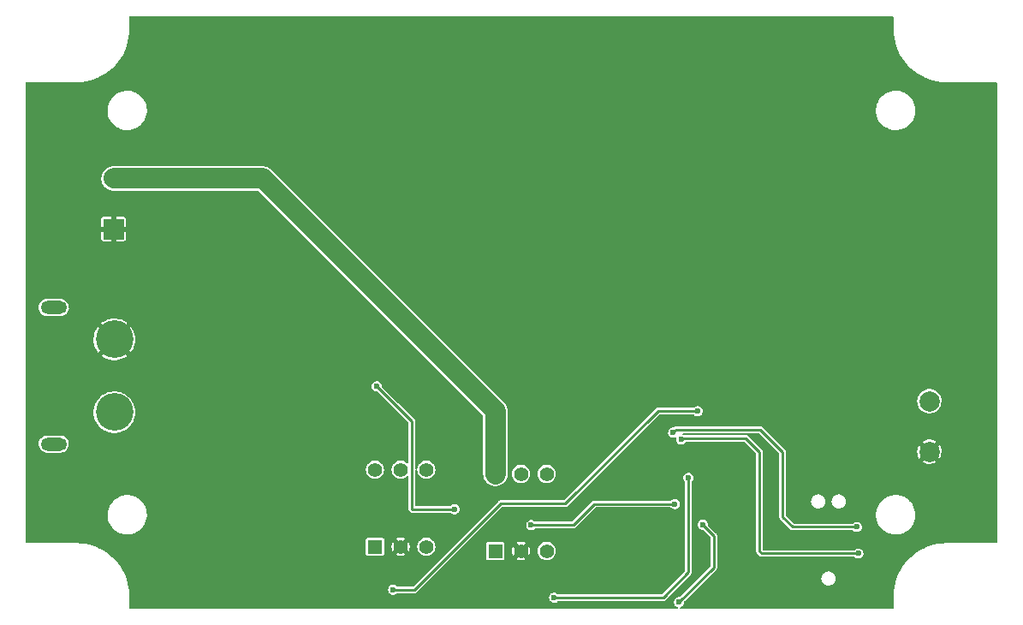
<source format=gbr>
%TF.GenerationSoftware,KiCad,Pcbnew,(5.99.0-11575-g46338403e7)*%
%TF.CreationDate,2021-08-13T15:38:51+02:00*%
%TF.ProjectId,voedings switcher,766f6564-696e-4677-9320-737769746368,rev?*%
%TF.SameCoordinates,Original*%
%TF.FileFunction,Copper,L2,Bot*%
%TF.FilePolarity,Positive*%
%FSLAX46Y46*%
G04 Gerber Fmt 4.6, Leading zero omitted, Abs format (unit mm)*
G04 Created by KiCad (PCBNEW (5.99.0-11575-g46338403e7)) date 2021-08-13 15:38:51*
%MOMM*%
%LPD*%
G01*
G04 APERTURE LIST*
%TA.AperFunction,ComponentPad*%
%ADD10R,1.400000X1.400000*%
%TD*%
%TA.AperFunction,ComponentPad*%
%ADD11C,1.400000*%
%TD*%
%TA.AperFunction,ComponentPad*%
%ADD12C,2.000000*%
%TD*%
%TA.AperFunction,ComponentPad*%
%ADD13R,2.000000X2.000000*%
%TD*%
%TA.AperFunction,ComponentPad*%
%ADD14C,3.716000*%
%TD*%
%TA.AperFunction,ComponentPad*%
%ADD15O,2.600000X1.300000*%
%TD*%
%TA.AperFunction,ViaPad*%
%ADD16C,0.600000*%
%TD*%
%TA.AperFunction,Conductor*%
%ADD17C,0.250000*%
%TD*%
%TA.AperFunction,Conductor*%
%ADD18C,2.000000*%
%TD*%
G04 APERTURE END LIST*
D10*
%TO.P,U3,1*%
%TO.N,Net-(R8-Pad2)*%
X148880000Y-121210000D03*
D11*
%TO.P,U3,2*%
%TO.N,GND*%
X151420000Y-121210000D03*
%TO.P,U3,3*%
%TO.N,unconnected-(U3-Pad3)*%
X153960000Y-121210000D03*
%TO.P,U3,4*%
%TO.N,/dcdc/VIN*%
X153960000Y-113590000D03*
%TO.P,U3,5*%
%TO.N,N/C*%
X151420000Y-113590000D03*
%TO.P,U3,6*%
%TO.N,Net-(R5-Pad1)*%
X148880000Y-113590000D03*
%TD*%
D12*
%TO.P,J1,1,Pin_1*%
%TO.N,+3V3*%
X203710000Y-106820000D03*
%TO.P,J1,2,Pin_2*%
%TO.N,GND*%
X203710000Y-111820000D03*
%TD*%
D10*
%TO.P,U2,1*%
%TO.N,Net-(R7-Pad2)*%
X160790000Y-121640000D03*
D11*
%TO.P,U2,2*%
%TO.N,GND*%
X163330000Y-121640000D03*
%TO.P,U2,3*%
%TO.N,unconnected-(U2-Pad3)*%
X165870000Y-121640000D03*
%TO.P,U2,4*%
%TO.N,/dcdc/VIN*%
X165870000Y-114020000D03*
%TO.P,U2,5*%
%TO.N,N/C*%
X163330000Y-114020000D03*
%TO.P,U2,6*%
%TO.N,Net-(R3-Pad1)*%
X160790000Y-114020000D03*
%TD*%
D13*
%TO.P,con1,1,-*%
%TO.N,GND*%
X123020000Y-89800000D03*
D12*
%TO.P,con1,2,+*%
%TO.N,Net-(R3-Pad1)*%
X123020000Y-84800000D03*
%TD*%
D14*
%TO.P,con2,1,-*%
%TO.N,GND*%
X123107696Y-100710000D03*
%TO.P,con2,2,+*%
%TO.N,Net-(R5-Pad1)*%
X123107696Y-107910000D03*
D15*
%TO.P,con2,3*%
%TO.N,N/C*%
X117107696Y-97560000D03*
X117107696Y-111060000D03*
%TD*%
D16*
%TO.N,GND*%
X143256000Y-113284000D03*
X196360000Y-118020000D03*
X174340000Y-76870000D03*
X174930000Y-118840000D03*
X164846000Y-99568000D03*
X185330000Y-112910000D03*
X183960000Y-93680000D03*
X176858000Y-86540000D03*
X155920000Y-77030000D03*
X196710000Y-120590000D03*
X131000000Y-96750000D03*
%TO.N,/microcontroller/SWDIO*%
X196680000Y-121880000D03*
X179180000Y-110620000D03*
%TO.N,/microcontroller/SWDCLK*%
X196540000Y-119260000D03*
X178370000Y-109920000D03*
%TO.N,/VM1*%
X178550000Y-116990000D03*
X164330000Y-119070000D03*
%TO.N,Net-(R3-Pad1)*%
X131210000Y-84800000D03*
%TO.N,/VM0*%
X156740000Y-117500000D03*
X178960000Y-126690000D03*
X181290000Y-119020000D03*
X149060000Y-105350000D03*
%TO.N,/microcontroller/SSR1*%
X166600000Y-126250000D03*
X179880000Y-114400000D03*
%TO.N,/microcontroller/SSR0*%
X180790000Y-107800000D03*
X150680000Y-125470000D03*
%TD*%
D17*
%TO.N,/microcontroller/SWDIO*%
X187130000Y-121880000D02*
X196680000Y-121880000D01*
X179310000Y-110490000D02*
X185560000Y-110490000D01*
X186900000Y-121650000D02*
X187130000Y-121880000D01*
X179180000Y-110620000D02*
X179310000Y-110490000D01*
X186900000Y-111830000D02*
X186900000Y-121650000D01*
X185560000Y-110490000D02*
X186900000Y-111830000D01*
%TO.N,/microcontroller/SWDCLK*%
X178370000Y-109920000D02*
X178650000Y-109640000D01*
X189200000Y-111820000D02*
X189200000Y-118290000D01*
X187020000Y-109640000D02*
X189200000Y-111820000D01*
X190170000Y-119260000D02*
X196540000Y-119260000D01*
X189200000Y-118290000D02*
X190170000Y-119260000D01*
X178650000Y-109640000D02*
X187020000Y-109640000D01*
%TO.N,/VM1*%
X170580000Y-116980000D02*
X168490000Y-119070000D01*
X178550000Y-116990000D02*
X178540000Y-116980000D01*
X168490000Y-119070000D02*
X164330000Y-119070000D01*
X178540000Y-116980000D02*
X170580000Y-116980000D01*
D18*
%TO.N,Net-(R3-Pad1)*%
X123020000Y-84800000D02*
X131210000Y-84800000D01*
X131210000Y-84800000D02*
X137800000Y-84800000D01*
X137800000Y-84800000D02*
X160790000Y-107790000D01*
X160790000Y-107790000D02*
X160790000Y-114020000D01*
D17*
%TO.N,/VM0*%
X182380000Y-120110000D02*
X182380000Y-123270000D01*
X182380000Y-123270000D02*
X178960000Y-126690000D01*
X181290000Y-119020000D02*
X182380000Y-120110000D01*
X149060000Y-105350000D02*
X152540000Y-108830000D01*
X152540000Y-108830000D02*
X152540000Y-117500000D01*
X152540000Y-117500000D02*
X156740000Y-117500000D01*
%TO.N,/microcontroller/SSR1*%
X179880000Y-114400000D02*
X179880000Y-123740000D01*
X179880000Y-123740000D02*
X177370000Y-126250000D01*
X177370000Y-126250000D02*
X166600000Y-126250000D01*
%TO.N,/microcontroller/SSR0*%
X152790000Y-125470000D02*
X161300000Y-116960000D01*
X176870000Y-107800000D02*
X180790000Y-107800000D01*
X150680000Y-125470000D02*
X152790000Y-125470000D01*
X167710000Y-116960000D02*
X176870000Y-107800000D01*
X161300000Y-116960000D02*
X167710000Y-116960000D01*
%TD*%
%TA.AperFunction,Conductor*%
%TO.N,GND*%
G36*
X200139191Y-68778907D02*
G01*
X200175155Y-68828407D01*
X200180000Y-68859000D01*
X200180000Y-70026040D01*
X200177482Y-70048227D01*
X200174857Y-70059642D01*
X200175692Y-70063331D01*
X200176029Y-70071487D01*
X200176029Y-70071488D01*
X200176351Y-70079270D01*
X200193330Y-70489780D01*
X200246536Y-70916624D01*
X200334809Y-71337616D01*
X200335394Y-71339580D01*
X200335397Y-71339593D01*
X200441006Y-71694326D01*
X200457545Y-71749881D01*
X200613907Y-72150602D01*
X200802826Y-72537043D01*
X201023012Y-72906562D01*
X201272961Y-73256637D01*
X201550965Y-73584875D01*
X201855125Y-73889035D01*
X202183363Y-74167039D01*
X202533438Y-74416988D01*
X202902957Y-74637174D01*
X203289398Y-74826093D01*
X203690119Y-74982455D01*
X203745674Y-74998994D01*
X204100407Y-75104603D01*
X204100420Y-75104606D01*
X204102384Y-75105191D01*
X204426749Y-75173203D01*
X204521377Y-75193045D01*
X204521380Y-75193046D01*
X204523376Y-75193464D01*
X204950220Y-75246670D01*
X205374462Y-75264217D01*
X205375716Y-75264315D01*
X205379284Y-75265142D01*
X205380000Y-75265143D01*
X205391678Y-75262479D01*
X205413696Y-75260000D01*
X210331000Y-75260000D01*
X210389191Y-75278907D01*
X210425155Y-75328407D01*
X210430000Y-75359000D01*
X210430000Y-120761000D01*
X210411093Y-120819191D01*
X210361593Y-120855155D01*
X210331000Y-120860000D01*
X205414222Y-120860000D01*
X205391870Y-120857443D01*
X205380716Y-120854858D01*
X205380000Y-120854857D01*
X205376413Y-120855675D01*
X205375639Y-120855734D01*
X204950220Y-120873330D01*
X204523376Y-120926536D01*
X204521380Y-120926954D01*
X204521377Y-120926955D01*
X204426749Y-120946797D01*
X204102384Y-121014809D01*
X204100420Y-121015394D01*
X204100407Y-121015397D01*
X203803037Y-121103928D01*
X203690119Y-121137545D01*
X203289398Y-121293907D01*
X202902957Y-121482826D01*
X202533438Y-121703012D01*
X202531782Y-121704194D01*
X202531781Y-121704195D01*
X202502944Y-121724784D01*
X202183363Y-121952961D01*
X201855125Y-122230965D01*
X201550965Y-122535125D01*
X201272961Y-122863363D01*
X201023012Y-123213438D01*
X200802826Y-123582957D01*
X200613907Y-123969398D01*
X200457545Y-124370119D01*
X200455233Y-124377885D01*
X200335397Y-124780407D01*
X200335394Y-124780420D01*
X200334809Y-124782384D01*
X200270526Y-125088963D01*
X200247502Y-125198771D01*
X200246536Y-125203376D01*
X200193330Y-125630220D01*
X200175725Y-126055868D01*
X200174857Y-126059642D01*
X200177318Y-126070518D01*
X200177559Y-126071583D01*
X200180000Y-126093432D01*
X200180000Y-127261000D01*
X200161093Y-127319191D01*
X200111593Y-127355155D01*
X200081000Y-127360000D01*
X179144947Y-127360000D01*
X179086756Y-127341093D01*
X179050792Y-127291593D01*
X179050792Y-127230407D01*
X179086756Y-127180907D01*
X179118907Y-127165486D01*
X179160817Y-127154060D01*
X179282991Y-127079045D01*
X179290403Y-127070857D01*
X179374468Y-126977982D01*
X179379200Y-126972754D01*
X179441710Y-126843733D01*
X179445875Y-126818982D01*
X179464862Y-126706124D01*
X179464862Y-126706120D01*
X179465496Y-126702354D01*
X179465647Y-126690000D01*
X179466136Y-126690006D01*
X179480601Y-126633164D01*
X179494299Y-126616027D01*
X181757667Y-124352660D01*
X193019128Y-124352660D01*
X193019783Y-124358593D01*
X193019783Y-124358597D01*
X193021202Y-124371447D01*
X193037609Y-124520053D01*
X193095485Y-124678206D01*
X193189415Y-124817989D01*
X193313976Y-124931331D01*
X193341886Y-124946485D01*
X193456732Y-125008842D01*
X193456734Y-125008843D01*
X193461978Y-125011690D01*
X193547352Y-125034087D01*
X193619107Y-125052912D01*
X193619111Y-125052912D01*
X193624876Y-125054425D01*
X193630837Y-125054519D01*
X193630840Y-125054519D01*
X193708466Y-125055738D01*
X193793265Y-125057070D01*
X193799080Y-125055738D01*
X193799082Y-125055738D01*
X193951602Y-125020807D01*
X193951605Y-125020806D01*
X193957425Y-125019473D01*
X193966671Y-125014823D01*
X194102545Y-124946485D01*
X194107878Y-124943803D01*
X194158363Y-124900685D01*
X194231403Y-124838303D01*
X194231406Y-124838300D01*
X194235938Y-124834429D01*
X194244865Y-124822006D01*
X194330728Y-124702515D01*
X194330729Y-124702513D01*
X194334212Y-124697666D01*
X194340044Y-124683160D01*
X194394803Y-124546942D01*
X194394804Y-124546940D01*
X194397027Y-124541409D01*
X194399269Y-124525660D01*
X194420300Y-124377885D01*
X194420300Y-124377881D01*
X194420756Y-124374679D01*
X194420910Y-124360000D01*
X194400678Y-124192810D01*
X194341149Y-124035271D01*
X194333336Y-124023902D01*
X194249140Y-123901398D01*
X194245760Y-123896480D01*
X194120019Y-123784448D01*
X193971184Y-123705644D01*
X193889516Y-123685131D01*
X193813637Y-123666071D01*
X193813634Y-123666071D01*
X193807847Y-123664617D01*
X193722817Y-123664172D01*
X193645405Y-123663766D01*
X193645403Y-123663766D01*
X193639439Y-123663735D01*
X193475682Y-123703050D01*
X193440002Y-123721466D01*
X193331336Y-123777552D01*
X193331334Y-123777554D01*
X193326030Y-123780291D01*
X193199122Y-123891000D01*
X193195691Y-123895882D01*
X193195690Y-123895883D01*
X193144023Y-123969398D01*
X193102286Y-124028784D01*
X193041110Y-124185691D01*
X193019128Y-124352660D01*
X181757667Y-124352660D01*
X182597069Y-123513258D01*
X182603424Y-123507435D01*
X182633194Y-123482455D01*
X182652629Y-123448792D01*
X182657269Y-123441509D01*
X182674585Y-123416779D01*
X182679553Y-123409684D01*
X182681795Y-123401318D01*
X182684262Y-123396027D01*
X182686255Y-123390550D01*
X182690588Y-123383045D01*
X182697337Y-123344769D01*
X182699206Y-123336337D01*
X182709263Y-123298807D01*
X182705877Y-123260103D01*
X182705500Y-123251475D01*
X182705500Y-120128534D01*
X182705877Y-120119905D01*
X182708509Y-120089822D01*
X182709264Y-120081193D01*
X182699204Y-120043650D01*
X182697334Y-120035216D01*
X182692092Y-120005483D01*
X182692091Y-120005481D01*
X182690588Y-119996955D01*
X182686258Y-119989456D01*
X182684262Y-119983971D01*
X182681796Y-119978684D01*
X182679554Y-119970316D01*
X182657268Y-119938489D01*
X182652627Y-119931205D01*
X182640660Y-119910477D01*
X182633194Y-119897545D01*
X182603429Y-119872569D01*
X182597061Y-119866735D01*
X181824599Y-119094273D01*
X181796822Y-119039756D01*
X181795942Y-119027639D01*
X181795849Y-119027645D01*
X181795600Y-119023826D01*
X181795647Y-119020000D01*
X181775323Y-118878082D01*
X181738226Y-118796490D01*
X181718905Y-118753996D01*
X181718904Y-118753995D01*
X181715984Y-118747572D01*
X181622400Y-118638963D01*
X181502095Y-118560985D01*
X181364739Y-118519907D01*
X181281497Y-118519398D01*
X181228427Y-118519074D01*
X181228426Y-118519074D01*
X181221376Y-118519031D01*
X181214599Y-118520968D01*
X181214598Y-118520968D01*
X181090309Y-118556490D01*
X181090307Y-118556491D01*
X181083529Y-118558428D01*
X180962280Y-118634930D01*
X180957613Y-118640214D01*
X180957611Y-118640216D01*
X180872044Y-118737103D01*
X180872042Y-118737105D01*
X180867377Y-118742388D01*
X180864381Y-118748770D01*
X180864380Y-118748771D01*
X180858202Y-118761929D01*
X180806447Y-118872163D01*
X180805362Y-118879132D01*
X180805361Y-118879135D01*
X180796741Y-118934500D01*
X180784391Y-119013823D01*
X180802980Y-119155979D01*
X180805821Y-119162435D01*
X180805821Y-119162436D01*
X180857312Y-119279457D01*
X180860720Y-119287203D01*
X180902749Y-119337203D01*
X180948431Y-119391549D01*
X180948434Y-119391551D01*
X180952970Y-119396948D01*
X180958841Y-119400856D01*
X180958842Y-119400857D01*
X180984318Y-119417815D01*
X181072313Y-119476390D01*
X181168880Y-119506559D01*
X181202425Y-119517039D01*
X181202426Y-119517039D01*
X181209157Y-119519142D01*
X181252520Y-119519937D01*
X181291109Y-119520645D01*
X181348944Y-119540616D01*
X181359298Y-119549624D01*
X182025504Y-120215830D01*
X182053281Y-120270347D01*
X182054500Y-120285834D01*
X182054500Y-123094165D01*
X182035593Y-123152356D01*
X182025504Y-123164169D01*
X179029226Y-126160448D01*
X178974709Y-126188225D01*
X178958617Y-126189442D01*
X178898427Y-126189074D01*
X178898426Y-126189074D01*
X178891376Y-126189031D01*
X178884599Y-126190968D01*
X178884598Y-126190968D01*
X178760309Y-126226490D01*
X178760307Y-126226491D01*
X178753529Y-126228428D01*
X178632280Y-126304930D01*
X178627613Y-126310214D01*
X178627611Y-126310216D01*
X178542044Y-126407103D01*
X178542042Y-126407105D01*
X178537377Y-126412388D01*
X178476447Y-126542163D01*
X178475362Y-126549132D01*
X178475361Y-126549135D01*
X178464087Y-126621549D01*
X178454391Y-126683823D01*
X178455306Y-126690820D01*
X178455306Y-126690821D01*
X178463259Y-126751641D01*
X178472980Y-126825979D01*
X178475821Y-126832435D01*
X178475821Y-126832436D01*
X178483586Y-126850082D01*
X178530720Y-126957203D01*
X178543792Y-126972754D01*
X178618431Y-127061549D01*
X178618434Y-127061551D01*
X178622970Y-127066948D01*
X178628841Y-127070856D01*
X178628842Y-127070857D01*
X178641143Y-127079045D01*
X178742313Y-127146390D01*
X178749040Y-127148492D01*
X178749043Y-127148493D01*
X178806695Y-127166504D01*
X178856600Y-127201904D01*
X178876167Y-127259876D01*
X178857921Y-127318278D01*
X178808832Y-127354801D01*
X178777173Y-127360000D01*
X124679000Y-127360000D01*
X124620809Y-127341093D01*
X124584845Y-127291593D01*
X124580000Y-127261000D01*
X124580000Y-126243823D01*
X166094391Y-126243823D01*
X166112980Y-126385979D01*
X166115821Y-126392435D01*
X166115821Y-126392436D01*
X166166461Y-126507523D01*
X166170720Y-126517203D01*
X166191701Y-126542163D01*
X166258431Y-126621549D01*
X166258434Y-126621551D01*
X166262970Y-126626948D01*
X166382313Y-126706390D01*
X166482920Y-126737821D01*
X166512425Y-126747039D01*
X166512426Y-126747039D01*
X166519157Y-126749142D01*
X166590828Y-126750456D01*
X166655445Y-126751641D01*
X166655447Y-126751641D01*
X166662499Y-126751770D01*
X166669302Y-126749915D01*
X166669304Y-126749915D01*
X166744503Y-126729413D01*
X166800817Y-126714060D01*
X166922991Y-126639045D01*
X166928314Y-126633164D01*
X166951035Y-126608063D01*
X167004103Y-126577610D01*
X167024432Y-126575500D01*
X177351466Y-126575500D01*
X177360095Y-126575877D01*
X177398807Y-126579264D01*
X177436350Y-126569204D01*
X177444784Y-126567334D01*
X177474517Y-126562092D01*
X177474519Y-126562091D01*
X177483045Y-126560588D01*
X177490544Y-126556258D01*
X177496029Y-126554262D01*
X177501316Y-126551796D01*
X177509684Y-126549554D01*
X177541511Y-126527268D01*
X177548795Y-126522627D01*
X177582455Y-126503194D01*
X177607431Y-126473429D01*
X177613265Y-126467061D01*
X180097057Y-123983269D01*
X180103425Y-123977434D01*
X180115185Y-123967566D01*
X180133194Y-123952455D01*
X180152629Y-123918792D01*
X180157268Y-123911511D01*
X180164349Y-123901398D01*
X180179554Y-123879684D01*
X180181796Y-123871316D01*
X180184262Y-123866029D01*
X180186258Y-123860544D01*
X180190588Y-123853045D01*
X180197334Y-123814783D01*
X180199204Y-123806349D01*
X180207022Y-123777174D01*
X180209264Y-123768807D01*
X180205877Y-123730095D01*
X180205500Y-123721466D01*
X180205500Y-114824424D01*
X180224407Y-114766233D01*
X180231102Y-114757988D01*
X180294468Y-114687982D01*
X180299200Y-114682754D01*
X180361710Y-114553733D01*
X180365875Y-114528982D01*
X180384862Y-114416124D01*
X180384862Y-114416120D01*
X180385496Y-114412354D01*
X180385647Y-114400000D01*
X180365323Y-114258082D01*
X180305984Y-114127572D01*
X180212400Y-114018963D01*
X180092095Y-113940985D01*
X179954739Y-113899907D01*
X179871497Y-113899398D01*
X179818427Y-113899074D01*
X179818426Y-113899074D01*
X179811376Y-113899031D01*
X179804599Y-113900968D01*
X179804598Y-113900968D01*
X179680309Y-113936490D01*
X179680307Y-113936491D01*
X179673529Y-113938428D01*
X179552280Y-114014930D01*
X179547613Y-114020214D01*
X179547611Y-114020216D01*
X179462044Y-114117103D01*
X179462042Y-114117105D01*
X179457377Y-114122388D01*
X179396447Y-114252163D01*
X179395362Y-114259132D01*
X179395361Y-114259135D01*
X179394268Y-114266156D01*
X179374391Y-114393823D01*
X179375306Y-114400820D01*
X179375306Y-114400821D01*
X179382540Y-114456141D01*
X179392980Y-114535979D01*
X179395821Y-114542435D01*
X179395821Y-114542436D01*
X179403586Y-114560082D01*
X179450720Y-114667203D01*
X179474871Y-114695934D01*
X179531283Y-114763045D01*
X179554253Y-114819755D01*
X179554500Y-114826747D01*
X179554500Y-123564166D01*
X179535593Y-123622357D01*
X179525504Y-123634170D01*
X177264170Y-125895504D01*
X177209653Y-125923281D01*
X177194166Y-125924500D01*
X167025632Y-125924500D01*
X166967441Y-125905593D01*
X166950634Y-125890124D01*
X166937006Y-125874308D01*
X166937004Y-125874306D01*
X166932400Y-125868963D01*
X166812095Y-125790985D01*
X166674739Y-125749907D01*
X166591497Y-125749398D01*
X166538427Y-125749074D01*
X166538426Y-125749074D01*
X166531376Y-125749031D01*
X166524599Y-125750968D01*
X166524598Y-125750968D01*
X166400309Y-125786490D01*
X166400307Y-125786491D01*
X166393529Y-125788428D01*
X166272280Y-125864930D01*
X166267613Y-125870214D01*
X166267611Y-125870216D01*
X166182044Y-125967103D01*
X166182042Y-125967105D01*
X166177377Y-125972388D01*
X166116447Y-126102163D01*
X166115362Y-126109132D01*
X166115361Y-126109135D01*
X166102620Y-126190968D01*
X166094391Y-126243823D01*
X124580000Y-126243823D01*
X124580000Y-126094222D01*
X124582557Y-126071867D01*
X124583875Y-126066181D01*
X124585142Y-126060716D01*
X124585143Y-126060000D01*
X124584325Y-126056413D01*
X124584265Y-126055626D01*
X124583775Y-126043761D01*
X124566670Y-125630220D01*
X124545929Y-125463823D01*
X150174391Y-125463823D01*
X150192980Y-125605979D01*
X150195821Y-125612435D01*
X150195821Y-125612436D01*
X150246461Y-125727523D01*
X150250720Y-125737203D01*
X150273737Y-125764585D01*
X150338431Y-125841549D01*
X150338434Y-125841551D01*
X150342970Y-125846948D01*
X150462313Y-125926390D01*
X150562920Y-125957821D01*
X150592425Y-125967039D01*
X150592426Y-125967039D01*
X150599157Y-125969142D01*
X150670828Y-125970456D01*
X150735445Y-125971641D01*
X150735447Y-125971641D01*
X150742499Y-125971770D01*
X150749302Y-125969915D01*
X150749304Y-125969915D01*
X150824503Y-125949413D01*
X150880817Y-125934060D01*
X151002991Y-125859045D01*
X151007727Y-125853813D01*
X151031035Y-125828063D01*
X151084103Y-125797610D01*
X151104432Y-125795500D01*
X152771466Y-125795500D01*
X152780095Y-125795877D01*
X152818807Y-125799264D01*
X152856350Y-125789204D01*
X152864784Y-125787334D01*
X152894517Y-125782092D01*
X152894519Y-125782091D01*
X152903045Y-125780588D01*
X152910544Y-125776258D01*
X152916029Y-125774262D01*
X152921316Y-125771796D01*
X152929684Y-125769554D01*
X152961511Y-125747268D01*
X152968795Y-125742627D01*
X153002455Y-125723194D01*
X153027431Y-125693429D01*
X153033265Y-125687061D01*
X157800075Y-120920252D01*
X159889500Y-120920252D01*
X159889500Y-122359748D01*
X159894123Y-122382987D01*
X159898332Y-122404148D01*
X159901133Y-122418231D01*
X159945448Y-122484552D01*
X160011769Y-122528867D01*
X160021332Y-122530769D01*
X160021334Y-122530770D01*
X160043230Y-122535125D01*
X160070252Y-122540500D01*
X161509748Y-122540500D01*
X161536770Y-122535125D01*
X161558666Y-122530770D01*
X161558668Y-122530769D01*
X161568231Y-122528867D01*
X161634552Y-122484552D01*
X161678867Y-122418231D01*
X161681669Y-122404148D01*
X162854524Y-122404148D01*
X162854695Y-122405231D01*
X162858972Y-122410239D01*
X162873321Y-122420665D01*
X162882264Y-122425828D01*
X163045613Y-122498555D01*
X163055425Y-122501743D01*
X163230334Y-122538922D01*
X163240594Y-122540000D01*
X163419406Y-122540000D01*
X163429666Y-122538922D01*
X163604575Y-122501743D01*
X163614387Y-122498555D01*
X163777736Y-122425828D01*
X163786679Y-122420665D01*
X163797823Y-122412568D01*
X163805662Y-122401777D01*
X163805662Y-122400679D01*
X163802223Y-122395066D01*
X163341086Y-121933929D01*
X163329203Y-121927875D01*
X163324172Y-121928671D01*
X162860578Y-122392265D01*
X162854524Y-122404148D01*
X161681669Y-122404148D01*
X161685877Y-122382987D01*
X161690500Y-122359748D01*
X161690500Y-121634843D01*
X162425585Y-121634843D01*
X162425585Y-121645157D01*
X162444276Y-121822990D01*
X162446423Y-121833090D01*
X162501676Y-122003140D01*
X162505875Y-122012572D01*
X162559787Y-122105950D01*
X162568931Y-122114184D01*
X162577775Y-122109382D01*
X163036071Y-121651086D01*
X163041313Y-121640797D01*
X163617875Y-121640797D01*
X163618671Y-121645828D01*
X164081287Y-122108444D01*
X164092248Y-122114029D01*
X164099549Y-122107100D01*
X164154125Y-122012572D01*
X164158324Y-122003140D01*
X164213577Y-121833090D01*
X164215724Y-121822990D01*
X164234415Y-121645157D01*
X164234415Y-121640000D01*
X164964540Y-121640000D01*
X164984326Y-121828256D01*
X164985927Y-121833183D01*
X164985928Y-121833188D01*
X165041219Y-122003354D01*
X165042821Y-122008284D01*
X165045412Y-122012772D01*
X165045413Y-122012774D01*
X165111979Y-122128070D01*
X165137467Y-122172216D01*
X165140939Y-122176072D01*
X165260659Y-122309035D01*
X165260663Y-122309038D01*
X165264129Y-122312888D01*
X165417270Y-122424151D01*
X165422002Y-122426258D01*
X165422004Y-122426259D01*
X165534716Y-122476442D01*
X165590197Y-122501144D01*
X165595267Y-122502222D01*
X165595268Y-122502222D01*
X165632610Y-122510159D01*
X165775354Y-122540500D01*
X165964646Y-122540500D01*
X166107390Y-122510159D01*
X166144732Y-122502222D01*
X166144733Y-122502222D01*
X166149803Y-122501144D01*
X166205284Y-122476442D01*
X166317996Y-122426259D01*
X166317998Y-122426258D01*
X166322730Y-122424151D01*
X166475871Y-122312888D01*
X166479337Y-122309038D01*
X166479341Y-122309035D01*
X166599061Y-122176072D01*
X166602533Y-122172216D01*
X166628021Y-122128070D01*
X166694587Y-122012774D01*
X166694588Y-122012772D01*
X166697179Y-122008284D01*
X166698781Y-122003354D01*
X166754072Y-121833188D01*
X166754073Y-121833183D01*
X166755674Y-121828256D01*
X166775460Y-121640000D01*
X166755674Y-121451744D01*
X166754073Y-121446817D01*
X166754072Y-121446812D01*
X166698781Y-121276646D01*
X166698780Y-121276645D01*
X166697179Y-121271716D01*
X166690897Y-121260834D01*
X166605126Y-121112275D01*
X166605125Y-121112274D01*
X166602533Y-121107784D01*
X166564800Y-121065877D01*
X166479341Y-120970965D01*
X166479337Y-120970962D01*
X166475871Y-120967112D01*
X166322730Y-120855849D01*
X166317998Y-120853742D01*
X166317996Y-120853741D01*
X166154540Y-120780965D01*
X166154539Y-120780965D01*
X166149803Y-120778856D01*
X166144733Y-120777778D01*
X166144732Y-120777778D01*
X166065796Y-120761000D01*
X165964646Y-120739500D01*
X165775354Y-120739500D01*
X165674204Y-120761000D01*
X165595268Y-120777778D01*
X165595267Y-120777778D01*
X165590197Y-120778856D01*
X165585461Y-120780965D01*
X165585460Y-120780965D01*
X165422004Y-120853741D01*
X165422002Y-120853742D01*
X165417270Y-120855849D01*
X165264129Y-120967112D01*
X165260663Y-120970962D01*
X165260659Y-120970965D01*
X165175200Y-121065877D01*
X165137467Y-121107784D01*
X165134875Y-121112274D01*
X165134874Y-121112275D01*
X165049104Y-121260834D01*
X165042821Y-121271716D01*
X165041220Y-121276645D01*
X165041219Y-121276646D01*
X164985928Y-121446812D01*
X164985927Y-121446817D01*
X164984326Y-121451744D01*
X164964540Y-121640000D01*
X164234415Y-121640000D01*
X164234415Y-121634843D01*
X164215724Y-121457010D01*
X164213577Y-121446910D01*
X164158324Y-121276860D01*
X164154125Y-121267428D01*
X164100213Y-121174050D01*
X164091069Y-121165816D01*
X164082225Y-121170618D01*
X163623929Y-121628914D01*
X163617875Y-121640797D01*
X163041313Y-121640797D01*
X163042125Y-121639203D01*
X163041329Y-121634172D01*
X162578713Y-121171556D01*
X162567752Y-121165971D01*
X162560451Y-121172900D01*
X162505875Y-121267428D01*
X162501676Y-121276860D01*
X162446423Y-121446910D01*
X162444276Y-121457010D01*
X162425585Y-121634843D01*
X161690500Y-121634843D01*
X161690500Y-120920252D01*
X161682140Y-120878224D01*
X162854337Y-120878224D01*
X162854337Y-120879322D01*
X162857774Y-120884931D01*
X163318914Y-121346071D01*
X163330797Y-121352125D01*
X163335828Y-121351329D01*
X163799422Y-120887735D01*
X163805476Y-120875852D01*
X163805305Y-120874769D01*
X163801028Y-120869761D01*
X163786679Y-120859335D01*
X163777736Y-120854172D01*
X163614387Y-120781445D01*
X163604575Y-120778257D01*
X163429666Y-120741078D01*
X163419406Y-120740000D01*
X163240594Y-120740000D01*
X163230334Y-120741078D01*
X163055425Y-120778257D01*
X163045613Y-120781445D01*
X162882256Y-120854176D01*
X162873331Y-120859329D01*
X162862177Y-120867433D01*
X162854337Y-120878224D01*
X161682140Y-120878224D01*
X161680770Y-120871334D01*
X161680769Y-120871332D01*
X161678867Y-120861769D01*
X161634552Y-120795448D01*
X161568231Y-120751133D01*
X161558668Y-120749231D01*
X161558666Y-120749230D01*
X161532622Y-120744050D01*
X161509748Y-120739500D01*
X160070252Y-120739500D01*
X160047378Y-120744050D01*
X160021334Y-120749230D01*
X160021332Y-120749231D01*
X160011769Y-120751133D01*
X159945448Y-120795448D01*
X159901133Y-120861769D01*
X159899231Y-120871332D01*
X159899230Y-120871334D01*
X159897860Y-120878224D01*
X159889500Y-120920252D01*
X157800075Y-120920252D01*
X159656504Y-119063823D01*
X163824391Y-119063823D01*
X163842980Y-119205979D01*
X163845821Y-119212435D01*
X163845821Y-119212436D01*
X163896461Y-119327523D01*
X163900720Y-119337203D01*
X163923737Y-119364585D01*
X163988431Y-119441549D01*
X163988434Y-119441551D01*
X163992970Y-119446948D01*
X164112313Y-119526390D01*
X164202568Y-119554587D01*
X164242425Y-119567039D01*
X164242426Y-119567039D01*
X164249157Y-119569142D01*
X164320828Y-119570456D01*
X164385445Y-119571641D01*
X164385447Y-119571641D01*
X164392499Y-119571770D01*
X164399302Y-119569915D01*
X164399304Y-119569915D01*
X164506770Y-119540616D01*
X164530817Y-119534060D01*
X164652991Y-119459045D01*
X164657727Y-119453813D01*
X164681035Y-119428063D01*
X164734103Y-119397610D01*
X164754432Y-119395500D01*
X168471466Y-119395500D01*
X168480095Y-119395877D01*
X168518807Y-119399264D01*
X168556350Y-119389204D01*
X168564784Y-119387334D01*
X168594517Y-119382092D01*
X168594519Y-119382091D01*
X168603045Y-119380588D01*
X168610544Y-119376258D01*
X168616029Y-119374262D01*
X168621316Y-119371796D01*
X168629684Y-119369554D01*
X168661511Y-119347268D01*
X168668795Y-119342627D01*
X168702455Y-119323194D01*
X168727431Y-119293429D01*
X168733265Y-119287061D01*
X170685831Y-117334496D01*
X170740348Y-117306719D01*
X170755835Y-117305500D01*
X178115206Y-117305500D01*
X178173397Y-117324407D01*
X178190989Y-117340799D01*
X178208428Y-117361546D01*
X178208433Y-117361550D01*
X178212970Y-117366948D01*
X178218841Y-117370856D01*
X178218842Y-117370857D01*
X178231143Y-117379045D01*
X178332313Y-117446390D01*
X178432920Y-117477821D01*
X178462425Y-117487039D01*
X178462426Y-117487039D01*
X178469157Y-117489142D01*
X178540828Y-117490456D01*
X178605445Y-117491641D01*
X178605447Y-117491641D01*
X178612499Y-117491770D01*
X178619302Y-117489915D01*
X178619304Y-117489915D01*
X178731681Y-117459277D01*
X178750817Y-117454060D01*
X178872991Y-117379045D01*
X178880403Y-117370857D01*
X178964468Y-117277982D01*
X178969200Y-117272754D01*
X179010349Y-117187823D01*
X179028634Y-117150082D01*
X179031710Y-117143733D01*
X179034979Y-117124307D01*
X179054862Y-117006124D01*
X179054862Y-117006120D01*
X179055496Y-117002354D01*
X179055647Y-116990000D01*
X179035323Y-116848082D01*
X178993713Y-116756565D01*
X178978905Y-116723996D01*
X178978904Y-116723995D01*
X178975984Y-116717572D01*
X178910792Y-116641913D01*
X178887005Y-116614307D01*
X178887004Y-116614306D01*
X178882400Y-116608963D01*
X178762095Y-116530985D01*
X178624739Y-116489907D01*
X178541497Y-116489398D01*
X178488427Y-116489074D01*
X178488426Y-116489074D01*
X178481376Y-116489031D01*
X178474599Y-116490968D01*
X178474598Y-116490968D01*
X178350309Y-116526490D01*
X178350307Y-116526491D01*
X178343529Y-116528428D01*
X178222280Y-116604930D01*
X178217612Y-116610216D01*
X178208059Y-116621033D01*
X178155368Y-116652134D01*
X178133854Y-116654500D01*
X170598523Y-116654500D01*
X170589894Y-116654123D01*
X170589884Y-116654122D01*
X170551193Y-116650737D01*
X170542830Y-116652978D01*
X170542827Y-116652978D01*
X170513656Y-116660794D01*
X170505229Y-116662663D01*
X170466955Y-116669412D01*
X170459454Y-116673743D01*
X170453960Y-116675742D01*
X170448678Y-116678205D01*
X170440316Y-116680446D01*
X170408854Y-116702476D01*
X170408478Y-116702739D01*
X170401219Y-116707364D01*
X170367545Y-116726806D01*
X170361975Y-116733444D01*
X170342574Y-116756565D01*
X170336740Y-116762933D01*
X169353113Y-117746561D01*
X168384170Y-118715504D01*
X168329653Y-118743281D01*
X168314166Y-118744500D01*
X164755632Y-118744500D01*
X164697441Y-118725593D01*
X164680634Y-118710124D01*
X164667006Y-118694308D01*
X164667004Y-118694306D01*
X164662400Y-118688963D01*
X164542095Y-118610985D01*
X164404739Y-118569907D01*
X164321497Y-118569398D01*
X164268427Y-118569074D01*
X164268426Y-118569074D01*
X164261376Y-118569031D01*
X164254599Y-118570968D01*
X164254598Y-118570968D01*
X164130309Y-118606490D01*
X164130307Y-118606491D01*
X164123529Y-118608428D01*
X164002280Y-118684930D01*
X163997613Y-118690214D01*
X163997611Y-118690216D01*
X163912044Y-118787103D01*
X163912042Y-118787105D01*
X163907377Y-118792388D01*
X163904381Y-118798770D01*
X163904380Y-118798771D01*
X163903341Y-118800985D01*
X163846447Y-118922163D01*
X163845362Y-118929132D01*
X163845361Y-118929135D01*
X163837095Y-118982226D01*
X163824391Y-119063823D01*
X159656504Y-119063823D01*
X161405831Y-117314496D01*
X161460348Y-117286719D01*
X161475835Y-117285500D01*
X167691466Y-117285500D01*
X167700095Y-117285877D01*
X167738807Y-117289264D01*
X167748305Y-117286719D01*
X167776349Y-117279204D01*
X167784784Y-117277334D01*
X167814517Y-117272092D01*
X167814519Y-117272091D01*
X167823045Y-117270588D01*
X167830544Y-117266258D01*
X167836029Y-117264262D01*
X167841316Y-117261796D01*
X167849684Y-117259554D01*
X167881511Y-117237268D01*
X167888795Y-117232627D01*
X167897551Y-117227572D01*
X167922455Y-117213194D01*
X167947431Y-117183429D01*
X167953265Y-117177061D01*
X175216504Y-109913823D01*
X177864391Y-109913823D01*
X177865306Y-109920820D01*
X177865306Y-109920821D01*
X177872216Y-109973664D01*
X177882980Y-110055979D01*
X177885821Y-110062435D01*
X177885821Y-110062436D01*
X177934324Y-110172666D01*
X177940720Y-110187203D01*
X177971536Y-110223863D01*
X178028431Y-110291549D01*
X178028434Y-110291551D01*
X178032970Y-110296948D01*
X178152313Y-110376390D01*
X178252920Y-110407821D01*
X178282425Y-110417039D01*
X178282426Y-110417039D01*
X178289157Y-110419142D01*
X178360828Y-110420456D01*
X178425445Y-110421641D01*
X178425447Y-110421641D01*
X178432499Y-110421770D01*
X178439302Y-110419915D01*
X178439304Y-110419915D01*
X178568983Y-110384560D01*
X178630098Y-110387496D01*
X178677815Y-110425793D01*
X178693909Y-110484824D01*
X178692844Y-110495304D01*
X178674391Y-110613823D01*
X178692980Y-110755979D01*
X178695821Y-110762435D01*
X178695821Y-110762436D01*
X178729988Y-110840085D01*
X178750720Y-110887203D01*
X178763792Y-110902754D01*
X178838431Y-110991549D01*
X178838434Y-110991551D01*
X178842970Y-110996948D01*
X178848841Y-111000856D01*
X178848842Y-111000857D01*
X178866689Y-111012737D01*
X178962313Y-111076390D01*
X179045565Y-111102399D01*
X179092425Y-111117039D01*
X179092426Y-111117039D01*
X179099157Y-111119142D01*
X179170828Y-111120456D01*
X179235445Y-111121641D01*
X179235447Y-111121641D01*
X179242499Y-111121770D01*
X179249302Y-111119915D01*
X179249304Y-111119915D01*
X179324503Y-111099413D01*
X179380817Y-111084060D01*
X179502991Y-111009045D01*
X179507726Y-111003814D01*
X179594465Y-110907986D01*
X179594467Y-110907983D01*
X179599200Y-110902754D01*
X179614423Y-110871334D01*
X179656809Y-110827211D01*
X179703516Y-110815500D01*
X185384166Y-110815500D01*
X185442357Y-110834407D01*
X185454170Y-110844496D01*
X186545504Y-111935831D01*
X186573281Y-111990348D01*
X186574500Y-112005835D01*
X186574500Y-121631466D01*
X186574123Y-121640095D01*
X186570736Y-121678807D01*
X186572978Y-121687174D01*
X186580796Y-121716349D01*
X186582666Y-121724784D01*
X186585011Y-121738082D01*
X186589412Y-121763045D01*
X186593742Y-121770544D01*
X186595738Y-121776029D01*
X186598204Y-121781316D01*
X186600446Y-121789684D01*
X186621013Y-121819056D01*
X186622732Y-121821511D01*
X186627371Y-121828792D01*
X186646806Y-121862455D01*
X186666565Y-121879035D01*
X186676571Y-121887431D01*
X186682939Y-121893265D01*
X186886731Y-122097057D01*
X186892565Y-122103424D01*
X186917545Y-122133194D01*
X186951205Y-122152627D01*
X186958489Y-122157268D01*
X186990316Y-122179554D01*
X186998681Y-122181796D01*
X187003961Y-122184258D01*
X187009452Y-122186257D01*
X187016955Y-122190588D01*
X187055228Y-122197337D01*
X187063656Y-122199206D01*
X187092827Y-122207022D01*
X187092830Y-122207022D01*
X187101193Y-122209263D01*
X187139896Y-122205877D01*
X187148525Y-122205500D01*
X196253612Y-122205500D01*
X196311803Y-122224407D01*
X196329394Y-122240797D01*
X196342970Y-122256948D01*
X196348841Y-122260856D01*
X196348842Y-122260857D01*
X196361143Y-122269045D01*
X196462313Y-122336390D01*
X196552328Y-122364512D01*
X196592425Y-122377039D01*
X196592426Y-122377039D01*
X196599157Y-122379142D01*
X196670828Y-122380456D01*
X196735445Y-122381641D01*
X196735447Y-122381641D01*
X196742499Y-122381770D01*
X196749302Y-122379915D01*
X196749304Y-122379915D01*
X196841093Y-122354890D01*
X196880817Y-122344060D01*
X197002991Y-122269045D01*
X197007726Y-122263814D01*
X197094469Y-122167981D01*
X197094470Y-122167980D01*
X197099200Y-122162754D01*
X197161710Y-122033733D01*
X197165237Y-122012774D01*
X197184862Y-121896124D01*
X197184862Y-121896120D01*
X197185496Y-121892354D01*
X197185647Y-121880000D01*
X197165323Y-121738082D01*
X197123073Y-121645157D01*
X197108905Y-121613996D01*
X197108904Y-121613995D01*
X197105984Y-121607572D01*
X197031418Y-121521034D01*
X197017005Y-121504307D01*
X197017004Y-121504306D01*
X197012400Y-121498963D01*
X196892095Y-121420985D01*
X196754739Y-121379907D01*
X196671497Y-121379398D01*
X196618427Y-121379074D01*
X196618426Y-121379074D01*
X196611376Y-121379031D01*
X196604599Y-121380968D01*
X196604598Y-121380968D01*
X196480309Y-121416490D01*
X196480307Y-121416491D01*
X196473529Y-121418428D01*
X196352280Y-121494930D01*
X196347613Y-121500214D01*
X196347611Y-121500216D01*
X196329226Y-121521034D01*
X196276534Y-121552134D01*
X196255022Y-121554500D01*
X187324500Y-121554500D01*
X187266309Y-121535593D01*
X187230345Y-121486093D01*
X187225500Y-121455500D01*
X187225500Y-111848526D01*
X187225877Y-111839898D01*
X187227871Y-111817101D01*
X187229263Y-111801193D01*
X187227022Y-111792830D01*
X187227022Y-111792827D01*
X187219206Y-111763656D01*
X187217337Y-111755228D01*
X187217059Y-111753651D01*
X187210588Y-111716955D01*
X187206257Y-111709454D01*
X187204258Y-111703960D01*
X187201795Y-111698678D01*
X187199554Y-111690316D01*
X187177259Y-111658475D01*
X187172636Y-111651219D01*
X187153194Y-111617545D01*
X187123435Y-111592574D01*
X187117067Y-111586740D01*
X185803269Y-110272943D01*
X185797434Y-110266575D01*
X185785534Y-110252393D01*
X185772455Y-110236806D01*
X185738792Y-110217371D01*
X185731511Y-110212732D01*
X185717261Y-110202754D01*
X185699684Y-110190446D01*
X185691316Y-110188204D01*
X185686029Y-110185738D01*
X185680544Y-110183742D01*
X185673045Y-110179412D01*
X185664519Y-110177909D01*
X185664517Y-110177908D01*
X185634784Y-110172666D01*
X185626349Y-110170796D01*
X185588807Y-110160736D01*
X185589256Y-110159059D01*
X185581360Y-110155707D01*
X185561524Y-110163123D01*
X185550094Y-110164123D01*
X185541466Y-110164500D01*
X179418334Y-110164500D01*
X179389962Y-110160347D01*
X179386619Y-110159347D01*
X179336288Y-110124557D01*
X179316018Y-110066826D01*
X179333553Y-110008207D01*
X179382194Y-109971090D01*
X179414991Y-109965500D01*
X185552896Y-109965500D01*
X185578022Y-109973664D01*
X185607460Y-109965500D01*
X186844166Y-109965500D01*
X186902357Y-109984407D01*
X186914170Y-109994496D01*
X188845504Y-111925830D01*
X188873281Y-111980347D01*
X188874500Y-111995834D01*
X188874500Y-118271466D01*
X188874123Y-118280095D01*
X188870736Y-118318807D01*
X188872978Y-118327174D01*
X188880796Y-118356349D01*
X188882666Y-118364783D01*
X188889412Y-118403045D01*
X188893742Y-118410544D01*
X188895738Y-118416029D01*
X188898204Y-118421316D01*
X188900446Y-118429684D01*
X188916755Y-118452975D01*
X188922732Y-118461511D01*
X188927371Y-118468792D01*
X188946806Y-118502455D01*
X188968869Y-118520968D01*
X188976570Y-118527430D01*
X188982938Y-118533264D01*
X189926742Y-119477069D01*
X189932565Y-119483424D01*
X189957545Y-119513194D01*
X189991219Y-119532636D01*
X189998475Y-119537259D01*
X190030316Y-119559554D01*
X190038678Y-119561795D01*
X190043960Y-119564258D01*
X190049454Y-119566257D01*
X190056955Y-119570588D01*
X190095228Y-119577337D01*
X190103656Y-119579206D01*
X190132827Y-119587022D01*
X190132830Y-119587022D01*
X190141193Y-119589263D01*
X190179896Y-119585877D01*
X190188525Y-119585500D01*
X196113612Y-119585500D01*
X196171803Y-119604407D01*
X196189394Y-119620797D01*
X196202970Y-119636948D01*
X196208841Y-119640856D01*
X196208842Y-119640857D01*
X196239507Y-119661269D01*
X196322313Y-119716390D01*
X196422920Y-119747821D01*
X196452425Y-119757039D01*
X196452426Y-119757039D01*
X196459157Y-119759142D01*
X196530828Y-119760456D01*
X196595445Y-119761641D01*
X196595447Y-119761641D01*
X196602499Y-119761770D01*
X196609302Y-119759915D01*
X196609304Y-119759915D01*
X196684503Y-119739413D01*
X196740817Y-119724060D01*
X196862991Y-119649045D01*
X196870403Y-119640857D01*
X196954468Y-119547982D01*
X196959200Y-119542754D01*
X197021710Y-119413733D01*
X197023877Y-119400857D01*
X197044862Y-119276124D01*
X197044862Y-119276120D01*
X197045496Y-119272354D01*
X197045647Y-119260000D01*
X197025323Y-119118082D01*
X196980728Y-119020000D01*
X196968905Y-118993996D01*
X196968904Y-118993995D01*
X196965984Y-118987572D01*
X196872400Y-118878963D01*
X196752095Y-118800985D01*
X196614739Y-118759907D01*
X196531497Y-118759398D01*
X196478427Y-118759074D01*
X196478426Y-118759074D01*
X196471376Y-118759031D01*
X196464599Y-118760968D01*
X196464598Y-118760968D01*
X196340309Y-118796490D01*
X196340307Y-118796491D01*
X196333529Y-118798428D01*
X196212280Y-118874930D01*
X196207613Y-118880214D01*
X196207611Y-118880216D01*
X196189226Y-118901034D01*
X196136534Y-118932134D01*
X196115022Y-118934500D01*
X190345835Y-118934500D01*
X190287644Y-118915593D01*
X190275831Y-118905504D01*
X189554496Y-118184170D01*
X189526719Y-118129653D01*
X189525500Y-118114166D01*
X189525500Y-117998593D01*
X198425984Y-117998593D01*
X198428397Y-118060000D01*
X198436825Y-118274528D01*
X198437455Y-118277975D01*
X198485122Y-118538976D01*
X198486438Y-118546184D01*
X198487545Y-118549502D01*
X198487546Y-118549506D01*
X198558416Y-118761929D01*
X198573833Y-118808139D01*
X198697266Y-119055166D01*
X198699255Y-119058044D01*
X198699258Y-119058049D01*
X198801498Y-119205979D01*
X198854273Y-119282338D01*
X198856648Y-119284907D01*
X198856651Y-119284911D01*
X198910004Y-119342627D01*
X199041723Y-119485120D01*
X199044433Y-119487326D01*
X199044437Y-119487330D01*
X199247609Y-119652737D01*
X199255876Y-119659467D01*
X199492457Y-119801901D01*
X199495681Y-119803266D01*
X199718329Y-119897545D01*
X199746748Y-119909579D01*
X200013673Y-119980353D01*
X200017146Y-119980764D01*
X200017151Y-119980765D01*
X200225994Y-120005483D01*
X200287908Y-120012811D01*
X200291397Y-120012729D01*
X200291402Y-120012729D01*
X200417239Y-120009763D01*
X200563980Y-120006305D01*
X200620155Y-119996955D01*
X200725300Y-119979454D01*
X200836381Y-119960965D01*
X200839713Y-119959911D01*
X200839718Y-119959910D01*
X200938628Y-119928628D01*
X201099677Y-119877695D01*
X201102835Y-119876179D01*
X201102839Y-119876177D01*
X201345454Y-119759675D01*
X201345460Y-119759672D01*
X201348612Y-119758158D01*
X201511912Y-119649045D01*
X201575310Y-119606684D01*
X201575313Y-119606682D01*
X201578222Y-119604738D01*
X201580830Y-119602402D01*
X201580834Y-119602399D01*
X201781312Y-119422835D01*
X201781315Y-119422832D01*
X201783923Y-119420496D01*
X201800432Y-119400857D01*
X201865714Y-119323194D01*
X201961613Y-119209109D01*
X202107745Y-118974794D01*
X202219404Y-118722226D01*
X202220352Y-118718863D01*
X202220355Y-118718856D01*
X202293411Y-118459816D01*
X202294362Y-118456445D01*
X202331123Y-118182754D01*
X202334981Y-118060000D01*
X202315477Y-117784541D01*
X202257356Y-117514578D01*
X202256147Y-117511301D01*
X202256145Y-117511294D01*
X202165802Y-117266409D01*
X202161776Y-117255497D01*
X202046682Y-117042191D01*
X202032306Y-117015547D01*
X202032305Y-117015545D01*
X202030645Y-117012469D01*
X202022151Y-117000968D01*
X201868657Y-116793154D01*
X201868655Y-116793151D01*
X201866579Y-116790341D01*
X201672852Y-116593547D01*
X201453329Y-116426012D01*
X201450272Y-116424300D01*
X201450269Y-116424298D01*
X201215449Y-116292793D01*
X201215448Y-116292792D01*
X201212390Y-116291080D01*
X200954843Y-116191443D01*
X200951437Y-116190653D01*
X200951432Y-116190652D01*
X200784480Y-116151955D01*
X200685826Y-116129088D01*
X200471188Y-116110498D01*
X200414196Y-116105562D01*
X200414195Y-116105562D01*
X200410708Y-116105260D01*
X200292489Y-116111766D01*
X200138475Y-116120242D01*
X200138469Y-116120243D01*
X200134976Y-116120435D01*
X199864133Y-116174309D01*
X199603583Y-116265807D01*
X199584186Y-116275883D01*
X199361631Y-116391491D01*
X199361625Y-116391495D01*
X199358525Y-116393105D01*
X199355677Y-116395140D01*
X199355674Y-116395142D01*
X199136698Y-116551624D01*
X199136695Y-116551627D01*
X199133848Y-116553661D01*
X199131315Y-116556077D01*
X199131313Y-116556079D01*
X199063224Y-116621033D01*
X198934035Y-116744273D01*
X198763073Y-116961138D01*
X198761318Y-116964160D01*
X198761317Y-116964161D01*
X198628376Y-117193036D01*
X198624373Y-117199927D01*
X198594875Y-117272754D01*
X198522934Y-117450371D01*
X198520703Y-117455878D01*
X198506674Y-117512354D01*
X198456969Y-117712455D01*
X198454130Y-117723882D01*
X198453773Y-117727363D01*
X198453773Y-117727365D01*
X198430093Y-117958492D01*
X198425984Y-117998593D01*
X189525500Y-117998593D01*
X189525500Y-116732660D01*
X192003128Y-116732660D01*
X192003783Y-116738593D01*
X192003783Y-116738597D01*
X192006470Y-116762933D01*
X192021609Y-116900053D01*
X192023661Y-116905660D01*
X192062748Y-117012469D01*
X192079485Y-117058206D01*
X192173415Y-117197989D01*
X192216582Y-117237268D01*
X192255581Y-117272754D01*
X192297976Y-117311331D01*
X192352249Y-117340799D01*
X192440732Y-117388842D01*
X192440734Y-117388843D01*
X192445978Y-117391690D01*
X192531352Y-117414087D01*
X192603107Y-117432912D01*
X192603111Y-117432912D01*
X192608876Y-117434425D01*
X192614837Y-117434519D01*
X192614840Y-117434519D01*
X192692466Y-117435738D01*
X192777265Y-117437070D01*
X192783080Y-117435738D01*
X192783082Y-117435738D01*
X192935602Y-117400807D01*
X192935605Y-117400806D01*
X192941425Y-117399473D01*
X192962563Y-117388842D01*
X193027235Y-117356315D01*
X193091878Y-117323803D01*
X193146286Y-117277334D01*
X193215403Y-117218303D01*
X193215406Y-117218300D01*
X193219938Y-117214429D01*
X193230359Y-117199927D01*
X193314728Y-117082515D01*
X193314729Y-117082513D01*
X193318212Y-117077666D01*
X193324044Y-117063160D01*
X193378803Y-116926942D01*
X193378804Y-116926940D01*
X193381027Y-116921409D01*
X193383269Y-116905660D01*
X193404300Y-116757885D01*
X193404300Y-116757881D01*
X193404756Y-116754679D01*
X193404910Y-116740000D01*
X193404022Y-116732660D01*
X194035128Y-116732660D01*
X194035783Y-116738593D01*
X194035783Y-116738597D01*
X194038470Y-116762933D01*
X194053609Y-116900053D01*
X194055661Y-116905660D01*
X194094748Y-117012469D01*
X194111485Y-117058206D01*
X194205415Y-117197989D01*
X194248582Y-117237268D01*
X194287581Y-117272754D01*
X194329976Y-117311331D01*
X194384249Y-117340799D01*
X194472732Y-117388842D01*
X194472734Y-117388843D01*
X194477978Y-117391690D01*
X194563352Y-117414087D01*
X194635107Y-117432912D01*
X194635111Y-117432912D01*
X194640876Y-117434425D01*
X194646837Y-117434519D01*
X194646840Y-117434519D01*
X194724466Y-117435738D01*
X194809265Y-117437070D01*
X194815080Y-117435738D01*
X194815082Y-117435738D01*
X194967602Y-117400807D01*
X194967605Y-117400806D01*
X194973425Y-117399473D01*
X194994563Y-117388842D01*
X195059235Y-117356315D01*
X195123878Y-117323803D01*
X195178286Y-117277334D01*
X195247403Y-117218303D01*
X195247406Y-117218300D01*
X195251938Y-117214429D01*
X195262359Y-117199927D01*
X195346728Y-117082515D01*
X195346729Y-117082513D01*
X195350212Y-117077666D01*
X195356044Y-117063160D01*
X195410803Y-116926942D01*
X195410804Y-116926940D01*
X195413027Y-116921409D01*
X195415269Y-116905660D01*
X195436300Y-116757885D01*
X195436300Y-116757881D01*
X195436756Y-116754679D01*
X195436910Y-116740000D01*
X195426713Y-116655738D01*
X195417395Y-116578732D01*
X195417394Y-116578729D01*
X195416678Y-116572810D01*
X195408673Y-116551624D01*
X195385037Y-116489074D01*
X195357149Y-116415271D01*
X195349336Y-116403902D01*
X195265140Y-116281398D01*
X195261760Y-116276480D01*
X195136019Y-116164448D01*
X194987184Y-116085644D01*
X194905516Y-116065131D01*
X194829637Y-116046071D01*
X194829634Y-116046071D01*
X194823847Y-116044617D01*
X194738817Y-116044172D01*
X194661405Y-116043766D01*
X194661403Y-116043766D01*
X194655439Y-116043735D01*
X194491682Y-116083050D01*
X194448651Y-116105260D01*
X194347336Y-116157552D01*
X194347334Y-116157554D01*
X194342030Y-116160291D01*
X194215122Y-116271000D01*
X194211691Y-116275882D01*
X194211690Y-116275883D01*
X194130440Y-116391491D01*
X194118286Y-116408784D01*
X194112237Y-116424298D01*
X194060858Y-116556079D01*
X194057110Y-116565691D01*
X194035128Y-116732660D01*
X193404022Y-116732660D01*
X193394713Y-116655738D01*
X193385395Y-116578732D01*
X193385394Y-116578729D01*
X193384678Y-116572810D01*
X193376673Y-116551624D01*
X193353037Y-116489074D01*
X193325149Y-116415271D01*
X193317336Y-116403902D01*
X193233140Y-116281398D01*
X193229760Y-116276480D01*
X193104019Y-116164448D01*
X192955184Y-116085644D01*
X192873516Y-116065131D01*
X192797637Y-116046071D01*
X192797634Y-116046071D01*
X192791847Y-116044617D01*
X192706817Y-116044172D01*
X192629405Y-116043766D01*
X192629403Y-116043766D01*
X192623439Y-116043735D01*
X192459682Y-116083050D01*
X192416651Y-116105260D01*
X192315336Y-116157552D01*
X192315334Y-116157554D01*
X192310030Y-116160291D01*
X192183122Y-116271000D01*
X192179691Y-116275882D01*
X192179690Y-116275883D01*
X192098440Y-116391491D01*
X192086286Y-116408784D01*
X192080237Y-116424298D01*
X192028858Y-116556079D01*
X192025110Y-116565691D01*
X192003128Y-116732660D01*
X189525500Y-116732660D01*
X189525500Y-112799301D01*
X203019371Y-112799301D01*
X203019378Y-112799346D01*
X203024901Y-112805562D01*
X203131179Y-112876575D01*
X203139133Y-112880893D01*
X203333412Y-112964362D01*
X203342024Y-112967160D01*
X203548272Y-113013829D01*
X203557232Y-113015009D01*
X203768544Y-113023311D01*
X203777556Y-113022839D01*
X203986848Y-112992494D01*
X203995630Y-112990385D01*
X204195878Y-112922410D01*
X204204134Y-112918734D01*
X204388642Y-112815404D01*
X204395755Y-112810515D01*
X204402809Y-112799336D01*
X204402624Y-112796502D01*
X204400625Y-112793468D01*
X203721086Y-112113929D01*
X203709203Y-112107875D01*
X203704172Y-112108671D01*
X203025425Y-112787418D01*
X203019371Y-112799301D01*
X189525500Y-112799301D01*
X189525500Y-111838534D01*
X189525877Y-111829905D01*
X189528509Y-111799822D01*
X189529108Y-111792981D01*
X202505569Y-111792981D01*
X202519399Y-112004000D01*
X202520812Y-112012921D01*
X202572866Y-112217882D01*
X202575886Y-112226410D01*
X202664417Y-112418449D01*
X202668935Y-112426274D01*
X202722805Y-112502499D01*
X202733490Y-112510478D01*
X202734241Y-112510488D01*
X202740370Y-112506787D01*
X203416071Y-111831086D01*
X203421313Y-111820797D01*
X203997875Y-111820797D01*
X203998671Y-111825828D01*
X204679504Y-112506661D01*
X204691387Y-112512715D01*
X204694189Y-112512272D01*
X204697035Y-112509997D01*
X204700286Y-112506089D01*
X204705404Y-112498642D01*
X204808734Y-112314134D01*
X204812410Y-112305878D01*
X204880385Y-112105630D01*
X204882494Y-112096848D01*
X204913072Y-111885949D01*
X204913565Y-111880161D01*
X204915065Y-111822913D01*
X204914875Y-111817101D01*
X204895376Y-111604898D01*
X204893729Y-111596012D01*
X204836328Y-111392486D01*
X204833087Y-111384042D01*
X204739560Y-111194388D01*
X204734837Y-111186680D01*
X204697759Y-111137027D01*
X204686869Y-111129331D01*
X204685418Y-111129350D01*
X204680327Y-111132516D01*
X204003929Y-111808914D01*
X203997875Y-111820797D01*
X203421313Y-111820797D01*
X203422125Y-111819203D01*
X203421329Y-111814172D01*
X202741891Y-111134734D01*
X202730008Y-111128680D01*
X202727891Y-111129015D01*
X202724161Y-111132076D01*
X202702094Y-111160068D01*
X202697170Y-111167651D01*
X202598705Y-111354802D01*
X202595251Y-111363142D01*
X202532541Y-111565098D01*
X202530660Y-111573948D01*
X202505805Y-111783948D01*
X202505569Y-111792981D01*
X189529108Y-111792981D01*
X189529264Y-111791193D01*
X189519204Y-111753650D01*
X189517334Y-111745216D01*
X189512092Y-111715483D01*
X189512091Y-111715481D01*
X189510588Y-111706955D01*
X189506258Y-111699456D01*
X189504262Y-111693971D01*
X189501796Y-111688684D01*
X189499554Y-111680316D01*
X189477268Y-111648489D01*
X189472627Y-111641205D01*
X189463298Y-111625046D01*
X189453194Y-111607545D01*
X189423429Y-111582569D01*
X189417061Y-111576735D01*
X188680691Y-110840365D01*
X203017028Y-110840365D01*
X203021724Y-110848881D01*
X203698914Y-111526071D01*
X203710797Y-111532125D01*
X203715828Y-111531329D01*
X204395534Y-110851623D01*
X204401412Y-110840085D01*
X204395319Y-110833407D01*
X204260961Y-110748633D01*
X204252907Y-110744530D01*
X204056491Y-110666168D01*
X204047833Y-110663603D01*
X203840426Y-110622347D01*
X203831433Y-110621402D01*
X203619985Y-110618633D01*
X203610970Y-110619343D01*
X203402556Y-110655155D01*
X203393832Y-110657493D01*
X203195436Y-110730684D01*
X203187268Y-110734580D01*
X203025285Y-110830950D01*
X203017028Y-110840365D01*
X188680691Y-110840365D01*
X187263269Y-109422943D01*
X187257434Y-109416575D01*
X187240385Y-109396257D01*
X187232455Y-109386806D01*
X187198792Y-109367371D01*
X187191511Y-109362732D01*
X187189056Y-109361013D01*
X187159684Y-109340446D01*
X187151316Y-109338204D01*
X187146029Y-109335738D01*
X187140544Y-109333742D01*
X187133045Y-109329412D01*
X187124519Y-109327909D01*
X187124517Y-109327908D01*
X187094784Y-109322666D01*
X187086349Y-109320796D01*
X187057174Y-109312978D01*
X187048807Y-109310736D01*
X187040178Y-109311491D01*
X187010095Y-109314123D01*
X187001466Y-109314500D01*
X178668534Y-109314500D01*
X178659905Y-109314123D01*
X178629822Y-109311491D01*
X178621193Y-109310736D01*
X178612826Y-109312978D01*
X178583651Y-109320796D01*
X178575216Y-109322666D01*
X178545483Y-109327908D01*
X178545481Y-109327909D01*
X178536955Y-109329412D01*
X178529456Y-109333742D01*
X178523971Y-109335738D01*
X178518684Y-109338204D01*
X178510316Y-109340446D01*
X178480944Y-109361013D01*
X178478489Y-109362732D01*
X178471208Y-109367371D01*
X178437545Y-109386806D01*
X178431978Y-109393440D01*
X178428621Y-109396257D01*
X178371890Y-109419177D01*
X178364388Y-109419416D01*
X178318622Y-109419136D01*
X178308427Y-109419074D01*
X178301376Y-109419031D01*
X178294599Y-109420968D01*
X178294598Y-109420968D01*
X178170309Y-109456490D01*
X178170307Y-109456491D01*
X178163529Y-109458428D01*
X178042280Y-109534930D01*
X178037613Y-109540214D01*
X178037611Y-109540216D01*
X177952044Y-109637103D01*
X177952042Y-109637105D01*
X177947377Y-109642388D01*
X177886447Y-109772163D01*
X177885362Y-109779132D01*
X177885361Y-109779135D01*
X177871776Y-109866394D01*
X177864391Y-109913823D01*
X175216504Y-109913823D01*
X176975831Y-108154496D01*
X177030348Y-108126719D01*
X177045835Y-108125500D01*
X180363612Y-108125500D01*
X180421803Y-108144407D01*
X180439394Y-108160797D01*
X180452970Y-108176948D01*
X180458841Y-108180856D01*
X180458842Y-108180857D01*
X180471143Y-108189045D01*
X180572313Y-108256390D01*
X180671137Y-108287264D01*
X180702425Y-108297039D01*
X180702426Y-108297039D01*
X180709157Y-108299142D01*
X180780828Y-108300456D01*
X180845445Y-108301641D01*
X180845447Y-108301641D01*
X180852499Y-108301770D01*
X180859302Y-108299915D01*
X180859304Y-108299915D01*
X180934503Y-108279413D01*
X180990817Y-108264060D01*
X181112991Y-108189045D01*
X181120403Y-108180857D01*
X181204468Y-108087982D01*
X181209200Y-108082754D01*
X181271710Y-107953733D01*
X181276903Y-107922870D01*
X181294862Y-107816124D01*
X181294862Y-107816120D01*
X181295496Y-107812354D01*
X181295647Y-107800000D01*
X181275323Y-107658082D01*
X181223383Y-107543846D01*
X181218905Y-107533996D01*
X181218904Y-107533995D01*
X181215984Y-107527572D01*
X181141418Y-107441034D01*
X181127005Y-107424307D01*
X181127004Y-107424306D01*
X181122400Y-107418963D01*
X181002095Y-107340985D01*
X180864739Y-107299907D01*
X180781497Y-107299398D01*
X180728427Y-107299074D01*
X180728426Y-107299074D01*
X180721376Y-107299031D01*
X180714599Y-107300968D01*
X180714598Y-107300968D01*
X180590309Y-107336490D01*
X180590307Y-107336491D01*
X180583529Y-107338428D01*
X180462280Y-107414930D01*
X180457613Y-107420214D01*
X180457611Y-107420216D01*
X180439226Y-107441034D01*
X180386534Y-107472134D01*
X180365022Y-107474500D01*
X176888526Y-107474500D01*
X176879898Y-107474123D01*
X176876576Y-107473832D01*
X176841193Y-107470737D01*
X176832830Y-107472978D01*
X176832827Y-107472978D01*
X176803656Y-107480794D01*
X176795229Y-107482663D01*
X176756955Y-107489412D01*
X176749454Y-107493743D01*
X176743960Y-107495742D01*
X176738678Y-107498205D01*
X176730316Y-107500446D01*
X176699211Y-107522226D01*
X176698478Y-107522739D01*
X176691219Y-107527364D01*
X176657545Y-107546806D01*
X176651975Y-107553444D01*
X176632575Y-107576564D01*
X176626741Y-107582932D01*
X172104044Y-112105630D01*
X167604170Y-116605504D01*
X167549653Y-116633281D01*
X167534166Y-116634500D01*
X161318522Y-116634500D01*
X161309893Y-116634123D01*
X161271193Y-116630737D01*
X161233657Y-116640795D01*
X161225231Y-116642663D01*
X161216038Y-116644284D01*
X161186955Y-116649412D01*
X161179450Y-116653745D01*
X161173973Y-116655738D01*
X161168682Y-116658205D01*
X161160316Y-116660447D01*
X161128484Y-116682736D01*
X161121206Y-116687372D01*
X161095044Y-116702476D01*
X161095042Y-116702477D01*
X161087545Y-116706806D01*
X161073121Y-116723996D01*
X161062575Y-116736564D01*
X161056741Y-116742932D01*
X152684170Y-125115504D01*
X152629653Y-125143281D01*
X152614166Y-125144500D01*
X151105632Y-125144500D01*
X151047441Y-125125593D01*
X151030634Y-125110124D01*
X151017006Y-125094308D01*
X151017004Y-125094306D01*
X151012400Y-125088963D01*
X150892095Y-125010985D01*
X150754739Y-124969907D01*
X150671497Y-124969398D01*
X150618427Y-124969074D01*
X150618426Y-124969074D01*
X150611376Y-124969031D01*
X150604599Y-124970968D01*
X150604598Y-124970968D01*
X150480309Y-125006490D01*
X150480307Y-125006491D01*
X150473529Y-125008428D01*
X150352280Y-125084930D01*
X150347613Y-125090214D01*
X150347611Y-125090216D01*
X150262044Y-125187103D01*
X150262042Y-125187105D01*
X150257377Y-125192388D01*
X150254381Y-125198770D01*
X150254380Y-125198771D01*
X150252218Y-125203376D01*
X150196447Y-125322163D01*
X150174391Y-125463823D01*
X124545929Y-125463823D01*
X124513464Y-125203376D01*
X124512499Y-125198771D01*
X124489474Y-125088963D01*
X124425191Y-124782384D01*
X124424606Y-124780420D01*
X124424603Y-124780407D01*
X124304767Y-124377885D01*
X124302455Y-124370119D01*
X124146093Y-123969398D01*
X123957174Y-123582957D01*
X123736988Y-123213438D01*
X123487039Y-122863363D01*
X123209035Y-122535125D01*
X122904875Y-122230965D01*
X122576637Y-121952961D01*
X122257056Y-121724784D01*
X122228219Y-121704195D01*
X122228218Y-121704194D01*
X122226562Y-121703012D01*
X121857043Y-121482826D01*
X121470602Y-121293907D01*
X121069881Y-121137545D01*
X120956963Y-121103928D01*
X120659593Y-121015397D01*
X120659580Y-121015394D01*
X120657616Y-121014809D01*
X120333251Y-120946797D01*
X120238623Y-120926955D01*
X120238620Y-120926954D01*
X120236624Y-120926536D01*
X119809780Y-120873330D01*
X119385538Y-120855783D01*
X119384284Y-120855685D01*
X119380716Y-120854858D01*
X119380000Y-120854857D01*
X119374551Y-120856100D01*
X119368321Y-120857521D01*
X119346304Y-120860000D01*
X114429000Y-120860000D01*
X114370809Y-120841093D01*
X114334845Y-120791593D01*
X114330000Y-120761000D01*
X114330000Y-120490252D01*
X147979500Y-120490252D01*
X147979500Y-121929748D01*
X147980448Y-121934512D01*
X147988332Y-121974148D01*
X147991133Y-121988231D01*
X148035448Y-122054552D01*
X148101769Y-122098867D01*
X148111332Y-122100769D01*
X148111334Y-122100770D01*
X148134005Y-122105279D01*
X148160252Y-122110500D01*
X149599748Y-122110500D01*
X149625995Y-122105279D01*
X149648666Y-122100770D01*
X149648668Y-122100769D01*
X149658231Y-122098867D01*
X149724552Y-122054552D01*
X149768867Y-121988231D01*
X149771669Y-121974148D01*
X150944524Y-121974148D01*
X150944695Y-121975231D01*
X150948972Y-121980239D01*
X150963321Y-121990665D01*
X150972264Y-121995828D01*
X151135613Y-122068555D01*
X151145425Y-122071743D01*
X151320334Y-122108922D01*
X151330594Y-122110000D01*
X151509406Y-122110000D01*
X151519666Y-122108922D01*
X151694575Y-122071743D01*
X151704387Y-122068555D01*
X151867736Y-121995828D01*
X151876679Y-121990665D01*
X151887823Y-121982568D01*
X151895662Y-121971777D01*
X151895662Y-121970679D01*
X151892223Y-121965066D01*
X151431086Y-121503929D01*
X151419203Y-121497875D01*
X151414172Y-121498671D01*
X150950578Y-121962265D01*
X150944524Y-121974148D01*
X149771669Y-121974148D01*
X149779552Y-121934512D01*
X149780500Y-121929748D01*
X149780500Y-121204843D01*
X150515585Y-121204843D01*
X150515585Y-121215157D01*
X150534276Y-121392990D01*
X150536423Y-121403090D01*
X150591676Y-121573140D01*
X150595875Y-121582572D01*
X150649787Y-121675950D01*
X150658931Y-121684184D01*
X150667775Y-121679382D01*
X151126071Y-121221086D01*
X151131313Y-121210797D01*
X151707875Y-121210797D01*
X151708671Y-121215828D01*
X152171287Y-121678444D01*
X152182248Y-121684029D01*
X152189549Y-121677100D01*
X152244125Y-121582572D01*
X152248324Y-121573140D01*
X152303577Y-121403090D01*
X152305724Y-121392990D01*
X152324415Y-121215157D01*
X152324415Y-121210000D01*
X153054540Y-121210000D01*
X153074326Y-121398256D01*
X153075927Y-121403183D01*
X153075928Y-121403188D01*
X153131219Y-121573354D01*
X153132821Y-121578284D01*
X153135412Y-121582772D01*
X153135413Y-121582774D01*
X153224874Y-121737725D01*
X153227467Y-121742216D01*
X153230939Y-121746072D01*
X153350659Y-121879035D01*
X153350663Y-121879038D01*
X153354129Y-121882888D01*
X153507270Y-121994151D01*
X153512002Y-121996258D01*
X153512004Y-121996259D01*
X153610431Y-122040082D01*
X153680197Y-122071144D01*
X153685267Y-122072222D01*
X153685268Y-122072222D01*
X153722610Y-122080159D01*
X153865354Y-122110500D01*
X154054646Y-122110500D01*
X154197390Y-122080159D01*
X154234732Y-122072222D01*
X154234733Y-122072222D01*
X154239803Y-122071144D01*
X154309569Y-122040082D01*
X154407996Y-121996259D01*
X154407998Y-121996258D01*
X154412730Y-121994151D01*
X154565871Y-121882888D01*
X154569337Y-121879038D01*
X154569341Y-121879035D01*
X154689061Y-121746072D01*
X154692533Y-121742216D01*
X154695126Y-121737725D01*
X154784587Y-121582774D01*
X154784588Y-121582772D01*
X154787179Y-121578284D01*
X154788781Y-121573354D01*
X154844072Y-121403188D01*
X154844073Y-121403183D01*
X154845674Y-121398256D01*
X154865460Y-121210000D01*
X154845674Y-121021744D01*
X154844073Y-121016817D01*
X154844072Y-121016812D01*
X154788781Y-120846646D01*
X154788780Y-120846645D01*
X154787179Y-120841716D01*
X154752105Y-120780965D01*
X154695126Y-120682275D01*
X154695125Y-120682274D01*
X154692533Y-120677784D01*
X154684044Y-120668356D01*
X154569341Y-120540965D01*
X154569337Y-120540962D01*
X154565871Y-120537112D01*
X154412730Y-120425849D01*
X154407998Y-120423742D01*
X154407996Y-120423741D01*
X154244540Y-120350965D01*
X154244539Y-120350965D01*
X154239803Y-120348856D01*
X154234733Y-120347778D01*
X154234732Y-120347778D01*
X154197390Y-120339841D01*
X154054646Y-120309500D01*
X153865354Y-120309500D01*
X153722610Y-120339841D01*
X153685268Y-120347778D01*
X153685267Y-120347778D01*
X153680197Y-120348856D01*
X153675461Y-120350965D01*
X153675460Y-120350965D01*
X153512004Y-120423741D01*
X153512002Y-120423742D01*
X153507270Y-120425849D01*
X153354129Y-120537112D01*
X153350663Y-120540962D01*
X153350659Y-120540965D01*
X153235956Y-120668356D01*
X153227467Y-120677784D01*
X153224875Y-120682274D01*
X153224874Y-120682275D01*
X153167896Y-120780965D01*
X153132821Y-120841716D01*
X153131220Y-120846645D01*
X153131219Y-120846646D01*
X153075928Y-121016812D01*
X153075927Y-121016817D01*
X153074326Y-121021744D01*
X153054540Y-121210000D01*
X152324415Y-121210000D01*
X152324415Y-121204843D01*
X152305724Y-121027010D01*
X152303577Y-121016910D01*
X152248324Y-120846860D01*
X152244125Y-120837428D01*
X152190213Y-120744050D01*
X152181069Y-120735816D01*
X152172225Y-120740618D01*
X151713929Y-121198914D01*
X151707875Y-121210797D01*
X151131313Y-121210797D01*
X151132125Y-121209203D01*
X151131329Y-121204172D01*
X150668713Y-120741556D01*
X150657752Y-120735971D01*
X150650451Y-120742900D01*
X150595875Y-120837428D01*
X150591676Y-120846860D01*
X150536423Y-121016910D01*
X150534276Y-121027010D01*
X150515585Y-121204843D01*
X149780500Y-121204843D01*
X149780500Y-120490252D01*
X149772140Y-120448224D01*
X150944337Y-120448224D01*
X150944337Y-120449322D01*
X150947774Y-120454931D01*
X151408914Y-120916071D01*
X151420797Y-120922125D01*
X151425828Y-120921329D01*
X151889422Y-120457735D01*
X151895476Y-120445852D01*
X151895305Y-120444769D01*
X151891028Y-120439761D01*
X151876679Y-120429335D01*
X151867736Y-120424172D01*
X151704387Y-120351445D01*
X151694575Y-120348257D01*
X151519666Y-120311078D01*
X151509406Y-120310000D01*
X151330594Y-120310000D01*
X151320334Y-120311078D01*
X151145425Y-120348257D01*
X151135613Y-120351445D01*
X150972256Y-120424176D01*
X150963331Y-120429329D01*
X150952177Y-120437433D01*
X150944337Y-120448224D01*
X149772140Y-120448224D01*
X149770770Y-120441334D01*
X149770769Y-120441332D01*
X149768867Y-120431769D01*
X149724552Y-120365448D01*
X149658231Y-120321133D01*
X149648668Y-120319231D01*
X149648666Y-120319230D01*
X149625995Y-120314721D01*
X149599748Y-120309500D01*
X148160252Y-120309500D01*
X148134005Y-120314721D01*
X148111334Y-120319230D01*
X148111332Y-120319231D01*
X148101769Y-120321133D01*
X148035448Y-120365448D01*
X147991133Y-120431769D01*
X147989231Y-120441332D01*
X147989230Y-120441334D01*
X147987860Y-120448224D01*
X147979500Y-120490252D01*
X114330000Y-120490252D01*
X114330000Y-117998593D01*
X122425984Y-117998593D01*
X122428397Y-118060000D01*
X122436825Y-118274528D01*
X122437455Y-118277975D01*
X122485122Y-118538976D01*
X122486438Y-118546184D01*
X122487545Y-118549502D01*
X122487546Y-118549506D01*
X122558416Y-118761929D01*
X122573833Y-118808139D01*
X122697266Y-119055166D01*
X122699255Y-119058044D01*
X122699258Y-119058049D01*
X122801498Y-119205979D01*
X122854273Y-119282338D01*
X122856648Y-119284907D01*
X122856651Y-119284911D01*
X122910004Y-119342627D01*
X123041723Y-119485120D01*
X123044433Y-119487326D01*
X123044437Y-119487330D01*
X123247609Y-119652737D01*
X123255876Y-119659467D01*
X123492457Y-119801901D01*
X123495681Y-119803266D01*
X123718329Y-119897545D01*
X123746748Y-119909579D01*
X124013673Y-119980353D01*
X124017146Y-119980764D01*
X124017151Y-119980765D01*
X124225994Y-120005483D01*
X124287908Y-120012811D01*
X124291397Y-120012729D01*
X124291402Y-120012729D01*
X124417239Y-120009763D01*
X124563980Y-120006305D01*
X124620155Y-119996955D01*
X124725300Y-119979454D01*
X124836381Y-119960965D01*
X124839713Y-119959911D01*
X124839718Y-119959910D01*
X124938628Y-119928628D01*
X125099677Y-119877695D01*
X125102835Y-119876179D01*
X125102839Y-119876177D01*
X125345454Y-119759675D01*
X125345460Y-119759672D01*
X125348612Y-119758158D01*
X125511912Y-119649045D01*
X125575310Y-119606684D01*
X125575313Y-119606682D01*
X125578222Y-119604738D01*
X125580830Y-119602402D01*
X125580834Y-119602399D01*
X125781312Y-119422835D01*
X125781315Y-119422832D01*
X125783923Y-119420496D01*
X125800432Y-119400857D01*
X125865714Y-119323194D01*
X125961613Y-119209109D01*
X126107745Y-118974794D01*
X126219404Y-118722226D01*
X126220352Y-118718863D01*
X126220355Y-118718856D01*
X126293411Y-118459816D01*
X126294362Y-118456445D01*
X126331123Y-118182754D01*
X126334981Y-118060000D01*
X126315477Y-117784541D01*
X126257356Y-117514578D01*
X126256147Y-117511301D01*
X126256145Y-117511294D01*
X126165802Y-117266409D01*
X126161776Y-117255497D01*
X126046682Y-117042191D01*
X126032306Y-117015547D01*
X126032305Y-117015545D01*
X126030645Y-117012469D01*
X126022151Y-117000968D01*
X125868657Y-116793154D01*
X125868655Y-116793151D01*
X125866579Y-116790341D01*
X125672852Y-116593547D01*
X125453329Y-116426012D01*
X125450272Y-116424300D01*
X125450269Y-116424298D01*
X125215449Y-116292793D01*
X125215448Y-116292792D01*
X125212390Y-116291080D01*
X124954843Y-116191443D01*
X124951437Y-116190653D01*
X124951432Y-116190652D01*
X124784480Y-116151955D01*
X124685826Y-116129088D01*
X124471188Y-116110498D01*
X124414196Y-116105562D01*
X124414195Y-116105562D01*
X124410708Y-116105260D01*
X124292489Y-116111766D01*
X124138475Y-116120242D01*
X124138469Y-116120243D01*
X124134976Y-116120435D01*
X123864133Y-116174309D01*
X123603583Y-116265807D01*
X123584186Y-116275883D01*
X123361631Y-116391491D01*
X123361625Y-116391495D01*
X123358525Y-116393105D01*
X123355677Y-116395140D01*
X123355674Y-116395142D01*
X123136698Y-116551624D01*
X123136695Y-116551627D01*
X123133848Y-116553661D01*
X123131315Y-116556077D01*
X123131313Y-116556079D01*
X123063224Y-116621033D01*
X122934035Y-116744273D01*
X122763073Y-116961138D01*
X122761318Y-116964160D01*
X122761317Y-116964161D01*
X122628376Y-117193036D01*
X122624373Y-117199927D01*
X122594875Y-117272754D01*
X122522934Y-117450371D01*
X122520703Y-117455878D01*
X122506674Y-117512354D01*
X122456969Y-117712455D01*
X122454130Y-117723882D01*
X122453773Y-117727363D01*
X122453773Y-117727365D01*
X122430093Y-117958492D01*
X122425984Y-117998593D01*
X114330000Y-117998593D01*
X114330000Y-113590000D01*
X147974540Y-113590000D01*
X147994326Y-113778256D01*
X147995927Y-113783183D01*
X147995928Y-113783188D01*
X148047200Y-113940985D01*
X148052821Y-113958284D01*
X148055412Y-113962772D01*
X148055413Y-113962774D01*
X148120767Y-114075970D01*
X148147467Y-114122216D01*
X148150939Y-114126072D01*
X148270659Y-114259035D01*
X148270663Y-114259038D01*
X148274129Y-114262888D01*
X148427270Y-114374151D01*
X148432002Y-114376258D01*
X148432004Y-114376259D01*
X148592437Y-114447689D01*
X148600197Y-114451144D01*
X148605267Y-114452222D01*
X148605268Y-114452222D01*
X148623706Y-114456141D01*
X148785354Y-114490500D01*
X148974646Y-114490500D01*
X149136294Y-114456141D01*
X149154732Y-114452222D01*
X149154733Y-114452222D01*
X149159803Y-114451144D01*
X149167563Y-114447689D01*
X149327996Y-114376259D01*
X149327998Y-114376258D01*
X149332730Y-114374151D01*
X149485871Y-114262888D01*
X149489337Y-114259038D01*
X149489341Y-114259035D01*
X149609061Y-114126072D01*
X149612533Y-114122216D01*
X149639233Y-114075970D01*
X149704587Y-113962774D01*
X149704588Y-113962772D01*
X149707179Y-113958284D01*
X149712800Y-113940985D01*
X149764072Y-113783188D01*
X149764073Y-113783183D01*
X149765674Y-113778256D01*
X149785460Y-113590000D01*
X149765674Y-113401744D01*
X149764073Y-113396817D01*
X149764072Y-113396812D01*
X149708781Y-113226646D01*
X149708780Y-113226645D01*
X149707179Y-113221716D01*
X149672105Y-113160965D01*
X149615126Y-113062275D01*
X149615125Y-113062274D01*
X149612533Y-113057784D01*
X149572956Y-113013829D01*
X149489341Y-112920965D01*
X149489337Y-112920962D01*
X149485871Y-112917112D01*
X149332730Y-112805849D01*
X149327998Y-112803742D01*
X149327996Y-112803741D01*
X149164540Y-112730965D01*
X149164539Y-112730965D01*
X149159803Y-112728856D01*
X149154733Y-112727778D01*
X149154732Y-112727778D01*
X149117390Y-112719841D01*
X148974646Y-112689500D01*
X148785354Y-112689500D01*
X148642610Y-112719841D01*
X148605268Y-112727778D01*
X148605267Y-112727778D01*
X148600197Y-112728856D01*
X148595461Y-112730965D01*
X148595460Y-112730965D01*
X148432004Y-112803741D01*
X148432002Y-112803742D01*
X148427270Y-112805849D01*
X148274129Y-112917112D01*
X148270663Y-112920962D01*
X148270659Y-112920965D01*
X148187044Y-113013829D01*
X148147467Y-113057784D01*
X148144875Y-113062274D01*
X148144874Y-113062275D01*
X148087896Y-113160965D01*
X148052821Y-113221716D01*
X148051220Y-113226645D01*
X148051219Y-113226646D01*
X147995928Y-113396812D01*
X147995927Y-113396817D01*
X147994326Y-113401744D01*
X147974540Y-113590000D01*
X114330000Y-113590000D01*
X114330000Y-111012244D01*
X115603515Y-111012244D01*
X115603796Y-111017601D01*
X115612657Y-111186680D01*
X115613186Y-111196781D01*
X115662258Y-111374936D01*
X115748442Y-111538398D01*
X115751901Y-111542492D01*
X115751903Y-111542494D01*
X115846930Y-111654943D01*
X115867716Y-111679540D01*
X116014516Y-111791777D01*
X116181993Y-111869873D01*
X116187220Y-111871041D01*
X116187222Y-111871042D01*
X116253914Y-111885949D01*
X116362333Y-111910183D01*
X116366484Y-111910415D01*
X116366617Y-111910423D01*
X116366634Y-111910423D01*
X116368003Y-111910500D01*
X117803860Y-111910500D01*
X117834260Y-111907198D01*
X117936080Y-111896137D01*
X117936085Y-111896136D01*
X117941405Y-111895558D01*
X118116544Y-111836617D01*
X118217509Y-111775951D01*
X118270347Y-111744203D01*
X118270349Y-111744202D01*
X118274940Y-111741443D01*
X118291815Y-111725485D01*
X118405311Y-111618157D01*
X118405313Y-111618154D01*
X118409203Y-111614476D01*
X118413914Y-111607545D01*
X118510060Y-111466071D01*
X118510061Y-111466069D01*
X118513071Y-111461640D01*
X118552468Y-111363142D01*
X118579703Y-111295048D01*
X118581696Y-111290065D01*
X118611877Y-111107756D01*
X118602206Y-110923219D01*
X118556141Y-110755979D01*
X118554560Y-110750241D01*
X118553134Y-110745064D01*
X118466950Y-110581602D01*
X118402660Y-110505524D01*
X118351136Y-110444554D01*
X118351134Y-110444552D01*
X118347676Y-110440460D01*
X118200876Y-110328223D01*
X118033399Y-110250127D01*
X118028172Y-110248959D01*
X118028170Y-110248958D01*
X117857018Y-110210702D01*
X117857019Y-110210702D01*
X117853059Y-110209817D01*
X117848908Y-110209585D01*
X117848775Y-110209577D01*
X117848758Y-110209577D01*
X117847389Y-110209500D01*
X116411532Y-110209500D01*
X116381781Y-110212732D01*
X116279312Y-110223863D01*
X116279307Y-110223864D01*
X116273987Y-110224442D01*
X116098848Y-110283383D01*
X115940452Y-110378557D01*
X115936560Y-110382237D01*
X115936558Y-110382239D01*
X115810081Y-110501843D01*
X115810079Y-110501846D01*
X115806189Y-110505524D01*
X115803180Y-110509952D01*
X115803178Y-110509954D01*
X115705332Y-110653929D01*
X115702321Y-110658360D01*
X115700331Y-110663334D01*
X115700330Y-110663337D01*
X115639470Y-110815500D01*
X115633696Y-110829935D01*
X115603515Y-111012244D01*
X114330000Y-111012244D01*
X114330000Y-107888393D01*
X121044499Y-107888393D01*
X121044693Y-107891758D01*
X121044693Y-107891762D01*
X121059843Y-108154496D01*
X121060656Y-108168601D01*
X121061304Y-108171904D01*
X121086419Y-108299915D01*
X121114692Y-108444024D01*
X121115787Y-108447222D01*
X121203826Y-108704362D01*
X121205607Y-108709565D01*
X121207118Y-108712570D01*
X121207120Y-108712574D01*
X121247483Y-108792827D01*
X121331718Y-108960310D01*
X121490693Y-109191620D01*
X121679590Y-109399215D01*
X121682171Y-109401373D01*
X121682172Y-109401374D01*
X121734846Y-109445416D01*
X121894913Y-109579253D01*
X122132677Y-109728402D01*
X122135745Y-109729787D01*
X122135752Y-109729791D01*
X122215451Y-109765776D01*
X122388484Y-109843903D01*
X122391706Y-109844857D01*
X122391713Y-109844860D01*
X122600985Y-109906849D01*
X122657599Y-109923619D01*
X122660924Y-109924128D01*
X122660925Y-109924128D01*
X122931709Y-109965564D01*
X122931712Y-109965564D01*
X122935043Y-109966074D01*
X122938414Y-109966127D01*
X122938415Y-109966127D01*
X122992397Y-109966975D01*
X123215681Y-109970482D01*
X123219017Y-109970078D01*
X123219023Y-109970078D01*
X123490979Y-109937168D01*
X123490986Y-109937167D01*
X123494322Y-109936763D01*
X123765808Y-109865540D01*
X123991240Y-109772163D01*
X124022007Y-109759419D01*
X124022010Y-109759418D01*
X124025116Y-109758131D01*
X124028021Y-109756434D01*
X124028024Y-109756432D01*
X124264533Y-109618228D01*
X124264539Y-109618224D01*
X124267448Y-109616524D01*
X124488320Y-109443338D01*
X124683644Y-109241779D01*
X124720490Y-109191620D01*
X124751172Y-109149850D01*
X124849806Y-109015577D01*
X124855096Y-109005835D01*
X124982123Y-108771879D01*
X124983732Y-108768916D01*
X125026799Y-108654943D01*
X125081753Y-108509512D01*
X125081754Y-108509508D01*
X125082943Y-108506362D01*
X125129830Y-108301641D01*
X125144850Y-108236063D01*
X125144851Y-108236056D01*
X125145603Y-108232773D01*
X125149506Y-108189045D01*
X125170381Y-107955142D01*
X125170381Y-107955134D01*
X125170553Y-107953211D01*
X125170871Y-107922870D01*
X125170986Y-107911937D01*
X125170986Y-107911929D01*
X125171006Y-107910000D01*
X125151916Y-107629977D01*
X125142174Y-107582932D01*
X125108162Y-107418697D01*
X125094999Y-107355135D01*
X125001308Y-107090561D01*
X124992734Y-107073949D01*
X124874129Y-106844154D01*
X124874125Y-106844148D01*
X124872578Y-106841150D01*
X124711189Y-106611517D01*
X124520129Y-106405912D01*
X124517522Y-106403778D01*
X124305546Y-106230277D01*
X124305539Y-106230272D01*
X124302933Y-106228139D01*
X124063619Y-106081487D01*
X124044996Y-106073312D01*
X123809700Y-105970024D01*
X123809696Y-105970022D01*
X123806617Y-105968671D01*
X123756269Y-105954329D01*
X123539934Y-105892704D01*
X123539929Y-105892703D01*
X123536682Y-105891778D01*
X123258809Y-105852231D01*
X123255443Y-105852213D01*
X123255438Y-105852213D01*
X123129040Y-105851551D01*
X122978140Y-105850761D01*
X122699868Y-105887397D01*
X122696611Y-105888288D01*
X122696606Y-105888289D01*
X122545750Y-105929559D01*
X122429142Y-105961459D01*
X122170973Y-106071577D01*
X122168074Y-106073312D01*
X121933033Y-106213981D01*
X121933025Y-106213987D01*
X121930137Y-106215715D01*
X121711091Y-106391204D01*
X121517888Y-106594797D01*
X121515923Y-106597532D01*
X121515921Y-106597534D01*
X121358147Y-106817101D01*
X121354104Y-106822727D01*
X121222769Y-107070776D01*
X121221608Y-107073949D01*
X121127470Y-107331189D01*
X121127468Y-107331197D01*
X121126312Y-107334355D01*
X121124267Y-107343736D01*
X121068546Y-107599299D01*
X121066521Y-107608585D01*
X121044499Y-107888393D01*
X114330000Y-107888393D01*
X114330000Y-105343823D01*
X148554391Y-105343823D01*
X148572980Y-105485979D01*
X148630720Y-105617203D01*
X148662213Y-105654668D01*
X148718431Y-105721549D01*
X148718434Y-105721551D01*
X148722970Y-105726948D01*
X148728841Y-105730856D01*
X148728842Y-105730857D01*
X148748710Y-105744082D01*
X148842313Y-105806390D01*
X148942920Y-105837821D01*
X148972425Y-105847039D01*
X148972426Y-105847039D01*
X148979157Y-105849142D01*
X149022520Y-105849937D01*
X149061109Y-105850645D01*
X149118944Y-105870616D01*
X149129298Y-105879624D01*
X152185504Y-108935831D01*
X152213281Y-108990348D01*
X152214500Y-109005835D01*
X152214500Y-112868702D01*
X152195593Y-112926893D01*
X152146093Y-112962857D01*
X152084907Y-112962857D01*
X152041929Y-112934946D01*
X152029341Y-112920966D01*
X152029340Y-112920965D01*
X152025871Y-112917112D01*
X151872730Y-112805849D01*
X151867998Y-112803742D01*
X151867996Y-112803741D01*
X151704540Y-112730965D01*
X151704539Y-112730965D01*
X151699803Y-112728856D01*
X151694733Y-112727778D01*
X151694732Y-112727778D01*
X151657390Y-112719841D01*
X151514646Y-112689500D01*
X151325354Y-112689500D01*
X151182610Y-112719841D01*
X151145268Y-112727778D01*
X151145267Y-112727778D01*
X151140197Y-112728856D01*
X151135461Y-112730965D01*
X151135460Y-112730965D01*
X150972004Y-112803741D01*
X150972002Y-112803742D01*
X150967270Y-112805849D01*
X150814129Y-112917112D01*
X150810663Y-112920962D01*
X150810659Y-112920965D01*
X150727044Y-113013829D01*
X150687467Y-113057784D01*
X150684875Y-113062274D01*
X150684874Y-113062275D01*
X150627896Y-113160965D01*
X150592821Y-113221716D01*
X150591220Y-113226645D01*
X150591219Y-113226646D01*
X150535928Y-113396812D01*
X150535927Y-113396817D01*
X150534326Y-113401744D01*
X150514540Y-113590000D01*
X150534326Y-113778256D01*
X150535927Y-113783183D01*
X150535928Y-113783188D01*
X150587200Y-113940985D01*
X150592821Y-113958284D01*
X150595412Y-113962772D01*
X150595413Y-113962774D01*
X150660767Y-114075970D01*
X150687467Y-114122216D01*
X150690939Y-114126072D01*
X150810659Y-114259035D01*
X150810663Y-114259038D01*
X150814129Y-114262888D01*
X150967270Y-114374151D01*
X150972002Y-114376258D01*
X150972004Y-114376259D01*
X151132437Y-114447689D01*
X151140197Y-114451144D01*
X151145267Y-114452222D01*
X151145268Y-114452222D01*
X151163706Y-114456141D01*
X151325354Y-114490500D01*
X151514646Y-114490500D01*
X151676294Y-114456141D01*
X151694732Y-114452222D01*
X151694733Y-114452222D01*
X151699803Y-114451144D01*
X151707563Y-114447689D01*
X151867996Y-114376259D01*
X151867998Y-114376258D01*
X151872730Y-114374151D01*
X152025871Y-114262888D01*
X152041929Y-114245054D01*
X152094917Y-114214461D01*
X152155767Y-114220857D01*
X152201237Y-114261799D01*
X152214500Y-114311298D01*
X152214500Y-117557394D01*
X152221431Y-117576438D01*
X152225895Y-117593097D01*
X152229412Y-117613045D01*
X152233742Y-117620544D01*
X152233743Y-117620548D01*
X152239539Y-117630587D01*
X152246831Y-117646225D01*
X152250796Y-117657117D01*
X152253760Y-117665260D01*
X152266785Y-117680784D01*
X152276674Y-117694906D01*
X152286806Y-117712455D01*
X152293440Y-117718021D01*
X152293441Y-117718023D01*
X152302325Y-117725478D01*
X152314523Y-117737675D01*
X152327545Y-117753194D01*
X152335044Y-117757523D01*
X152335047Y-117757526D01*
X152345083Y-117763320D01*
X152359219Y-117773218D01*
X152368102Y-117780671D01*
X152374739Y-117786240D01*
X152393783Y-117793171D01*
X152409415Y-117800461D01*
X152426955Y-117810588D01*
X152435484Y-117812092D01*
X152446901Y-117814105D01*
X152463569Y-117818571D01*
X152482606Y-117825500D01*
X156313612Y-117825500D01*
X156371803Y-117844407D01*
X156389394Y-117860797D01*
X156402970Y-117876948D01*
X156408841Y-117880856D01*
X156408842Y-117880857D01*
X156421143Y-117889045D01*
X156522313Y-117956390D01*
X156622920Y-117987821D01*
X156652425Y-117997039D01*
X156652426Y-117997039D01*
X156659157Y-117999142D01*
X156730828Y-118000456D01*
X156795445Y-118001641D01*
X156795447Y-118001641D01*
X156802499Y-118001770D01*
X156809302Y-117999915D01*
X156809304Y-117999915D01*
X156884503Y-117979413D01*
X156940817Y-117964060D01*
X157062991Y-117889045D01*
X157070403Y-117880857D01*
X157154468Y-117787982D01*
X157159200Y-117782754D01*
X157221710Y-117653733D01*
X157222974Y-117646225D01*
X157244862Y-117516124D01*
X157244862Y-117516120D01*
X157245496Y-117512354D01*
X157245647Y-117500000D01*
X157225323Y-117358082D01*
X157177280Y-117252416D01*
X157168905Y-117233996D01*
X157168904Y-117233995D01*
X157165984Y-117227572D01*
X157072400Y-117118963D01*
X156952095Y-117040985D01*
X156814739Y-116999907D01*
X156731497Y-116999398D01*
X156678427Y-116999074D01*
X156678426Y-116999074D01*
X156671376Y-116999031D01*
X156664599Y-117000968D01*
X156664598Y-117000968D01*
X156540309Y-117036490D01*
X156540307Y-117036491D01*
X156533529Y-117038428D01*
X156412280Y-117114930D01*
X156407613Y-117120214D01*
X156407611Y-117120216D01*
X156389226Y-117141034D01*
X156336534Y-117172134D01*
X156315022Y-117174500D01*
X152964500Y-117174500D01*
X152906309Y-117155593D01*
X152870345Y-117106093D01*
X152865500Y-117075500D01*
X152865500Y-113680442D01*
X152884407Y-113622251D01*
X152928221Y-113590418D01*
X152924233Y-113589999D01*
X152922789Y-113588699D01*
X152998413Y-113588699D01*
X153044593Y-113622251D01*
X153062958Y-113670094D01*
X153074326Y-113778256D01*
X153075927Y-113783183D01*
X153075928Y-113783188D01*
X153127200Y-113940985D01*
X153132821Y-113958284D01*
X153135412Y-113962772D01*
X153135413Y-113962774D01*
X153200767Y-114075970D01*
X153227467Y-114122216D01*
X153230939Y-114126072D01*
X153350659Y-114259035D01*
X153350663Y-114259038D01*
X153354129Y-114262888D01*
X153507270Y-114374151D01*
X153512002Y-114376258D01*
X153512004Y-114376259D01*
X153672437Y-114447689D01*
X153680197Y-114451144D01*
X153685267Y-114452222D01*
X153685268Y-114452222D01*
X153703706Y-114456141D01*
X153865354Y-114490500D01*
X154054646Y-114490500D01*
X154216294Y-114456141D01*
X154234732Y-114452222D01*
X154234733Y-114452222D01*
X154239803Y-114451144D01*
X154247563Y-114447689D01*
X154407996Y-114376259D01*
X154407998Y-114376258D01*
X154412730Y-114374151D01*
X154565871Y-114262888D01*
X154569337Y-114259038D01*
X154569341Y-114259035D01*
X154689061Y-114126072D01*
X154692533Y-114122216D01*
X154719233Y-114075970D01*
X154784587Y-113962774D01*
X154784588Y-113962772D01*
X154787179Y-113958284D01*
X154792800Y-113940985D01*
X154844072Y-113783188D01*
X154844073Y-113783183D01*
X154845674Y-113778256D01*
X154865460Y-113590000D01*
X154845674Y-113401744D01*
X154844073Y-113396817D01*
X154844072Y-113396812D01*
X154788781Y-113226646D01*
X154788780Y-113226645D01*
X154787179Y-113221716D01*
X154752105Y-113160965D01*
X154695126Y-113062275D01*
X154695125Y-113062274D01*
X154692533Y-113057784D01*
X154652956Y-113013829D01*
X154569341Y-112920965D01*
X154569337Y-112920962D01*
X154565871Y-112917112D01*
X154412730Y-112805849D01*
X154407998Y-112803742D01*
X154407996Y-112803741D01*
X154244540Y-112730965D01*
X154244539Y-112730965D01*
X154239803Y-112728856D01*
X154234733Y-112727778D01*
X154234732Y-112727778D01*
X154197390Y-112719841D01*
X154054646Y-112689500D01*
X153865354Y-112689500D01*
X153722610Y-112719841D01*
X153685268Y-112727778D01*
X153685267Y-112727778D01*
X153680197Y-112728856D01*
X153675461Y-112730965D01*
X153675460Y-112730965D01*
X153512004Y-112803741D01*
X153512002Y-112803742D01*
X153507270Y-112805849D01*
X153354129Y-112917112D01*
X153350663Y-112920962D01*
X153350659Y-112920965D01*
X153267044Y-113013829D01*
X153227467Y-113057784D01*
X153224875Y-113062274D01*
X153224874Y-113062275D01*
X153167896Y-113160965D01*
X153132821Y-113221716D01*
X153131220Y-113226645D01*
X153131219Y-113226646D01*
X153075928Y-113396812D01*
X153075927Y-113396817D01*
X153074326Y-113401744D01*
X153073784Y-113406902D01*
X153062958Y-113509906D01*
X153038072Y-113565802D01*
X152998413Y-113588699D01*
X152922789Y-113588699D01*
X152878764Y-113549058D01*
X152865500Y-113499558D01*
X152865500Y-108848526D01*
X152865877Y-108839898D01*
X152868508Y-108809820D01*
X152869263Y-108801193D01*
X152867022Y-108792830D01*
X152867022Y-108792827D01*
X152859206Y-108763656D01*
X152857337Y-108755228D01*
X152852092Y-108725485D01*
X152850588Y-108716955D01*
X152846257Y-108709454D01*
X152844258Y-108703960D01*
X152841795Y-108698678D01*
X152839554Y-108690316D01*
X152817259Y-108658475D01*
X152812636Y-108651219D01*
X152793194Y-108617545D01*
X152763436Y-108592575D01*
X152757068Y-108586741D01*
X151178931Y-107008604D01*
X149594599Y-105424273D01*
X149566822Y-105369756D01*
X149565942Y-105357639D01*
X149565849Y-105357645D01*
X149565600Y-105353826D01*
X149565647Y-105350000D01*
X149545323Y-105208082D01*
X149485984Y-105077572D01*
X149392400Y-104968963D01*
X149272095Y-104890985D01*
X149134739Y-104849907D01*
X149051497Y-104849398D01*
X148998427Y-104849074D01*
X148998426Y-104849074D01*
X148991376Y-104849031D01*
X148984599Y-104850968D01*
X148984598Y-104850968D01*
X148860309Y-104886490D01*
X148860307Y-104886491D01*
X148853529Y-104888428D01*
X148732280Y-104964930D01*
X148727613Y-104970214D01*
X148727611Y-104970216D01*
X148642044Y-105067103D01*
X148642042Y-105067105D01*
X148637377Y-105072388D01*
X148576447Y-105202163D01*
X148554391Y-105343823D01*
X114330000Y-105343823D01*
X114330000Y-102300629D01*
X121805738Y-102300629D01*
X121806192Y-102303501D01*
X121808387Y-102306254D01*
X121892620Y-102376685D01*
X121898066Y-102380641D01*
X122130053Y-102526166D01*
X122135989Y-102529350D01*
X122385585Y-102642046D01*
X122391894Y-102644393D01*
X122654476Y-102722173D01*
X122661037Y-102723639D01*
X122931751Y-102765064D01*
X122938457Y-102765627D01*
X123212292Y-102769929D01*
X123218996Y-102769578D01*
X123490876Y-102736677D01*
X123497499Y-102735413D01*
X123762388Y-102665920D01*
X123768758Y-102663777D01*
X124021784Y-102558970D01*
X124027801Y-102555983D01*
X124264260Y-102417808D01*
X124269815Y-102414033D01*
X124402687Y-102309848D01*
X124410126Y-102298778D01*
X124410050Y-102296703D01*
X124407392Y-102292538D01*
X123118782Y-101003929D01*
X123106899Y-100997875D01*
X123101868Y-100998671D01*
X121811792Y-102288746D01*
X121805738Y-102300629D01*
X114330000Y-102300629D01*
X114330000Y-100691768D01*
X121045194Y-100691768D01*
X121060959Y-100965179D01*
X121061801Y-100971842D01*
X121114527Y-101240588D01*
X121116267Y-101247080D01*
X121204977Y-101506184D01*
X121207581Y-101512379D01*
X121330638Y-101757048D01*
X121334057Y-101762829D01*
X121489180Y-101988535D01*
X121493355Y-101993803D01*
X121505525Y-102007177D01*
X121517112Y-102013786D01*
X121521102Y-102013345D01*
X121522419Y-102012435D01*
X122813767Y-100721086D01*
X122819009Y-100710797D01*
X123395571Y-100710797D01*
X123396367Y-100715828D01*
X124688578Y-102008040D01*
X124700461Y-102014094D01*
X124701682Y-102013901D01*
X124706524Y-102009787D01*
X124847388Y-101818024D01*
X124850990Y-101812349D01*
X124981667Y-101571671D01*
X124984468Y-101565553D01*
X125081273Y-101309367D01*
X125083215Y-101302932D01*
X125144354Y-101035985D01*
X125145408Y-101029333D01*
X125169881Y-100755128D01*
X125170073Y-100751271D01*
X125170485Y-100711937D01*
X125170373Y-100708065D01*
X125151649Y-100433410D01*
X125150736Y-100426741D01*
X125095199Y-100158566D01*
X125093394Y-100152101D01*
X125001973Y-99893935D01*
X124999302Y-99887762D01*
X124873699Y-99644413D01*
X124870206Y-99638644D01*
X124712738Y-99414590D01*
X124710288Y-99411564D01*
X124699177Y-99405380D01*
X124694919Y-99405895D01*
X124694003Y-99406535D01*
X123401625Y-100698914D01*
X123395571Y-100710797D01*
X122819009Y-100710797D01*
X122819821Y-100709203D01*
X122819025Y-100704172D01*
X121525888Y-99411034D01*
X121514005Y-99404980D01*
X121513060Y-99405129D01*
X121507887Y-99409571D01*
X121356503Y-99620246D01*
X121352951Y-99625974D01*
X121224805Y-99867998D01*
X121222065Y-99874152D01*
X121127953Y-100131329D01*
X121126076Y-100137790D01*
X121067734Y-100405364D01*
X121066752Y-100412016D01*
X121045265Y-100685035D01*
X121045194Y-100691768D01*
X114330000Y-100691768D01*
X114330000Y-99121446D01*
X121805554Y-99121446D01*
X121805665Y-99123796D01*
X121808090Y-99127552D01*
X123096610Y-100416071D01*
X123108493Y-100422125D01*
X123113524Y-100421329D01*
X124403553Y-99131301D01*
X124409607Y-99119418D01*
X124409196Y-99116820D01*
X124406690Y-99113709D01*
X124305255Y-99030686D01*
X124299760Y-99026781D01*
X124066262Y-98883693D01*
X124060305Y-98880578D01*
X123809531Y-98770496D01*
X123803204Y-98768219D01*
X123539830Y-98693194D01*
X123533231Y-98691792D01*
X123262115Y-98653207D01*
X123255400Y-98652713D01*
X122981531Y-98651279D01*
X122974837Y-98651700D01*
X122703318Y-98687447D01*
X122696705Y-98688780D01*
X122432565Y-98761041D01*
X122426199Y-98763258D01*
X122174309Y-98870698D01*
X122168301Y-98873759D01*
X121933319Y-99014393D01*
X121927791Y-99018235D01*
X121812876Y-99110299D01*
X121805554Y-99121446D01*
X114330000Y-99121446D01*
X114330000Y-97512244D01*
X115603515Y-97512244D01*
X115613186Y-97696781D01*
X115662258Y-97874936D01*
X115748442Y-98038398D01*
X115751901Y-98042492D01*
X115751903Y-98042494D01*
X115815843Y-98118157D01*
X115867716Y-98179540D01*
X116014516Y-98291777D01*
X116181993Y-98369873D01*
X116187220Y-98371041D01*
X116187222Y-98371042D01*
X116289257Y-98393849D01*
X116362333Y-98410183D01*
X116366484Y-98410415D01*
X116366617Y-98410423D01*
X116366634Y-98410423D01*
X116368003Y-98410500D01*
X117803860Y-98410500D01*
X117834260Y-98407198D01*
X117936080Y-98396137D01*
X117936085Y-98396136D01*
X117941405Y-98395558D01*
X118116544Y-98336617D01*
X118274940Y-98241443D01*
X118278834Y-98237761D01*
X118405311Y-98118157D01*
X118405313Y-98118154D01*
X118409203Y-98114476D01*
X118458123Y-98042494D01*
X118510060Y-97966071D01*
X118510061Y-97966069D01*
X118513071Y-97961640D01*
X118581696Y-97790065D01*
X118611877Y-97607756D01*
X118602206Y-97423219D01*
X118553134Y-97245064D01*
X118466950Y-97081602D01*
X118402660Y-97005524D01*
X118351136Y-96944554D01*
X118351134Y-96944552D01*
X118347676Y-96940460D01*
X118200876Y-96828223D01*
X118033399Y-96750127D01*
X118028172Y-96748959D01*
X118028170Y-96748958D01*
X117857018Y-96710702D01*
X117857019Y-96710702D01*
X117853059Y-96709817D01*
X117848908Y-96709585D01*
X117848775Y-96709577D01*
X117848758Y-96709577D01*
X117847389Y-96709500D01*
X116411532Y-96709500D01*
X116381132Y-96712802D01*
X116279312Y-96723863D01*
X116279307Y-96723864D01*
X116273987Y-96724442D01*
X116098848Y-96783383D01*
X115940452Y-96878557D01*
X115936560Y-96882237D01*
X115936558Y-96882239D01*
X115810081Y-97001843D01*
X115810079Y-97001846D01*
X115806189Y-97005524D01*
X115803180Y-97009952D01*
X115803178Y-97009954D01*
X115705332Y-97153929D01*
X115702321Y-97158360D01*
X115633696Y-97329935D01*
X115603515Y-97512244D01*
X114330000Y-97512244D01*
X114330000Y-90008243D01*
X121820000Y-90008243D01*
X121820000Y-90814840D01*
X121820948Y-90824462D01*
X121829702Y-90868474D01*
X121837021Y-90886142D01*
X121870389Y-90936082D01*
X121883918Y-90949611D01*
X121933858Y-90982979D01*
X121951526Y-90990298D01*
X121995538Y-90999052D01*
X122005160Y-91000000D01*
X122804320Y-91000000D01*
X122817005Y-90995878D01*
X122820000Y-90991757D01*
X122820000Y-90015680D01*
X122817583Y-90008243D01*
X123220000Y-90008243D01*
X123220000Y-90984320D01*
X123224122Y-90997005D01*
X123228243Y-91000000D01*
X124034840Y-91000000D01*
X124044462Y-90999052D01*
X124088474Y-90990298D01*
X124106142Y-90982979D01*
X124156082Y-90949611D01*
X124169611Y-90936082D01*
X124202979Y-90886142D01*
X124210298Y-90868474D01*
X124219052Y-90824462D01*
X124220000Y-90814840D01*
X124220000Y-90015680D01*
X124215878Y-90002995D01*
X124211757Y-90000000D01*
X123235680Y-90000000D01*
X123222995Y-90004122D01*
X123220000Y-90008243D01*
X122817583Y-90008243D01*
X122815878Y-90002995D01*
X122811757Y-90000000D01*
X121835680Y-90000000D01*
X121822995Y-90004122D01*
X121820000Y-90008243D01*
X114330000Y-90008243D01*
X114330000Y-88785160D01*
X121820000Y-88785160D01*
X121820000Y-89584320D01*
X121824122Y-89597005D01*
X121828243Y-89600000D01*
X122804320Y-89600000D01*
X122817005Y-89595878D01*
X122820000Y-89591757D01*
X122820000Y-88615680D01*
X122817583Y-88608243D01*
X123220000Y-88608243D01*
X123220000Y-89584320D01*
X123224122Y-89597005D01*
X123228243Y-89600000D01*
X124204320Y-89600000D01*
X124217005Y-89595878D01*
X124220000Y-89591757D01*
X124220000Y-88785160D01*
X124219052Y-88775538D01*
X124210298Y-88731526D01*
X124202979Y-88713858D01*
X124169611Y-88663918D01*
X124156082Y-88650389D01*
X124106142Y-88617021D01*
X124088474Y-88609702D01*
X124044462Y-88600948D01*
X124034840Y-88600000D01*
X123235680Y-88600000D01*
X123222995Y-88604122D01*
X123220000Y-88608243D01*
X122817583Y-88608243D01*
X122815878Y-88602995D01*
X122811757Y-88600000D01*
X122005160Y-88600000D01*
X121995538Y-88600948D01*
X121951526Y-88609702D01*
X121933858Y-88617021D01*
X121883918Y-88650389D01*
X121870389Y-88663918D01*
X121837021Y-88713858D01*
X121829702Y-88731526D01*
X121820948Y-88775538D01*
X121820000Y-88785160D01*
X114330000Y-88785160D01*
X114330000Y-84768440D01*
X121814770Y-84768440D01*
X121815067Y-84772968D01*
X121818645Y-84827572D01*
X121818849Y-84835341D01*
X121818074Y-84894594D01*
X121818842Y-84899066D01*
X121818843Y-84899073D01*
X121825221Y-84936190D01*
X121826439Y-84946480D01*
X121829200Y-84988604D01*
X121830318Y-84993004D01*
X121830318Y-84993007D01*
X121843789Y-85046046D01*
X121845404Y-85053646D01*
X121855438Y-85112043D01*
X121870051Y-85151653D01*
X121873120Y-85161537D01*
X121883511Y-85202452D01*
X121885410Y-85206571D01*
X121908314Y-85256254D01*
X121911289Y-85263435D01*
X121931804Y-85319043D01*
X121953398Y-85355340D01*
X121958210Y-85364485D01*
X121975883Y-85402821D01*
X121978503Y-85406528D01*
X121978504Y-85406530D01*
X122010080Y-85451209D01*
X122014313Y-85457728D01*
X122044614Y-85508659D01*
X122072457Y-85540408D01*
X122078863Y-85548535D01*
X122100600Y-85579293D01*
X122100604Y-85579298D01*
X122103222Y-85583002D01*
X122106475Y-85586171D01*
X122106476Y-85586172D01*
X122145658Y-85624341D01*
X122151008Y-85629978D01*
X122190090Y-85674543D01*
X122193652Y-85677351D01*
X122223240Y-85700677D01*
X122231029Y-85707508D01*
X122261264Y-85736961D01*
X122265037Y-85739482D01*
X122310537Y-85769885D01*
X122316824Y-85774453D01*
X122359795Y-85808327D01*
X122363360Y-85811137D01*
X122400724Y-85830795D01*
X122409615Y-85836085D01*
X122444717Y-85859540D01*
X122448895Y-85861335D01*
X122499158Y-85882930D01*
X122506169Y-85886273D01*
X122558620Y-85913869D01*
X122562949Y-85915213D01*
X122562956Y-85915216D01*
X122598929Y-85926385D01*
X122608645Y-85929969D01*
X122647436Y-85946635D01*
X122651860Y-85947636D01*
X122651863Y-85947637D01*
X122678251Y-85953608D01*
X122705241Y-85959715D01*
X122712725Y-85961720D01*
X122769333Y-85979297D01*
X122773834Y-85979830D01*
X122773835Y-85979830D01*
X122784795Y-85981127D01*
X122811255Y-85984259D01*
X122821455Y-85986012D01*
X122862632Y-85995329D01*
X122921851Y-85997656D01*
X122929588Y-85998264D01*
X122939116Y-85999392D01*
X122945593Y-86000159D01*
X122945597Y-86000159D01*
X122948476Y-86000500D01*
X122992292Y-86000500D01*
X122996179Y-86000576D01*
X123078565Y-86003813D01*
X123078566Y-86003813D01*
X123083098Y-86003991D01*
X123100119Y-86001523D01*
X123114312Y-86000500D01*
X137261728Y-86000500D01*
X137319919Y-86019407D01*
X137331732Y-86029496D01*
X159560504Y-108258268D01*
X159588281Y-108312785D01*
X159589500Y-108328272D01*
X159589500Y-114075970D01*
X159604546Y-114239711D01*
X159605779Y-114244083D01*
X159648010Y-114393823D01*
X159664435Y-114452064D01*
X159666443Y-114456136D01*
X159666445Y-114456141D01*
X159747373Y-114620247D01*
X159762020Y-114649947D01*
X159894033Y-114826733D01*
X159897366Y-114829814D01*
X159995470Y-114920500D01*
X160056051Y-114976501D01*
X160242650Y-115094236D01*
X160447579Y-115175994D01*
X160663976Y-115219038D01*
X160772653Y-115220461D01*
X160880054Y-115221867D01*
X160880059Y-115221867D01*
X160884594Y-115221926D01*
X160889067Y-115221157D01*
X160889072Y-115221157D01*
X161097565Y-115185332D01*
X161097571Y-115185330D01*
X161102043Y-115184562D01*
X161205543Y-115146379D01*
X161304780Y-115109769D01*
X161304783Y-115109768D01*
X161309043Y-115108196D01*
X161329681Y-115095918D01*
X161377910Y-115067225D01*
X161498659Y-114995386D01*
X161502074Y-114992391D01*
X161502077Y-114992389D01*
X161661131Y-114852902D01*
X161664543Y-114849910D01*
X161785927Y-114695934D01*
X161798327Y-114680205D01*
X161798329Y-114680202D01*
X161801137Y-114676640D01*
X161862462Y-114560082D01*
X161901759Y-114485391D01*
X161901760Y-114485388D01*
X161903869Y-114481380D01*
X161969297Y-114270667D01*
X161990500Y-114091524D01*
X161990500Y-114020000D01*
X162424540Y-114020000D01*
X162444326Y-114208256D01*
X162445927Y-114213183D01*
X162445928Y-114213188D01*
X162497239Y-114371106D01*
X162502821Y-114388284D01*
X162505412Y-114392772D01*
X162505413Y-114392774D01*
X162594326Y-114546775D01*
X162597467Y-114552216D01*
X162600939Y-114556072D01*
X162720659Y-114689035D01*
X162720663Y-114689038D01*
X162724129Y-114692888D01*
X162877270Y-114804151D01*
X162882002Y-114806258D01*
X162882004Y-114806259D01*
X162934909Y-114829814D01*
X163050197Y-114881144D01*
X163055267Y-114882222D01*
X163055268Y-114882222D01*
X163092610Y-114890159D01*
X163235354Y-114920500D01*
X163424646Y-114920500D01*
X163567390Y-114890159D01*
X163604732Y-114882222D01*
X163604733Y-114882222D01*
X163609803Y-114881144D01*
X163725091Y-114829814D01*
X163777996Y-114806259D01*
X163777998Y-114806258D01*
X163782730Y-114804151D01*
X163935871Y-114692888D01*
X163939337Y-114689038D01*
X163939341Y-114689035D01*
X164059061Y-114556072D01*
X164062533Y-114552216D01*
X164065674Y-114546775D01*
X164154587Y-114392774D01*
X164154588Y-114392772D01*
X164157179Y-114388284D01*
X164162761Y-114371106D01*
X164214072Y-114213188D01*
X164214073Y-114213183D01*
X164215674Y-114208256D01*
X164235460Y-114020000D01*
X164964540Y-114020000D01*
X164984326Y-114208256D01*
X164985927Y-114213183D01*
X164985928Y-114213188D01*
X165037239Y-114371106D01*
X165042821Y-114388284D01*
X165045412Y-114392772D01*
X165045413Y-114392774D01*
X165134326Y-114546775D01*
X165137467Y-114552216D01*
X165140939Y-114556072D01*
X165260659Y-114689035D01*
X165260663Y-114689038D01*
X165264129Y-114692888D01*
X165417270Y-114804151D01*
X165422002Y-114806258D01*
X165422004Y-114806259D01*
X165474909Y-114829814D01*
X165590197Y-114881144D01*
X165595267Y-114882222D01*
X165595268Y-114882222D01*
X165632610Y-114890159D01*
X165775354Y-114920500D01*
X165964646Y-114920500D01*
X166107390Y-114890159D01*
X166144732Y-114882222D01*
X166144733Y-114882222D01*
X166149803Y-114881144D01*
X166265091Y-114829814D01*
X166317996Y-114806259D01*
X166317998Y-114806258D01*
X166322730Y-114804151D01*
X166475871Y-114692888D01*
X166479337Y-114689038D01*
X166479341Y-114689035D01*
X166599061Y-114556072D01*
X166602533Y-114552216D01*
X166605674Y-114546775D01*
X166694587Y-114392774D01*
X166694588Y-114392772D01*
X166697179Y-114388284D01*
X166702761Y-114371106D01*
X166754072Y-114213188D01*
X166754073Y-114213183D01*
X166755674Y-114208256D01*
X166775460Y-114020000D01*
X166755674Y-113831744D01*
X166754073Y-113826817D01*
X166754072Y-113826812D01*
X166698781Y-113656646D01*
X166698780Y-113656645D01*
X166697179Y-113651716D01*
X166680168Y-113622251D01*
X166605126Y-113492275D01*
X166605125Y-113492274D01*
X166602533Y-113487784D01*
X166594044Y-113478356D01*
X166479341Y-113350965D01*
X166479337Y-113350962D01*
X166475871Y-113347112D01*
X166322730Y-113235849D01*
X166317998Y-113233742D01*
X166317996Y-113233741D01*
X166154540Y-113160965D01*
X166154539Y-113160965D01*
X166149803Y-113158856D01*
X166144733Y-113157778D01*
X166144732Y-113157778D01*
X166107390Y-113149841D01*
X165964646Y-113119500D01*
X165775354Y-113119500D01*
X165632610Y-113149841D01*
X165595268Y-113157778D01*
X165595267Y-113157778D01*
X165590197Y-113158856D01*
X165585461Y-113160965D01*
X165585460Y-113160965D01*
X165422004Y-113233741D01*
X165422002Y-113233742D01*
X165417270Y-113235849D01*
X165264129Y-113347112D01*
X165260663Y-113350962D01*
X165260659Y-113350965D01*
X165145956Y-113478356D01*
X165137467Y-113487784D01*
X165134875Y-113492274D01*
X165134874Y-113492275D01*
X165059833Y-113622251D01*
X165042821Y-113651716D01*
X165041220Y-113656645D01*
X165041219Y-113656646D01*
X164985928Y-113826812D01*
X164985927Y-113826817D01*
X164984326Y-113831744D01*
X164964540Y-114020000D01*
X164235460Y-114020000D01*
X164215674Y-113831744D01*
X164214073Y-113826817D01*
X164214072Y-113826812D01*
X164158781Y-113656646D01*
X164158780Y-113656645D01*
X164157179Y-113651716D01*
X164140168Y-113622251D01*
X164065126Y-113492275D01*
X164065125Y-113492274D01*
X164062533Y-113487784D01*
X164054044Y-113478356D01*
X163939341Y-113350965D01*
X163939337Y-113350962D01*
X163935871Y-113347112D01*
X163782730Y-113235849D01*
X163777998Y-113233742D01*
X163777996Y-113233741D01*
X163614540Y-113160965D01*
X163614539Y-113160965D01*
X163609803Y-113158856D01*
X163604733Y-113157778D01*
X163604732Y-113157778D01*
X163567390Y-113149841D01*
X163424646Y-113119500D01*
X163235354Y-113119500D01*
X163092610Y-113149841D01*
X163055268Y-113157778D01*
X163055267Y-113157778D01*
X163050197Y-113158856D01*
X163045461Y-113160965D01*
X163045460Y-113160965D01*
X162882004Y-113233741D01*
X162882002Y-113233742D01*
X162877270Y-113235849D01*
X162724129Y-113347112D01*
X162720663Y-113350962D01*
X162720659Y-113350965D01*
X162605956Y-113478356D01*
X162597467Y-113487784D01*
X162594875Y-113492274D01*
X162594874Y-113492275D01*
X162519833Y-113622251D01*
X162502821Y-113651716D01*
X162501220Y-113656645D01*
X162501219Y-113656646D01*
X162445928Y-113826812D01*
X162445927Y-113826817D01*
X162444326Y-113831744D01*
X162424540Y-114020000D01*
X161990500Y-114020000D01*
X161990500Y-107833848D01*
X161990712Y-107827373D01*
X161992506Y-107800000D01*
X161995230Y-107758440D01*
X161984262Y-107665772D01*
X161983991Y-107663195D01*
X161978460Y-107603002D01*
X161975454Y-107570289D01*
X161973273Y-107562554D01*
X161970244Y-107547326D01*
X161969832Y-107543846D01*
X161969830Y-107543837D01*
X161969297Y-107539333D01*
X161941612Y-107450171D01*
X161940894Y-107447746D01*
X161932702Y-107418697D01*
X161915565Y-107357936D01*
X161912009Y-107350725D01*
X161906254Y-107336298D01*
X161905219Y-107332964D01*
X161905213Y-107332949D01*
X161903869Y-107328621D01*
X161896356Y-107314340D01*
X161885116Y-107292977D01*
X161860410Y-107246020D01*
X161859284Y-107243809D01*
X161817980Y-107160053D01*
X161813168Y-107153609D01*
X161804874Y-107140463D01*
X161803254Y-107137383D01*
X161803251Y-107137379D01*
X161801137Y-107133360D01*
X161743336Y-107060040D01*
X161741832Y-107058079D01*
X161685967Y-106983267D01*
X161622111Y-106924239D01*
X161619309Y-106921546D01*
X161486203Y-106788440D01*
X202504770Y-106788440D01*
X202507213Y-106825710D01*
X202517778Y-106986903D01*
X202519200Y-107008604D01*
X202520316Y-107012997D01*
X202520316Y-107012999D01*
X202558697Y-107164124D01*
X202573511Y-107222452D01*
X202665883Y-107422821D01*
X202793222Y-107603002D01*
X202951264Y-107756961D01*
X203134717Y-107879540D01*
X203337436Y-107966635D01*
X203415165Y-107984223D01*
X203548206Y-108014328D01*
X203548211Y-108014329D01*
X203552632Y-108015329D01*
X203662865Y-108019660D01*
X203768565Y-108023813D01*
X203768566Y-108023813D01*
X203773098Y-108023991D01*
X203991452Y-107992331D01*
X203995751Y-107990872D01*
X203995754Y-107990871D01*
X204196078Y-107922870D01*
X204200379Y-107921410D01*
X204217295Y-107911937D01*
X204356732Y-107833848D01*
X204392884Y-107813602D01*
X204562518Y-107672518D01*
X204703602Y-107502884D01*
X204784777Y-107357936D01*
X204809192Y-107314340D01*
X204809193Y-107314338D01*
X204811410Y-107310379D01*
X204833630Y-107244922D01*
X204880871Y-107105754D01*
X204880872Y-107105751D01*
X204882331Y-107101452D01*
X204886779Y-107070776D01*
X204913571Y-106885997D01*
X204913571Y-106885991D01*
X204913991Y-106883098D01*
X204915090Y-106841150D01*
X204915567Y-106822914D01*
X204915567Y-106822909D01*
X204915643Y-106820000D01*
X204895454Y-106600289D01*
X204835565Y-106387936D01*
X204833557Y-106383864D01*
X204833555Y-106383859D01*
X204739988Y-106194125D01*
X204737980Y-106190053D01*
X204605967Y-106013267D01*
X204551356Y-105962785D01*
X204447279Y-105866577D01*
X204447278Y-105866576D01*
X204443949Y-105863499D01*
X204426091Y-105852231D01*
X204261187Y-105748185D01*
X204257350Y-105745764D01*
X204052421Y-105664006D01*
X203836024Y-105620962D01*
X203727347Y-105619539D01*
X203619946Y-105618133D01*
X203619941Y-105618133D01*
X203615406Y-105618074D01*
X203610933Y-105618843D01*
X203610928Y-105618843D01*
X203402435Y-105654668D01*
X203402429Y-105654670D01*
X203397957Y-105655438D01*
X203370176Y-105665687D01*
X203195220Y-105730231D01*
X203195217Y-105730232D01*
X203190957Y-105731804D01*
X203187054Y-105734126D01*
X203187052Y-105734127D01*
X203167492Y-105745764D01*
X203001341Y-105844614D01*
X202997926Y-105847609D01*
X202997923Y-105847611D01*
X202890036Y-105942225D01*
X202835457Y-105990090D01*
X202832649Y-105993652D01*
X202764473Y-106080134D01*
X202698863Y-106163360D01*
X202696749Y-106167378D01*
X202671318Y-106215715D01*
X202596131Y-106358620D01*
X202530703Y-106569333D01*
X202530169Y-106573843D01*
X202530169Y-106573844D01*
X202527365Y-106597534D01*
X202504770Y-106788440D01*
X161486203Y-106788440D01*
X138679881Y-83982118D01*
X138675453Y-83977389D01*
X138632904Y-83928871D01*
X138629910Y-83925457D01*
X138556562Y-83867634D01*
X138554651Y-83866087D01*
X138482883Y-83806398D01*
X138475863Y-83802467D01*
X138462955Y-83793841D01*
X138456640Y-83788863D01*
X138452623Y-83786750D01*
X138452616Y-83786745D01*
X138374064Y-83745416D01*
X138371787Y-83744180D01*
X138294345Y-83700810D01*
X138294336Y-83700806D01*
X138290379Y-83698590D01*
X138282765Y-83696006D01*
X138268493Y-83689874D01*
X138261380Y-83686131D01*
X138257046Y-83684785D01*
X138257043Y-83684784D01*
X138209337Y-83669971D01*
X138172238Y-83658452D01*
X138169809Y-83657662D01*
X138081452Y-83627669D01*
X138076223Y-83626911D01*
X138073496Y-83626515D01*
X138058347Y-83623088D01*
X138056632Y-83622555D01*
X138055003Y-83622049D01*
X138055001Y-83622049D01*
X138050667Y-83620703D01*
X138046162Y-83620170D01*
X138046158Y-83620169D01*
X137957983Y-83609733D01*
X137955413Y-83609394D01*
X137906004Y-83602230D01*
X137863098Y-83596009D01*
X137858566Y-83596187D01*
X137858565Y-83596187D01*
X137776179Y-83599424D01*
X137772292Y-83599500D01*
X123035025Y-83599500D01*
X123033729Y-83599492D01*
X122929946Y-83598133D01*
X122929941Y-83598133D01*
X122925406Y-83598074D01*
X122920933Y-83598843D01*
X122920928Y-83598843D01*
X122867009Y-83608108D01*
X122859303Y-83609123D01*
X122821772Y-83612572D01*
X122800289Y-83614546D01*
X122759663Y-83626004D01*
X122749560Y-83628290D01*
X122707957Y-83635438D01*
X122703700Y-83637008D01*
X122703698Y-83637009D01*
X122652355Y-83655950D01*
X122644962Y-83658352D01*
X122587936Y-83674435D01*
X122556636Y-83689871D01*
X122550080Y-83693104D01*
X122540557Y-83697195D01*
X122505223Y-83710230D01*
X122505221Y-83710231D01*
X122500957Y-83711804D01*
X122497054Y-83714126D01*
X122497052Y-83714127D01*
X122450036Y-83742099D01*
X122443204Y-83745809D01*
X122390053Y-83772020D01*
X122386421Y-83774732D01*
X122386418Y-83774734D01*
X122356235Y-83797273D01*
X122347619Y-83803030D01*
X122315250Y-83822288D01*
X122315247Y-83822290D01*
X122311341Y-83824614D01*
X122307926Y-83827609D01*
X122307923Y-83827611D01*
X122266788Y-83863686D01*
X122260750Y-83868576D01*
X122213267Y-83904033D01*
X122193463Y-83925457D01*
X122184621Y-83935022D01*
X122177198Y-83942253D01*
X122148870Y-83967096D01*
X122148865Y-83967101D01*
X122145457Y-83970090D01*
X122142650Y-83973651D01*
X122142644Y-83973657D01*
X122108766Y-84016631D01*
X122103718Y-84022542D01*
X122063499Y-84066051D01*
X122061080Y-84069884D01*
X122061079Y-84069886D01*
X122040972Y-84101754D01*
X122035000Y-84110204D01*
X122008863Y-84143360D01*
X122006752Y-84147373D01*
X121981272Y-84195802D01*
X121977386Y-84202532D01*
X121945764Y-84252650D01*
X121944084Y-84256862D01*
X121930125Y-84291850D01*
X121925787Y-84301260D01*
X121906131Y-84338620D01*
X121904787Y-84342949D01*
X121904786Y-84342951D01*
X121888557Y-84395218D01*
X121885962Y-84402545D01*
X121870453Y-84441420D01*
X121864006Y-84457579D01*
X121863122Y-84462025D01*
X121855772Y-84498975D01*
X121853222Y-84509016D01*
X121840703Y-84549333D01*
X121840169Y-84553843D01*
X121840169Y-84553844D01*
X121833737Y-84608185D01*
X121832521Y-84615861D01*
X121821848Y-84669521D01*
X121820962Y-84673976D01*
X121820903Y-84678514D01*
X121820410Y-84716178D01*
X121819732Y-84726517D01*
X121814770Y-84768440D01*
X114330000Y-84768440D01*
X114330000Y-77998593D01*
X122425984Y-77998593D01*
X122428397Y-78060000D01*
X122436825Y-78274528D01*
X122437455Y-78277975D01*
X122485122Y-78538976D01*
X122486438Y-78546184D01*
X122573833Y-78808139D01*
X122697266Y-79055166D01*
X122699255Y-79058044D01*
X122699258Y-79058049D01*
X122766967Y-79156016D01*
X122854273Y-79282338D01*
X123041723Y-79485120D01*
X123044433Y-79487326D01*
X123044437Y-79487330D01*
X123195115Y-79610000D01*
X123255876Y-79659467D01*
X123492457Y-79801901D01*
X123746748Y-79909579D01*
X124013673Y-79980353D01*
X124017146Y-79980764D01*
X124017151Y-79980765D01*
X124228081Y-80005730D01*
X124287908Y-80012811D01*
X124291397Y-80012729D01*
X124291402Y-80012729D01*
X124417239Y-80009763D01*
X124563980Y-80006305D01*
X124836381Y-79960965D01*
X124839713Y-79959911D01*
X124839718Y-79959910D01*
X124938628Y-79928628D01*
X125099677Y-79877695D01*
X125102835Y-79876179D01*
X125102839Y-79876177D01*
X125345454Y-79759675D01*
X125345460Y-79759672D01*
X125348612Y-79758158D01*
X125578222Y-79604738D01*
X125580830Y-79602402D01*
X125580834Y-79602399D01*
X125781312Y-79422835D01*
X125781315Y-79422832D01*
X125783923Y-79420496D01*
X125961613Y-79209109D01*
X126107745Y-78974794D01*
X126219404Y-78722226D01*
X126220352Y-78718863D01*
X126220355Y-78718856D01*
X126293411Y-78459816D01*
X126294362Y-78456445D01*
X126331123Y-78182754D01*
X126334981Y-78060000D01*
X126330633Y-77998593D01*
X198425984Y-77998593D01*
X198428397Y-78060000D01*
X198436825Y-78274528D01*
X198437455Y-78277975D01*
X198485122Y-78538976D01*
X198486438Y-78546184D01*
X198573833Y-78808139D01*
X198697266Y-79055166D01*
X198699255Y-79058044D01*
X198699258Y-79058049D01*
X198766967Y-79156016D01*
X198854273Y-79282338D01*
X199041723Y-79485120D01*
X199044433Y-79487326D01*
X199044437Y-79487330D01*
X199195115Y-79610000D01*
X199255876Y-79659467D01*
X199492457Y-79801901D01*
X199746748Y-79909579D01*
X200013673Y-79980353D01*
X200017146Y-79980764D01*
X200017151Y-79980765D01*
X200228081Y-80005730D01*
X200287908Y-80012811D01*
X200291397Y-80012729D01*
X200291402Y-80012729D01*
X200417239Y-80009763D01*
X200563980Y-80006305D01*
X200836381Y-79960965D01*
X200839713Y-79959911D01*
X200839718Y-79959910D01*
X200938628Y-79928628D01*
X201099677Y-79877695D01*
X201102835Y-79876179D01*
X201102839Y-79876177D01*
X201345454Y-79759675D01*
X201345460Y-79759672D01*
X201348612Y-79758158D01*
X201578222Y-79604738D01*
X201580830Y-79602402D01*
X201580834Y-79602399D01*
X201781312Y-79422835D01*
X201781315Y-79422832D01*
X201783923Y-79420496D01*
X201961613Y-79209109D01*
X202107745Y-78974794D01*
X202219404Y-78722226D01*
X202220352Y-78718863D01*
X202220355Y-78718856D01*
X202293411Y-78459816D01*
X202294362Y-78456445D01*
X202331123Y-78182754D01*
X202334981Y-78060000D01*
X202315477Y-77784541D01*
X202257356Y-77514578D01*
X202256147Y-77511301D01*
X202256145Y-77511294D01*
X202162987Y-77258780D01*
X202161776Y-77255497D01*
X202030645Y-77012469D01*
X201994965Y-76964161D01*
X201868657Y-76793154D01*
X201868655Y-76793151D01*
X201866579Y-76790341D01*
X201672852Y-76593547D01*
X201453329Y-76426012D01*
X201450272Y-76424300D01*
X201450269Y-76424298D01*
X201215449Y-76292793D01*
X201215448Y-76292792D01*
X201212390Y-76291080D01*
X200954843Y-76191443D01*
X200951437Y-76190653D01*
X200951432Y-76190652D01*
X200784480Y-76151955D01*
X200685826Y-76129088D01*
X200471188Y-76110498D01*
X200414196Y-76105562D01*
X200414195Y-76105562D01*
X200410708Y-76105260D01*
X200292489Y-76111766D01*
X200138475Y-76120242D01*
X200138469Y-76120243D01*
X200134976Y-76120435D01*
X199864133Y-76174309D01*
X199603583Y-76265807D01*
X199600484Y-76267417D01*
X199361631Y-76391491D01*
X199361625Y-76391495D01*
X199358525Y-76393105D01*
X199355677Y-76395140D01*
X199355674Y-76395142D01*
X199136698Y-76551624D01*
X199136695Y-76551627D01*
X199133848Y-76553661D01*
X199131315Y-76556077D01*
X199131313Y-76556079D01*
X199089421Y-76596042D01*
X198934035Y-76744273D01*
X198763073Y-76961138D01*
X198761318Y-76964160D01*
X198761317Y-76964161D01*
X198653993Y-77148933D01*
X198624373Y-77199927D01*
X198520703Y-77455878D01*
X198454130Y-77723882D01*
X198425984Y-77998593D01*
X126330633Y-77998593D01*
X126315477Y-77784541D01*
X126257356Y-77514578D01*
X126256147Y-77511301D01*
X126256145Y-77511294D01*
X126162987Y-77258780D01*
X126161776Y-77255497D01*
X126030645Y-77012469D01*
X125994965Y-76964161D01*
X125868657Y-76793154D01*
X125868655Y-76793151D01*
X125866579Y-76790341D01*
X125672852Y-76593547D01*
X125453329Y-76426012D01*
X125450272Y-76424300D01*
X125450269Y-76424298D01*
X125215449Y-76292793D01*
X125215448Y-76292792D01*
X125212390Y-76291080D01*
X124954843Y-76191443D01*
X124951437Y-76190653D01*
X124951432Y-76190652D01*
X124784480Y-76151955D01*
X124685826Y-76129088D01*
X124471188Y-76110498D01*
X124414196Y-76105562D01*
X124414195Y-76105562D01*
X124410708Y-76105260D01*
X124292489Y-76111766D01*
X124138475Y-76120242D01*
X124138469Y-76120243D01*
X124134976Y-76120435D01*
X123864133Y-76174309D01*
X123603583Y-76265807D01*
X123600484Y-76267417D01*
X123361631Y-76391491D01*
X123361625Y-76391495D01*
X123358525Y-76393105D01*
X123355677Y-76395140D01*
X123355674Y-76395142D01*
X123136698Y-76551624D01*
X123136695Y-76551627D01*
X123133848Y-76553661D01*
X123131315Y-76556077D01*
X123131313Y-76556079D01*
X123089421Y-76596042D01*
X122934035Y-76744273D01*
X122763073Y-76961138D01*
X122761318Y-76964160D01*
X122761317Y-76964161D01*
X122653993Y-77148933D01*
X122624373Y-77199927D01*
X122520703Y-77455878D01*
X122454130Y-77723882D01*
X122425984Y-77998593D01*
X114330000Y-77998593D01*
X114330000Y-75359000D01*
X114348907Y-75300809D01*
X114398407Y-75264845D01*
X114429000Y-75260000D01*
X119345778Y-75260000D01*
X119368130Y-75262557D01*
X119379284Y-75265142D01*
X119380000Y-75265143D01*
X119383587Y-75264325D01*
X119384361Y-75264266D01*
X119809780Y-75246670D01*
X120236624Y-75193464D01*
X120238620Y-75193046D01*
X120238623Y-75193045D01*
X120333251Y-75173203D01*
X120657616Y-75105191D01*
X120659580Y-75104606D01*
X120659593Y-75104603D01*
X121014326Y-74998994D01*
X121069881Y-74982455D01*
X121470602Y-74826093D01*
X121857043Y-74637174D01*
X122226562Y-74416988D01*
X122576637Y-74167039D01*
X122904875Y-73889035D01*
X123209035Y-73584875D01*
X123487039Y-73256637D01*
X123736988Y-72906562D01*
X123957174Y-72537043D01*
X124146093Y-72150602D01*
X124302455Y-71749881D01*
X124318994Y-71694326D01*
X124424603Y-71339593D01*
X124424606Y-71339580D01*
X124425191Y-71337616D01*
X124513464Y-70916624D01*
X124566670Y-70489780D01*
X124584217Y-70065538D01*
X124584315Y-70064284D01*
X124585142Y-70060716D01*
X124585143Y-70060000D01*
X124583679Y-70053581D01*
X124582479Y-70048321D01*
X124580000Y-70026304D01*
X124580000Y-68859000D01*
X124598907Y-68800809D01*
X124648407Y-68764845D01*
X124679000Y-68760000D01*
X200081000Y-68760000D01*
X200139191Y-68778907D01*
G37*
%TD.AperFunction*%
%TD*%
%TA.AperFunction,Conductor*%
%TO.N,GND*%
G36*
X200122121Y-68780002D02*
G01*
X200168614Y-68833658D01*
X200180000Y-68886000D01*
X200180000Y-70022976D01*
X200178047Y-70040179D01*
X200178038Y-70045811D01*
X200174857Y-70059642D01*
X200175692Y-70063331D01*
X200193330Y-70489780D01*
X200246536Y-70916624D01*
X200334809Y-71337616D01*
X200457545Y-71749881D01*
X200613907Y-72150602D01*
X200615053Y-72152946D01*
X200801678Y-72534696D01*
X200801684Y-72534708D01*
X200802826Y-72537043D01*
X200804158Y-72539279D01*
X200804160Y-72539282D01*
X201021676Y-72904321D01*
X201021683Y-72904332D01*
X201023012Y-72906562D01*
X201272961Y-73256637D01*
X201550965Y-73584875D01*
X201855125Y-73889035D01*
X202183363Y-74167039D01*
X202533438Y-74416988D01*
X202535668Y-74418317D01*
X202535679Y-74418324D01*
X202900718Y-74635840D01*
X202902957Y-74637174D01*
X202905292Y-74638316D01*
X202905304Y-74638322D01*
X203209589Y-74787077D01*
X203289398Y-74826093D01*
X203291827Y-74827041D01*
X203291832Y-74827043D01*
X203687691Y-74981508D01*
X203687700Y-74981511D01*
X203690119Y-74982455D01*
X204102384Y-75105191D01*
X204523376Y-75193464D01*
X204950220Y-75246670D01*
X205375474Y-75264259D01*
X205375450Y-75264846D01*
X205377174Y-75264653D01*
X205379284Y-75265142D01*
X205380000Y-75265143D01*
X205388718Y-75263154D01*
X205416733Y-75260000D01*
X210304000Y-75260000D01*
X210372121Y-75280002D01*
X210418614Y-75333658D01*
X210430000Y-75386000D01*
X210430000Y-120734000D01*
X210409998Y-120802121D01*
X210356342Y-120848614D01*
X210304000Y-120860000D01*
X205417312Y-120860000D01*
X205388863Y-120856746D01*
X205380716Y-120854858D01*
X205380000Y-120854857D01*
X205377872Y-120855342D01*
X205376245Y-120855155D01*
X205376268Y-120855708D01*
X204950220Y-120873330D01*
X204523376Y-120926536D01*
X204102384Y-121014809D01*
X204099874Y-121015556D01*
X204099875Y-121015556D01*
X203806571Y-121102876D01*
X203690119Y-121137545D01*
X203687700Y-121138489D01*
X203687691Y-121138492D01*
X203291832Y-121292957D01*
X203291827Y-121292959D01*
X203289398Y-121293907D01*
X203287054Y-121295053D01*
X202905304Y-121481678D01*
X202905292Y-121481684D01*
X202902957Y-121482826D01*
X202900721Y-121484158D01*
X202900718Y-121484160D01*
X202535679Y-121701676D01*
X202535668Y-121701683D01*
X202533438Y-121703012D01*
X202183363Y-121952961D01*
X201855125Y-122230965D01*
X201550965Y-122535125D01*
X201272961Y-122863363D01*
X201023012Y-123213438D01*
X201021683Y-123215668D01*
X201021676Y-123215679D01*
X200846174Y-123510209D01*
X200802826Y-123582957D01*
X200801684Y-123585292D01*
X200801678Y-123585304D01*
X200642679Y-123910544D01*
X200613907Y-123969398D01*
X200612959Y-123971827D01*
X200612957Y-123971832D01*
X200461412Y-124360210D01*
X200457545Y-124370119D01*
X200456804Y-124372609D01*
X200456803Y-124372611D01*
X200443200Y-124418303D01*
X200334809Y-124782384D01*
X200246536Y-125203376D01*
X200193330Y-125630220D01*
X200175725Y-126055868D01*
X200174857Y-126059642D01*
X200177989Y-126073482D01*
X200177980Y-126078374D01*
X200180000Y-126096448D01*
X200180000Y-127234000D01*
X200159998Y-127302121D01*
X200106342Y-127348614D01*
X200054000Y-127360000D01*
X179271428Y-127360000D01*
X179203307Y-127339998D01*
X179156814Y-127286342D01*
X179146710Y-127216068D01*
X179176204Y-127151488D01*
X179205500Y-127126625D01*
X179275340Y-127083744D01*
X179275346Y-127083739D01*
X179282991Y-127079045D01*
X179379200Y-126972754D01*
X179441710Y-126843733D01*
X179465496Y-126702354D01*
X179465581Y-126695403D01*
X179465810Y-126694658D01*
X179465991Y-126692637D01*
X179466418Y-126692675D01*
X179486415Y-126627532D01*
X179502477Y-126607849D01*
X181030187Y-125080140D01*
X181757667Y-124352660D01*
X193019128Y-124352660D01*
X193037609Y-124520053D01*
X193040218Y-124527184D01*
X193040219Y-124527186D01*
X193092874Y-124671072D01*
X193095485Y-124678206D01*
X193099721Y-124684509D01*
X193099721Y-124684510D01*
X193112705Y-124703832D01*
X193189415Y-124817989D01*
X193195027Y-124823096D01*
X193195030Y-124823099D01*
X193308355Y-124926217D01*
X193308359Y-124926220D01*
X193313976Y-124931331D01*
X193320653Y-124934956D01*
X193320654Y-124934957D01*
X193455301Y-125008065D01*
X193455303Y-125008066D01*
X193461978Y-125011690D01*
X193469327Y-125013618D01*
X193617526Y-125052497D01*
X193617528Y-125052497D01*
X193624876Y-125054425D01*
X193710695Y-125055773D01*
X193785666Y-125056951D01*
X193785669Y-125056951D01*
X193793265Y-125057070D01*
X193800670Y-125055374D01*
X193800671Y-125055374D01*
X193860616Y-125041645D01*
X193957425Y-125019473D01*
X194107878Y-124943803D01*
X194113649Y-124938874D01*
X194113652Y-124938872D01*
X194230166Y-124839359D01*
X194230167Y-124839358D01*
X194235938Y-124834429D01*
X194334212Y-124697666D01*
X194397027Y-124541409D01*
X194399052Y-124527186D01*
X194420175Y-124378763D01*
X194420175Y-124378759D01*
X194420756Y-124374679D01*
X194420910Y-124360000D01*
X194419111Y-124345129D01*
X194401590Y-124200350D01*
X194400678Y-124192810D01*
X194341149Y-124035271D01*
X194332418Y-124022567D01*
X194250062Y-123902739D01*
X194250061Y-123902738D01*
X194245760Y-123896480D01*
X194240089Y-123891427D01*
X194125691Y-123789501D01*
X194125688Y-123789499D01*
X194120019Y-123784448D01*
X194105590Y-123776808D01*
X193977897Y-123709198D01*
X193977895Y-123709197D01*
X193971184Y-123705644D01*
X193953802Y-123701278D01*
X193815218Y-123666468D01*
X193815214Y-123666468D01*
X193807847Y-123664617D01*
X193800248Y-123664577D01*
X193800246Y-123664577D01*
X193730334Y-123664211D01*
X193639439Y-123663735D01*
X193632059Y-123665507D01*
X193632057Y-123665507D01*
X193483062Y-123701278D01*
X193483060Y-123701279D01*
X193475682Y-123703050D01*
X193326030Y-123780291D01*
X193320308Y-123785283D01*
X193320306Y-123785284D01*
X193255073Y-123842191D01*
X193199122Y-123891000D01*
X193194755Y-123897214D01*
X193133683Y-123984111D01*
X193102286Y-124028784D01*
X193041110Y-124185691D01*
X193019128Y-124352660D01*
X181757667Y-124352660D01*
X182596222Y-123514105D01*
X182604326Y-123506678D01*
X182624749Y-123489541D01*
X182633194Y-123482455D01*
X182652039Y-123449815D01*
X182657943Y-123440547D01*
X182673231Y-123418713D01*
X182679553Y-123409684D01*
X182682406Y-123399038D01*
X182683883Y-123395870D01*
X182685076Y-123392593D01*
X182690588Y-123383045D01*
X182697132Y-123345931D01*
X182699512Y-123335196D01*
X182706410Y-123309454D01*
X182709263Y-123298807D01*
X182705979Y-123261269D01*
X182705500Y-123250288D01*
X182705500Y-120129710D01*
X182705980Y-120118728D01*
X182708303Y-120092180D01*
X182708303Y-120092178D01*
X182709264Y-120081193D01*
X182699508Y-120044785D01*
X182697130Y-120034058D01*
X182694163Y-120017231D01*
X182690588Y-119996955D01*
X182685077Y-119987410D01*
X182683885Y-119984134D01*
X182682408Y-119980966D01*
X182679554Y-119970316D01*
X182657945Y-119939456D01*
X182652039Y-119930185D01*
X182638707Y-119907094D01*
X182633194Y-119897545D01*
X182604317Y-119873315D01*
X182596215Y-119865889D01*
X181831956Y-119101630D01*
X181797930Y-119039318D01*
X181795612Y-119022825D01*
X181795647Y-119020000D01*
X181794956Y-119015172D01*
X181776596Y-118886968D01*
X181776595Y-118886965D01*
X181775323Y-118878082D01*
X181715984Y-118747572D01*
X181690448Y-118717936D01*
X181628260Y-118645763D01*
X181628257Y-118645760D01*
X181622400Y-118638963D01*
X181502095Y-118560985D01*
X181364739Y-118519907D01*
X181355763Y-118519852D01*
X181355762Y-118519852D01*
X181295555Y-118519484D01*
X181221376Y-118519031D01*
X181083529Y-118558428D01*
X180962280Y-118634930D01*
X180956338Y-118641658D01*
X180956337Y-118641659D01*
X180918122Y-118684930D01*
X180867377Y-118742388D01*
X180806447Y-118872163D01*
X180805066Y-118881035D01*
X180787206Y-118995746D01*
X180784391Y-119013823D01*
X180802980Y-119155979D01*
X180860720Y-119287203D01*
X180866497Y-119294076D01*
X180866498Y-119294077D01*
X180939218Y-119380588D01*
X180952970Y-119396948D01*
X181072313Y-119476390D01*
X181209157Y-119519142D01*
X181218129Y-119519307D01*
X181218132Y-119519307D01*
X181280218Y-119520445D01*
X181347961Y-119541693D01*
X181367003Y-119557329D01*
X182017595Y-120207921D01*
X182051621Y-120270233D01*
X182054500Y-120297016D01*
X182054500Y-123082983D01*
X182034498Y-123151104D01*
X182017595Y-123172078D01*
X179037204Y-126152470D01*
X178974892Y-126186496D01*
X178947339Y-126189373D01*
X178921235Y-126189214D01*
X178891376Y-126189031D01*
X178753529Y-126228428D01*
X178632280Y-126304930D01*
X178537377Y-126412388D01*
X178476447Y-126542163D01*
X178470577Y-126579863D01*
X178459602Y-126650356D01*
X178454391Y-126683823D01*
X178455555Y-126692725D01*
X178455555Y-126692728D01*
X178462582Y-126746464D01*
X178472980Y-126825979D01*
X178530720Y-126957203D01*
X178536497Y-126964076D01*
X178536498Y-126964077D01*
X178543792Y-126972754D01*
X178622970Y-127066948D01*
X178630447Y-127071925D01*
X178716358Y-127129113D01*
X178761981Y-127183511D01*
X178770951Y-127253938D01*
X178740422Y-127318036D01*
X178680085Y-127355452D01*
X178646539Y-127360000D01*
X124706000Y-127360000D01*
X124637879Y-127339998D01*
X124591386Y-127286342D01*
X124580000Y-127234000D01*
X124580000Y-126243823D01*
X166094391Y-126243823D01*
X166112980Y-126385979D01*
X166170720Y-126517203D01*
X166176497Y-126524076D01*
X166176498Y-126524077D01*
X166257190Y-126620072D01*
X166262970Y-126626948D01*
X166281143Y-126639045D01*
X166365808Y-126695403D01*
X166382313Y-126706390D01*
X166519157Y-126749142D01*
X166528129Y-126749306D01*
X166528132Y-126749307D01*
X166593463Y-126750504D01*
X166662499Y-126751770D01*
X166671533Y-126749307D01*
X166792158Y-126716421D01*
X166792160Y-126716420D01*
X166800817Y-126714060D01*
X166922991Y-126639045D01*
X166940165Y-126620072D01*
X166942995Y-126616945D01*
X167003538Y-126579863D01*
X167036410Y-126575500D01*
X177350290Y-126575500D01*
X177361272Y-126575980D01*
X177387820Y-126578303D01*
X177387822Y-126578303D01*
X177398807Y-126579264D01*
X177435215Y-126569508D01*
X177445942Y-126567130D01*
X177449301Y-126566538D01*
X177483045Y-126560588D01*
X177492590Y-126555077D01*
X177495866Y-126553885D01*
X177499034Y-126552408D01*
X177509684Y-126549554D01*
X177540544Y-126527945D01*
X177549815Y-126522039D01*
X177572906Y-126508707D01*
X177582455Y-126503194D01*
X177606685Y-126474317D01*
X177614111Y-126466215D01*
X180096215Y-123984111D01*
X180104319Y-123976684D01*
X180113002Y-123969398D01*
X180133194Y-123952455D01*
X180138707Y-123942906D01*
X180152039Y-123919815D01*
X180157945Y-123910544D01*
X180173230Y-123888715D01*
X180179554Y-123879684D01*
X180182408Y-123869034D01*
X180183885Y-123865866D01*
X180185077Y-123862590D01*
X180190588Y-123853045D01*
X180197130Y-123815942D01*
X180199509Y-123805210D01*
X180209264Y-123768807D01*
X180205980Y-123731272D01*
X180205500Y-123720290D01*
X180205500Y-114834829D01*
X180225502Y-114766708D01*
X180238085Y-114750274D01*
X180293176Y-114689411D01*
X180293181Y-114689404D01*
X180299200Y-114682754D01*
X180361710Y-114553733D01*
X180385496Y-114412354D01*
X180385647Y-114400000D01*
X180373378Y-114314330D01*
X180366596Y-114266968D01*
X180366595Y-114266965D01*
X180365323Y-114258082D01*
X180305984Y-114127572D01*
X180259024Y-114073072D01*
X180218260Y-114025763D01*
X180218257Y-114025760D01*
X180212400Y-114018963D01*
X180092095Y-113940985D01*
X179954739Y-113899907D01*
X179945763Y-113899852D01*
X179945762Y-113899852D01*
X179885555Y-113899484D01*
X179811376Y-113899031D01*
X179673529Y-113938428D01*
X179552280Y-114014930D01*
X179457377Y-114122388D01*
X179396447Y-114252163D01*
X179394142Y-114266968D01*
X179376232Y-114381999D01*
X179374391Y-114393823D01*
X179375555Y-114402725D01*
X179375555Y-114402728D01*
X179382007Y-114452064D01*
X179392980Y-114535979D01*
X179450720Y-114667203D01*
X179456497Y-114674076D01*
X179456498Y-114674077D01*
X179524951Y-114755512D01*
X179553472Y-114820528D01*
X179554500Y-114836587D01*
X179554500Y-123552984D01*
X179534498Y-123621105D01*
X179517595Y-123642079D01*
X177272079Y-125887595D01*
X177209767Y-125921621D01*
X177182984Y-125924500D01*
X167038008Y-125924500D01*
X166969887Y-125904498D01*
X166942556Y-125880750D01*
X166932400Y-125868963D01*
X166812095Y-125790985D01*
X166674739Y-125749907D01*
X166665763Y-125749852D01*
X166665762Y-125749852D01*
X166605555Y-125749484D01*
X166531376Y-125749031D01*
X166393529Y-125788428D01*
X166272280Y-125864930D01*
X166177377Y-125972388D01*
X166116447Y-126102163D01*
X166115066Y-126111035D01*
X166096788Y-126228428D01*
X166094391Y-126243823D01*
X124580000Y-126243823D01*
X124580000Y-126097312D01*
X124583254Y-126068860D01*
X124585142Y-126060716D01*
X124585143Y-126060000D01*
X124584658Y-126057872D01*
X124584845Y-126056245D01*
X124584292Y-126056268D01*
X124580688Y-125969142D01*
X124566670Y-125630220D01*
X124545929Y-125463823D01*
X150174391Y-125463823D01*
X150192980Y-125605979D01*
X150250720Y-125737203D01*
X150256497Y-125744076D01*
X150256498Y-125744077D01*
X150337190Y-125840072D01*
X150342970Y-125846948D01*
X150462313Y-125926390D01*
X150599157Y-125969142D01*
X150608129Y-125969306D01*
X150608132Y-125969307D01*
X150673463Y-125970504D01*
X150742499Y-125971770D01*
X150751533Y-125969307D01*
X150872158Y-125936421D01*
X150872160Y-125936420D01*
X150880817Y-125934060D01*
X150986838Y-125868963D01*
X150995343Y-125863741D01*
X150995344Y-125863741D01*
X151002991Y-125859045D01*
X151020165Y-125840072D01*
X151022995Y-125836945D01*
X151083538Y-125799863D01*
X151116410Y-125795500D01*
X152770290Y-125795500D01*
X152781272Y-125795980D01*
X152807820Y-125798303D01*
X152807822Y-125798303D01*
X152818807Y-125799264D01*
X152855215Y-125789508D01*
X152865942Y-125787130D01*
X152869301Y-125786538D01*
X152903045Y-125780588D01*
X152912590Y-125775077D01*
X152915866Y-125773885D01*
X152919034Y-125772408D01*
X152929684Y-125769554D01*
X152960544Y-125747945D01*
X152969815Y-125742039D01*
X152992906Y-125728707D01*
X153002455Y-125723194D01*
X153026685Y-125694317D01*
X153034111Y-125686215D01*
X156066066Y-122654261D01*
X162680294Y-122654261D01*
X162689590Y-122666276D01*
X162719189Y-122687001D01*
X162728677Y-122692479D01*
X162910277Y-122777159D01*
X162920571Y-122780907D01*
X163114122Y-122832769D01*
X163124909Y-122834671D01*
X163324525Y-122852135D01*
X163335475Y-122852135D01*
X163535091Y-122834671D01*
X163545878Y-122832769D01*
X163739429Y-122780907D01*
X163749723Y-122777159D01*
X163931323Y-122692479D01*
X163940811Y-122687001D01*
X163971248Y-122665689D01*
X163979623Y-122655212D01*
X163972554Y-122641764D01*
X163342812Y-122012022D01*
X163328868Y-122004408D01*
X163327035Y-122004539D01*
X163320420Y-122008790D01*
X162686724Y-122642486D01*
X162680294Y-122654261D01*
X156066066Y-122654261D01*
X157800075Y-120920252D01*
X159889500Y-120920252D01*
X159889500Y-122359748D01*
X159890707Y-122365816D01*
X159894123Y-122382987D01*
X159901133Y-122418231D01*
X159945448Y-122484552D01*
X160011769Y-122528867D01*
X160023938Y-122531288D01*
X160023939Y-122531288D01*
X160053234Y-122537115D01*
X160070252Y-122540500D01*
X161509748Y-122540500D01*
X161526766Y-122537115D01*
X161556061Y-122531288D01*
X161556062Y-122531288D01*
X161568231Y-122528867D01*
X161634552Y-122484552D01*
X161678867Y-122418231D01*
X161685878Y-122382987D01*
X161689293Y-122365816D01*
X161690500Y-122359748D01*
X161690500Y-121634525D01*
X162117865Y-121634525D01*
X162117865Y-121645475D01*
X162135329Y-121845091D01*
X162137231Y-121855878D01*
X162189093Y-122049429D01*
X162192841Y-122059723D01*
X162277521Y-122241323D01*
X162282999Y-122250811D01*
X162304311Y-122281248D01*
X162314788Y-122289623D01*
X162328236Y-122282554D01*
X162957978Y-121652812D01*
X162964356Y-121641132D01*
X163694408Y-121641132D01*
X163694539Y-121642965D01*
X163698790Y-121649580D01*
X164332486Y-122283276D01*
X164344261Y-122289706D01*
X164356276Y-122280410D01*
X164377001Y-122250811D01*
X164382479Y-122241323D01*
X164467159Y-122059723D01*
X164470907Y-122049429D01*
X164522769Y-121855878D01*
X164524671Y-121845091D01*
X164542135Y-121645475D01*
X164542135Y-121640000D01*
X164964540Y-121640000D01*
X164965230Y-121646565D01*
X164983544Y-121820811D01*
X164984326Y-121828256D01*
X165042821Y-122008284D01*
X165046124Y-122014006D01*
X165046125Y-122014007D01*
X165066576Y-122049429D01*
X165137467Y-122172216D01*
X165141885Y-122177123D01*
X165141886Y-122177124D01*
X165243256Y-122289706D01*
X165264129Y-122312888D01*
X165269468Y-122316767D01*
X165328627Y-122359748D01*
X165417270Y-122424151D01*
X165590197Y-122501144D01*
X165688195Y-122521974D01*
X165768897Y-122539128D01*
X165768901Y-122539128D01*
X165775354Y-122540500D01*
X165964646Y-122540500D01*
X165971099Y-122539128D01*
X165971103Y-122539128D01*
X166051805Y-122521974D01*
X166149803Y-122501144D01*
X166322730Y-122424151D01*
X166411374Y-122359748D01*
X166470532Y-122316767D01*
X166475871Y-122312888D01*
X166496745Y-122289706D01*
X166598114Y-122177124D01*
X166598115Y-122177123D01*
X166602533Y-122172216D01*
X166673424Y-122049429D01*
X166693875Y-122014007D01*
X166693876Y-122014006D01*
X166697179Y-122008284D01*
X166755674Y-121828256D01*
X166756457Y-121820811D01*
X166774770Y-121646565D01*
X166775460Y-121640000D01*
X166761997Y-121511906D01*
X166756364Y-121458307D01*
X166756364Y-121458305D01*
X166755674Y-121451744D01*
X166697179Y-121271716D01*
X166684579Y-121249891D01*
X166605836Y-121113505D01*
X166602533Y-121107784D01*
X166564800Y-121065877D01*
X166480286Y-120972015D01*
X166480284Y-120972014D01*
X166475871Y-120967112D01*
X166419577Y-120926212D01*
X166328072Y-120859730D01*
X166328071Y-120859729D01*
X166322730Y-120855849D01*
X166149803Y-120778856D01*
X166051788Y-120758022D01*
X165971103Y-120740872D01*
X165971099Y-120740872D01*
X165964646Y-120739500D01*
X165775354Y-120739500D01*
X165768901Y-120740872D01*
X165768897Y-120740872D01*
X165688212Y-120758022D01*
X165590197Y-120778856D01*
X165417270Y-120855849D01*
X165411929Y-120859729D01*
X165411928Y-120859730D01*
X165320423Y-120926212D01*
X165264129Y-120967112D01*
X165259716Y-120972014D01*
X165259714Y-120972015D01*
X165175200Y-121065877D01*
X165137467Y-121107784D01*
X165134164Y-121113505D01*
X165055422Y-121249891D01*
X165042821Y-121271716D01*
X164984326Y-121451744D01*
X164983636Y-121458305D01*
X164983636Y-121458307D01*
X164978003Y-121511906D01*
X164964540Y-121640000D01*
X164542135Y-121640000D01*
X164542135Y-121634525D01*
X164524671Y-121434909D01*
X164522769Y-121424122D01*
X164470907Y-121230571D01*
X164467159Y-121220277D01*
X164382479Y-121038677D01*
X164377001Y-121029189D01*
X164355689Y-120998752D01*
X164345212Y-120990377D01*
X164331764Y-120997446D01*
X163702022Y-121627188D01*
X163694408Y-121641132D01*
X162964356Y-121641132D01*
X162965592Y-121638868D01*
X162965461Y-121637035D01*
X162961210Y-121630420D01*
X162327514Y-120996724D01*
X162315739Y-120990294D01*
X162303724Y-120999590D01*
X162282999Y-121029189D01*
X162277521Y-121038677D01*
X162192841Y-121220277D01*
X162189093Y-121230571D01*
X162137231Y-121424122D01*
X162135329Y-121434909D01*
X162117865Y-121634525D01*
X161690500Y-121634525D01*
X161690500Y-120920252D01*
X161678867Y-120861769D01*
X161634552Y-120795448D01*
X161568231Y-120751133D01*
X161556062Y-120748712D01*
X161556061Y-120748712D01*
X161515816Y-120740707D01*
X161509748Y-120739500D01*
X160070252Y-120739500D01*
X160064184Y-120740707D01*
X160023939Y-120748712D01*
X160023938Y-120748712D01*
X160011769Y-120751133D01*
X159945448Y-120795448D01*
X159901133Y-120861769D01*
X159889500Y-120920252D01*
X157800075Y-120920252D01*
X158095539Y-120624788D01*
X162680377Y-120624788D01*
X162687446Y-120638236D01*
X163317188Y-121267978D01*
X163331132Y-121275592D01*
X163332965Y-121275461D01*
X163339580Y-121271210D01*
X163973276Y-120637514D01*
X163979706Y-120625739D01*
X163970410Y-120613724D01*
X163940811Y-120592999D01*
X163931323Y-120587521D01*
X163749723Y-120502841D01*
X163739429Y-120499093D01*
X163545878Y-120447231D01*
X163535091Y-120445329D01*
X163335475Y-120427865D01*
X163324525Y-120427865D01*
X163124909Y-120445329D01*
X163114122Y-120447231D01*
X162920571Y-120499093D01*
X162910277Y-120502841D01*
X162728677Y-120587521D01*
X162719189Y-120592999D01*
X162688752Y-120614311D01*
X162680377Y-120624788D01*
X158095539Y-120624788D01*
X159656504Y-119063823D01*
X163824391Y-119063823D01*
X163842980Y-119205979D01*
X163900720Y-119337203D01*
X163906497Y-119344076D01*
X163906498Y-119344077D01*
X163987190Y-119440072D01*
X163992970Y-119446948D01*
X164052642Y-119486669D01*
X164101425Y-119519142D01*
X164112313Y-119526390D01*
X164249157Y-119569142D01*
X164258129Y-119569306D01*
X164258132Y-119569307D01*
X164323463Y-119570504D01*
X164392499Y-119571770D01*
X164401533Y-119569307D01*
X164522158Y-119536421D01*
X164522160Y-119536420D01*
X164530817Y-119534060D01*
X164652991Y-119459045D01*
X164670165Y-119440072D01*
X164672995Y-119436945D01*
X164733538Y-119399863D01*
X164766410Y-119395500D01*
X168470290Y-119395500D01*
X168481272Y-119395980D01*
X168507820Y-119398303D01*
X168507822Y-119398303D01*
X168518807Y-119399264D01*
X168555215Y-119389508D01*
X168565942Y-119387130D01*
X168569301Y-119386538D01*
X168603045Y-119380588D01*
X168612590Y-119375077D01*
X168615866Y-119373885D01*
X168619034Y-119372408D01*
X168629684Y-119369554D01*
X168660544Y-119347945D01*
X168669815Y-119342039D01*
X168692906Y-119328707D01*
X168702455Y-119323194D01*
X168726685Y-119294317D01*
X168734111Y-119286215D01*
X170677922Y-117342405D01*
X170740234Y-117308379D01*
X170767017Y-117305500D01*
X178102630Y-117305500D01*
X178170751Y-117325502D01*
X178199081Y-117350425D01*
X178212970Y-117366948D01*
X178332313Y-117446390D01*
X178469157Y-117489142D01*
X178478129Y-117489306D01*
X178478132Y-117489307D01*
X178543463Y-117490504D01*
X178612499Y-117491770D01*
X178621533Y-117489307D01*
X178742158Y-117456421D01*
X178742160Y-117456420D01*
X178750817Y-117454060D01*
X178872991Y-117379045D01*
X178883923Y-117366968D01*
X178956839Y-117286410D01*
X178969200Y-117272754D01*
X179019117Y-117169725D01*
X179027795Y-117151814D01*
X179027795Y-117151813D01*
X179031710Y-117143733D01*
X179055496Y-117002354D01*
X179055647Y-116990000D01*
X179035323Y-116848082D01*
X178975984Y-116717572D01*
X178950470Y-116687962D01*
X178888260Y-116615763D01*
X178888257Y-116615760D01*
X178882400Y-116608963D01*
X178762095Y-116530985D01*
X178624739Y-116489907D01*
X178615763Y-116489852D01*
X178615762Y-116489852D01*
X178555555Y-116489484D01*
X178481376Y-116489031D01*
X178343529Y-116528428D01*
X178222280Y-116604930D01*
X178216337Y-116611659D01*
X178216336Y-116611660D01*
X178216116Y-116611909D01*
X178215837Y-116612084D01*
X178209501Y-116617477D01*
X178208723Y-116616562D01*
X178156030Y-116649726D01*
X178121676Y-116654500D01*
X170599710Y-116654500D01*
X170588728Y-116654020D01*
X170562175Y-116651697D01*
X170562170Y-116651697D01*
X170551193Y-116650737D01*
X170514783Y-116660492D01*
X170504076Y-116662866D01*
X170466955Y-116669412D01*
X170457411Y-116674922D01*
X170454135Y-116676114D01*
X170450964Y-116677593D01*
X170440316Y-116680446D01*
X170410542Y-116701294D01*
X170409449Y-116702059D01*
X170400179Y-116707964D01*
X170377092Y-116721293D01*
X170377088Y-116721296D01*
X170367545Y-116726806D01*
X170349954Y-116747770D01*
X170343320Y-116755676D01*
X170335894Y-116763779D01*
X169354926Y-117744748D01*
X168392079Y-118707595D01*
X168329767Y-118741620D01*
X168302984Y-118744500D01*
X164768008Y-118744500D01*
X164699887Y-118724498D01*
X164672556Y-118700750D01*
X164662400Y-118688963D01*
X164542095Y-118610985D01*
X164404739Y-118569907D01*
X164395763Y-118569852D01*
X164395762Y-118569852D01*
X164335555Y-118569484D01*
X164261376Y-118569031D01*
X164123529Y-118608428D01*
X164002280Y-118684930D01*
X163996338Y-118691658D01*
X163996337Y-118691659D01*
X163967335Y-118724498D01*
X163907377Y-118792388D01*
X163846447Y-118922163D01*
X163845066Y-118931035D01*
X163829291Y-119032354D01*
X163824391Y-119063823D01*
X159656504Y-119063823D01*
X161397922Y-117322405D01*
X161460234Y-117288379D01*
X161487017Y-117285500D01*
X167690290Y-117285500D01*
X167701272Y-117285980D01*
X167727820Y-117288303D01*
X167727822Y-117288303D01*
X167738807Y-117289264D01*
X167775215Y-117279508D01*
X167785942Y-117277130D01*
X167789301Y-117276538D01*
X167823045Y-117270588D01*
X167832590Y-117265077D01*
X167835866Y-117263885D01*
X167839034Y-117262408D01*
X167849684Y-117259554D01*
X167880544Y-117237945D01*
X167889815Y-117232039D01*
X167912906Y-117218707D01*
X167922455Y-117213194D01*
X167946685Y-117184317D01*
X167954111Y-117176215D01*
X175216504Y-109913823D01*
X177864391Y-109913823D01*
X177865555Y-109922725D01*
X177865555Y-109922728D01*
X177871791Y-109970415D01*
X177882980Y-110055979D01*
X177940720Y-110187203D01*
X177946497Y-110194076D01*
X177946498Y-110194077D01*
X178021567Y-110283383D01*
X178032970Y-110296948D01*
X178152313Y-110376390D01*
X178289157Y-110419142D01*
X178298129Y-110419306D01*
X178298132Y-110419307D01*
X178363463Y-110420504D01*
X178432499Y-110421770D01*
X178441533Y-110419307D01*
X178528794Y-110395517D01*
X178599777Y-110396897D01*
X178658746Y-110436434D01*
X178686978Y-110501576D01*
X178686436Y-110536461D01*
X178674391Y-110613823D01*
X178675555Y-110622725D01*
X178675555Y-110622728D01*
X178683686Y-110684901D01*
X178692980Y-110755979D01*
X178750720Y-110887203D01*
X178756497Y-110894076D01*
X178756498Y-110894077D01*
X178805322Y-110952160D01*
X178842970Y-110996948D01*
X178962313Y-111076390D01*
X179099157Y-111119142D01*
X179108129Y-111119306D01*
X179108132Y-111119307D01*
X179173463Y-111120504D01*
X179242499Y-111121770D01*
X179251533Y-111119307D01*
X179372158Y-111086421D01*
X179372160Y-111086420D01*
X179380817Y-111084060D01*
X179502991Y-111009045D01*
X179545977Y-110961555D01*
X179593178Y-110909407D01*
X179599200Y-110902754D01*
X179603111Y-110894681D01*
X179603114Y-110894677D01*
X179607045Y-110886562D01*
X179654747Y-110833979D01*
X179720437Y-110815500D01*
X185372984Y-110815500D01*
X185441105Y-110835502D01*
X185462079Y-110852405D01*
X186537595Y-111927922D01*
X186571621Y-111990234D01*
X186574500Y-112017017D01*
X186574500Y-121630290D01*
X186574020Y-121641272D01*
X186570736Y-121678807D01*
X186580491Y-121715210D01*
X186582870Y-121725942D01*
X186589412Y-121763045D01*
X186594923Y-121772590D01*
X186596115Y-121775866D01*
X186597592Y-121779034D01*
X186600446Y-121789684D01*
X186606770Y-121798715D01*
X186622055Y-121820544D01*
X186627961Y-121829815D01*
X186630686Y-121834534D01*
X186646806Y-121862455D01*
X186655251Y-121869541D01*
X186675682Y-121886685D01*
X186683785Y-121894111D01*
X186885889Y-122096215D01*
X186893316Y-122104319D01*
X186917545Y-122133194D01*
X186927094Y-122138707D01*
X186950185Y-122152039D01*
X186959456Y-122157945D01*
X186990316Y-122179554D01*
X187000967Y-122182408D01*
X187004140Y-122183888D01*
X187007412Y-122185079D01*
X187016955Y-122190588D01*
X187054076Y-122197134D01*
X187064783Y-122199508D01*
X187101193Y-122209263D01*
X187112168Y-122208303D01*
X187112170Y-122208303D01*
X187138731Y-122205979D01*
X187149712Y-122205500D01*
X196241036Y-122205500D01*
X196309157Y-122225502D01*
X196330409Y-122244198D01*
X196330503Y-122244093D01*
X196337190Y-122250072D01*
X196342970Y-122256948D01*
X196462313Y-122336390D01*
X196599157Y-122379142D01*
X196608129Y-122379306D01*
X196608132Y-122379307D01*
X196673463Y-122380504D01*
X196742499Y-122381770D01*
X196751533Y-122379307D01*
X196872158Y-122346421D01*
X196872160Y-122346420D01*
X196880817Y-122344060D01*
X197002991Y-122269045D01*
X197019496Y-122250811D01*
X197080587Y-122183318D01*
X197099200Y-122162754D01*
X197151623Y-122054552D01*
X197157795Y-122041814D01*
X197157795Y-122041813D01*
X197161710Y-122033733D01*
X197185496Y-121892354D01*
X197185647Y-121880000D01*
X197170734Y-121775866D01*
X197166596Y-121746968D01*
X197166595Y-121746965D01*
X197165323Y-121738082D01*
X197157341Y-121720525D01*
X197121306Y-121641272D01*
X197105984Y-121607572D01*
X197055924Y-121549475D01*
X197018260Y-121505763D01*
X197018257Y-121505760D01*
X197012400Y-121498963D01*
X196892095Y-121420985D01*
X196754739Y-121379907D01*
X196745763Y-121379852D01*
X196745762Y-121379852D01*
X196685555Y-121379484D01*
X196611376Y-121379031D01*
X196473529Y-121418428D01*
X196352280Y-121494930D01*
X196337287Y-121511907D01*
X196277203Y-121549725D01*
X196242845Y-121554500D01*
X187351500Y-121554500D01*
X187283379Y-121534498D01*
X187236886Y-121480842D01*
X187225500Y-121428500D01*
X187225500Y-111849713D01*
X187225979Y-111838732D01*
X187228303Y-111812170D01*
X187228303Y-111812168D01*
X187229263Y-111801193D01*
X187219508Y-111764783D01*
X187217133Y-111754072D01*
X187210588Y-111716955D01*
X187205078Y-111707411D01*
X187203886Y-111704135D01*
X187202407Y-111700964D01*
X187199554Y-111690316D01*
X187177940Y-111659448D01*
X187172036Y-111650179D01*
X187158707Y-111627092D01*
X187158704Y-111627088D01*
X187153194Y-111617545D01*
X187124324Y-111593320D01*
X187116221Y-111585894D01*
X185804110Y-110273784D01*
X185796683Y-110265680D01*
X185786049Y-110253007D01*
X185772455Y-110236806D01*
X185762906Y-110231293D01*
X185739815Y-110217961D01*
X185730544Y-110212055D01*
X185717261Y-110202754D01*
X185705776Y-110194712D01*
X185661449Y-110139256D01*
X185654140Y-110068637D01*
X185686170Y-110005276D01*
X185747372Y-109969291D01*
X185778048Y-109965500D01*
X186832984Y-109965500D01*
X186901105Y-109985502D01*
X186922079Y-110002405D01*
X188837595Y-111917921D01*
X188871621Y-111980233D01*
X188874500Y-112007016D01*
X188874500Y-118270290D01*
X188874020Y-118281272D01*
X188870736Y-118318807D01*
X188873590Y-118329456D01*
X188880491Y-118355210D01*
X188882870Y-118365942D01*
X188889412Y-118403045D01*
X188894923Y-118412590D01*
X188896115Y-118415866D01*
X188897592Y-118419034D01*
X188900446Y-118429684D01*
X188906770Y-118438715D01*
X188922055Y-118460544D01*
X188927961Y-118469815D01*
X188941293Y-118492906D01*
X188946806Y-118502455D01*
X188969501Y-118521498D01*
X188975675Y-118526679D01*
X188983780Y-118534106D01*
X189925901Y-119476228D01*
X189933327Y-119484331D01*
X189957545Y-119513194D01*
X189967088Y-119518704D01*
X189967092Y-119518707D01*
X189990179Y-119532036D01*
X189999448Y-119537940D01*
X190030316Y-119559554D01*
X190040964Y-119562407D01*
X190044135Y-119563886D01*
X190047411Y-119565078D01*
X190056955Y-119570588D01*
X190094076Y-119577134D01*
X190104783Y-119579508D01*
X190141193Y-119589263D01*
X190152168Y-119588303D01*
X190152170Y-119588303D01*
X190178731Y-119585979D01*
X190189712Y-119585500D01*
X196101036Y-119585500D01*
X196169157Y-119605502D01*
X196190409Y-119624198D01*
X196190503Y-119624093D01*
X196197190Y-119630072D01*
X196202970Y-119636948D01*
X196322313Y-119716390D01*
X196459157Y-119759142D01*
X196468129Y-119759306D01*
X196468132Y-119759307D01*
X196533463Y-119760504D01*
X196602499Y-119761770D01*
X196611533Y-119759307D01*
X196732158Y-119726421D01*
X196732160Y-119726420D01*
X196740817Y-119724060D01*
X196862991Y-119649045D01*
X196898333Y-119610000D01*
X196940587Y-119563318D01*
X196959200Y-119542754D01*
X197010464Y-119436945D01*
X197017795Y-119421814D01*
X197017795Y-119421813D01*
X197021710Y-119413733D01*
X197045496Y-119272354D01*
X197045647Y-119260000D01*
X197036635Y-119197074D01*
X197026596Y-119126968D01*
X197026595Y-119126965D01*
X197025323Y-119118082D01*
X196965984Y-118987572D01*
X196920254Y-118934500D01*
X196878260Y-118885763D01*
X196878257Y-118885760D01*
X196872400Y-118878963D01*
X196752095Y-118800985D01*
X196614739Y-118759907D01*
X196605763Y-118759852D01*
X196605762Y-118759852D01*
X196545555Y-118759484D01*
X196471376Y-118759031D01*
X196333529Y-118798428D01*
X196212280Y-118874930D01*
X196197287Y-118891907D01*
X196137203Y-118929725D01*
X196102845Y-118934500D01*
X190357018Y-118934500D01*
X190288897Y-118914498D01*
X190267923Y-118897596D01*
X189562405Y-118192079D01*
X189528380Y-118129766D01*
X189525500Y-118102983D01*
X189525500Y-117998593D01*
X198425984Y-117998593D01*
X198426159Y-118003044D01*
X198428397Y-118059999D01*
X198428397Y-118060000D01*
X198433345Y-118185936D01*
X198436825Y-118274528D01*
X198470049Y-118456445D01*
X198483522Y-118530215D01*
X198486438Y-118546184D01*
X198573833Y-118808139D01*
X198697266Y-119055166D01*
X198854273Y-119282338D01*
X198857289Y-119285600D01*
X198857294Y-119285607D01*
X199037099Y-119480118D01*
X199041723Y-119485120D01*
X199045177Y-119487932D01*
X199252419Y-119656653D01*
X199252423Y-119656656D01*
X199255876Y-119659467D01*
X199492457Y-119801901D01*
X199496552Y-119803635D01*
X199496554Y-119803636D01*
X199742647Y-119907843D01*
X199742654Y-119907845D01*
X199746748Y-119909579D01*
X199824464Y-119930185D01*
X200009376Y-119979214D01*
X200009380Y-119979215D01*
X200013673Y-119980353D01*
X200018082Y-119980875D01*
X200018088Y-119980876D01*
X200153942Y-119996955D01*
X200287908Y-120012811D01*
X200563980Y-120006305D01*
X200568378Y-120005573D01*
X200831991Y-119961696D01*
X200831995Y-119961695D01*
X200836381Y-119960965D01*
X200840622Y-119959624D01*
X200840625Y-119959623D01*
X201095431Y-119879038D01*
X201095433Y-119879037D01*
X201099677Y-119877695D01*
X201103688Y-119875769D01*
X201103693Y-119875767D01*
X201344593Y-119760088D01*
X201344594Y-119760087D01*
X201348612Y-119758158D01*
X201396110Y-119726421D01*
X201574520Y-119607212D01*
X201574524Y-119607209D01*
X201578222Y-119604738D01*
X201783923Y-119420496D01*
X201801267Y-119399863D01*
X201958746Y-119212520D01*
X201958748Y-119212518D01*
X201961613Y-119209109D01*
X202107745Y-118974794D01*
X202144390Y-118891906D01*
X202206898Y-118750514D01*
X202219404Y-118722226D01*
X202231274Y-118680140D01*
X202293151Y-118460738D01*
X202294362Y-118456445D01*
X202299843Y-118415637D01*
X202330696Y-118185936D01*
X202330697Y-118185928D01*
X202331123Y-118182754D01*
X202331990Y-118155174D01*
X202334880Y-118063222D01*
X202334880Y-118063217D01*
X202334981Y-118060000D01*
X202315477Y-117784541D01*
X202313354Y-117774677D01*
X202258292Y-117518925D01*
X202258292Y-117518923D01*
X202257356Y-117514578D01*
X202172845Y-117285500D01*
X202163317Y-117259674D01*
X202161776Y-117255497D01*
X202150602Y-117234787D01*
X202032758Y-117016385D01*
X202030645Y-117012469D01*
X201866579Y-116790341D01*
X201832455Y-116755676D01*
X201741092Y-116662867D01*
X201672852Y-116593547D01*
X201669313Y-116590846D01*
X201669306Y-116590840D01*
X201456870Y-116428714D01*
X201456866Y-116428711D01*
X201453329Y-116426012D01*
X201212390Y-116291080D01*
X200954843Y-116191443D01*
X200950518Y-116190440D01*
X200950513Y-116190439D01*
X200802465Y-116156123D01*
X200685826Y-116129088D01*
X200410708Y-116105260D01*
X200406273Y-116105504D01*
X200406269Y-116105504D01*
X200139419Y-116120190D01*
X200139412Y-116120191D01*
X200134976Y-116120435D01*
X200000567Y-116147171D01*
X199868505Y-116173439D01*
X199868500Y-116173440D01*
X199864133Y-116174309D01*
X199859930Y-116175785D01*
X199607790Y-116264329D01*
X199607782Y-116264332D01*
X199603583Y-116265807D01*
X199599630Y-116267860D01*
X199599624Y-116267863D01*
X199550747Y-116293253D01*
X199358525Y-116393105D01*
X199354910Y-116395688D01*
X199354904Y-116395692D01*
X199137469Y-116551073D01*
X199137465Y-116551076D01*
X199133848Y-116553661D01*
X199052125Y-116631621D01*
X198942821Y-116735892D01*
X198934035Y-116744273D01*
X198763073Y-116961138D01*
X198741063Y-116999031D01*
X198626611Y-117196073D01*
X198626608Y-117196079D01*
X198624373Y-117199927D01*
X198622699Y-117204060D01*
X198546702Y-117391690D01*
X198520703Y-117455878D01*
X198519632Y-117460191D01*
X198519630Y-117460196D01*
X198455208Y-117719541D01*
X198454130Y-117723882D01*
X198453676Y-117728310D01*
X198453676Y-117728312D01*
X198430003Y-117959364D01*
X198425984Y-117998593D01*
X189525500Y-117998593D01*
X189525500Y-116732660D01*
X192003128Y-116732660D01*
X192021609Y-116900053D01*
X192024218Y-116907184D01*
X192024219Y-116907186D01*
X192074971Y-117045871D01*
X192079485Y-117058206D01*
X192083721Y-117064509D01*
X192083721Y-117064510D01*
X192096705Y-117083832D01*
X192173415Y-117197989D01*
X192179027Y-117203096D01*
X192179030Y-117203099D01*
X192292355Y-117306217D01*
X192292359Y-117306220D01*
X192297976Y-117311331D01*
X192304653Y-117314956D01*
X192304654Y-117314957D01*
X192439301Y-117388065D01*
X192439303Y-117388066D01*
X192445978Y-117391690D01*
X192453327Y-117393618D01*
X192601526Y-117432497D01*
X192601528Y-117432497D01*
X192608876Y-117434425D01*
X192694695Y-117435773D01*
X192769666Y-117436951D01*
X192769669Y-117436951D01*
X192777265Y-117437070D01*
X192784670Y-117435374D01*
X192784671Y-117435374D01*
X192844616Y-117421645D01*
X192941425Y-117399473D01*
X193091878Y-117323803D01*
X193097649Y-117318874D01*
X193097652Y-117318872D01*
X193214166Y-117219359D01*
X193214167Y-117219358D01*
X193219938Y-117214429D01*
X193318212Y-117077666D01*
X193381027Y-116921409D01*
X193383052Y-116907186D01*
X193404175Y-116758763D01*
X193404175Y-116758759D01*
X193404756Y-116754679D01*
X193404828Y-116747770D01*
X193404867Y-116744135D01*
X193404867Y-116744129D01*
X193404910Y-116740000D01*
X193404022Y-116732660D01*
X194035128Y-116732660D01*
X194053609Y-116900053D01*
X194056218Y-116907184D01*
X194056219Y-116907186D01*
X194106971Y-117045871D01*
X194111485Y-117058206D01*
X194115721Y-117064509D01*
X194115721Y-117064510D01*
X194128705Y-117083832D01*
X194205415Y-117197989D01*
X194211027Y-117203096D01*
X194211030Y-117203099D01*
X194324355Y-117306217D01*
X194324359Y-117306220D01*
X194329976Y-117311331D01*
X194336653Y-117314956D01*
X194336654Y-117314957D01*
X194471301Y-117388065D01*
X194471303Y-117388066D01*
X194477978Y-117391690D01*
X194485327Y-117393618D01*
X194633526Y-117432497D01*
X194633528Y-117432497D01*
X194640876Y-117434425D01*
X194726695Y-117435773D01*
X194801666Y-117436951D01*
X194801669Y-117436951D01*
X194809265Y-117437070D01*
X194816670Y-117435374D01*
X194816671Y-117435374D01*
X194876616Y-117421645D01*
X194973425Y-117399473D01*
X195123878Y-117323803D01*
X195129649Y-117318874D01*
X195129652Y-117318872D01*
X195246166Y-117219359D01*
X195246167Y-117219358D01*
X195251938Y-117214429D01*
X195350212Y-117077666D01*
X195413027Y-116921409D01*
X195415052Y-116907186D01*
X195436175Y-116758763D01*
X195436175Y-116758759D01*
X195436756Y-116754679D01*
X195436828Y-116747770D01*
X195436867Y-116744135D01*
X195436867Y-116744129D01*
X195436910Y-116740000D01*
X195435111Y-116725129D01*
X195428368Y-116669412D01*
X195416678Y-116572810D01*
X195357149Y-116415271D01*
X195273288Y-116293253D01*
X195266062Y-116282739D01*
X195266061Y-116282738D01*
X195261760Y-116276480D01*
X195256089Y-116271427D01*
X195141691Y-116169501D01*
X195141688Y-116169499D01*
X195136019Y-116164448D01*
X195069236Y-116129088D01*
X194993897Y-116089198D01*
X194993895Y-116089197D01*
X194987184Y-116085644D01*
X194969802Y-116081278D01*
X194831218Y-116046468D01*
X194831214Y-116046468D01*
X194823847Y-116044617D01*
X194816248Y-116044577D01*
X194816246Y-116044577D01*
X194746334Y-116044211D01*
X194655439Y-116043735D01*
X194648059Y-116045507D01*
X194648057Y-116045507D01*
X194499062Y-116081278D01*
X194499060Y-116081279D01*
X194491682Y-116083050D01*
X194342030Y-116160291D01*
X194336308Y-116165283D01*
X194336306Y-116165284D01*
X194306320Y-116191443D01*
X194215122Y-116271000D01*
X194174244Y-116329163D01*
X194130748Y-116391053D01*
X194118286Y-116408784D01*
X194057110Y-116565691D01*
X194056118Y-116573224D01*
X194056118Y-116573225D01*
X194036625Y-116721293D01*
X194035128Y-116732660D01*
X193404022Y-116732660D01*
X193403111Y-116725129D01*
X193396368Y-116669412D01*
X193384678Y-116572810D01*
X193325149Y-116415271D01*
X193241288Y-116293253D01*
X193234062Y-116282739D01*
X193234061Y-116282738D01*
X193229760Y-116276480D01*
X193224089Y-116271427D01*
X193109691Y-116169501D01*
X193109688Y-116169499D01*
X193104019Y-116164448D01*
X193037236Y-116129088D01*
X192961897Y-116089198D01*
X192961895Y-116089197D01*
X192955184Y-116085644D01*
X192937802Y-116081278D01*
X192799218Y-116046468D01*
X192799214Y-116046468D01*
X192791847Y-116044617D01*
X192784248Y-116044577D01*
X192784246Y-116044577D01*
X192714334Y-116044211D01*
X192623439Y-116043735D01*
X192616059Y-116045507D01*
X192616057Y-116045507D01*
X192467062Y-116081278D01*
X192467060Y-116081279D01*
X192459682Y-116083050D01*
X192310030Y-116160291D01*
X192304308Y-116165283D01*
X192304306Y-116165284D01*
X192274320Y-116191443D01*
X192183122Y-116271000D01*
X192142244Y-116329163D01*
X192098748Y-116391053D01*
X192086286Y-116408784D01*
X192025110Y-116565691D01*
X192024118Y-116573224D01*
X192024118Y-116573225D01*
X192004625Y-116721293D01*
X192003128Y-116732660D01*
X189525500Y-116732660D01*
X189525500Y-113052670D01*
X202842160Y-113052670D01*
X202847887Y-113060320D01*
X203019042Y-113165205D01*
X203027837Y-113169687D01*
X203237988Y-113256734D01*
X203247373Y-113259783D01*
X203468554Y-113312885D01*
X203478301Y-113314428D01*
X203705070Y-113332275D01*
X203714930Y-113332275D01*
X203941699Y-113314428D01*
X203951446Y-113312885D01*
X204172627Y-113259783D01*
X204182012Y-113256734D01*
X204392163Y-113169687D01*
X204400958Y-113165205D01*
X204568445Y-113062568D01*
X204577907Y-113052110D01*
X204574124Y-113043334D01*
X203722812Y-112192022D01*
X203708868Y-112184408D01*
X203707035Y-112184539D01*
X203700420Y-112188790D01*
X202848920Y-113040290D01*
X202842160Y-113052670D01*
X189525500Y-113052670D01*
X189525500Y-111839710D01*
X189525980Y-111828728D01*
X189527175Y-111815070D01*
X202197725Y-111815070D01*
X202197725Y-111824930D01*
X202215572Y-112051699D01*
X202217115Y-112061446D01*
X202270217Y-112282627D01*
X202273266Y-112292012D01*
X202360313Y-112502163D01*
X202364795Y-112510958D01*
X202467432Y-112678445D01*
X202477890Y-112687907D01*
X202486666Y-112684124D01*
X203337978Y-111832812D01*
X203344356Y-111821132D01*
X204074408Y-111821132D01*
X204074539Y-111822965D01*
X204078790Y-111829580D01*
X204930290Y-112681080D01*
X204942670Y-112687840D01*
X204950320Y-112682113D01*
X205055205Y-112510958D01*
X205059687Y-112502163D01*
X205146734Y-112292012D01*
X205149783Y-112282627D01*
X205202885Y-112061446D01*
X205204428Y-112051699D01*
X205222275Y-111824930D01*
X205222275Y-111815070D01*
X205204428Y-111588301D01*
X205202885Y-111578554D01*
X205149783Y-111357373D01*
X205146734Y-111347988D01*
X205059687Y-111137837D01*
X205055205Y-111129042D01*
X204952568Y-110961555D01*
X204942110Y-110952093D01*
X204933334Y-110955876D01*
X204082022Y-111807188D01*
X204074408Y-111821132D01*
X203344356Y-111821132D01*
X203345592Y-111818868D01*
X203345461Y-111817035D01*
X203341210Y-111810420D01*
X202489710Y-110958920D01*
X202477330Y-110952160D01*
X202469680Y-110957887D01*
X202364795Y-111129042D01*
X202360313Y-111137837D01*
X202273266Y-111347988D01*
X202270217Y-111357373D01*
X202217115Y-111578554D01*
X202215572Y-111588301D01*
X202197725Y-111815070D01*
X189527175Y-111815070D01*
X189528303Y-111802180D01*
X189528303Y-111802178D01*
X189529264Y-111791193D01*
X189519508Y-111754785D01*
X189517130Y-111744058D01*
X189516538Y-111740699D01*
X189510588Y-111706955D01*
X189505077Y-111697410D01*
X189503885Y-111694134D01*
X189502408Y-111690966D01*
X189499554Y-111680316D01*
X189477945Y-111649456D01*
X189472039Y-111640185D01*
X189458707Y-111617094D01*
X189453194Y-111607545D01*
X189424317Y-111583315D01*
X189416215Y-111575889D01*
X188428216Y-110587890D01*
X202842093Y-110587890D01*
X202845876Y-110596666D01*
X203697188Y-111447978D01*
X203711132Y-111455592D01*
X203712965Y-111455461D01*
X203719580Y-111451210D01*
X204571080Y-110599710D01*
X204577840Y-110587330D01*
X204572113Y-110579680D01*
X204400958Y-110474795D01*
X204392163Y-110470313D01*
X204182012Y-110383266D01*
X204172627Y-110380217D01*
X203951446Y-110327115D01*
X203941699Y-110325572D01*
X203714930Y-110307725D01*
X203705070Y-110307725D01*
X203478301Y-110325572D01*
X203468554Y-110327115D01*
X203247373Y-110380217D01*
X203237988Y-110383266D01*
X203027837Y-110470313D01*
X203019042Y-110474795D01*
X202851555Y-110577432D01*
X202842093Y-110587890D01*
X188428216Y-110587890D01*
X187264111Y-109423785D01*
X187256684Y-109415681D01*
X187239541Y-109395251D01*
X187239542Y-109395251D01*
X187232455Y-109386806D01*
X187222906Y-109381293D01*
X187199815Y-109367961D01*
X187190544Y-109362055D01*
X187168715Y-109346770D01*
X187159684Y-109340446D01*
X187149034Y-109337592D01*
X187145866Y-109336115D01*
X187142590Y-109334923D01*
X187133045Y-109329412D01*
X187099301Y-109323462D01*
X187095942Y-109322870D01*
X187085215Y-109320492D01*
X187048807Y-109310736D01*
X187037822Y-109311697D01*
X187037820Y-109311697D01*
X187011272Y-109314020D01*
X187000290Y-109314500D01*
X178669710Y-109314500D01*
X178658728Y-109314020D01*
X178632180Y-109311697D01*
X178632178Y-109311697D01*
X178621193Y-109310736D01*
X178584785Y-109320492D01*
X178574058Y-109322870D01*
X178570699Y-109323462D01*
X178536955Y-109329412D01*
X178527410Y-109334923D01*
X178524134Y-109336115D01*
X178520966Y-109337592D01*
X178510316Y-109340446D01*
X178501285Y-109346770D01*
X178479456Y-109362055D01*
X178470185Y-109367961D01*
X178447094Y-109381293D01*
X178437545Y-109386806D01*
X178433864Y-109391192D01*
X178371815Y-109418347D01*
X178355096Y-109419359D01*
X178346862Y-109419309D01*
X178301376Y-109419031D01*
X178163529Y-109458428D01*
X178042280Y-109534930D01*
X178036338Y-109541658D01*
X178036337Y-109541659D01*
X178001119Y-109581536D01*
X177947377Y-109642388D01*
X177886447Y-109772163D01*
X177885066Y-109781035D01*
X177871909Y-109865540D01*
X177864391Y-109913823D01*
X175216504Y-109913823D01*
X176967922Y-108162405D01*
X177030234Y-108128379D01*
X177057017Y-108125500D01*
X180351036Y-108125500D01*
X180419157Y-108145502D01*
X180440409Y-108164198D01*
X180440503Y-108164093D01*
X180447190Y-108170072D01*
X180452970Y-108176948D01*
X180572313Y-108256390D01*
X180709157Y-108299142D01*
X180718129Y-108299306D01*
X180718132Y-108299307D01*
X180783463Y-108300504D01*
X180852499Y-108301770D01*
X180861533Y-108299307D01*
X180982158Y-108266421D01*
X180982160Y-108266420D01*
X180990817Y-108264060D01*
X181112991Y-108189045D01*
X181127683Y-108172814D01*
X181203178Y-108089407D01*
X181209200Y-108082754D01*
X181252608Y-107993160D01*
X181267795Y-107961814D01*
X181267795Y-107961813D01*
X181271710Y-107953733D01*
X181295496Y-107812354D01*
X181295647Y-107800000D01*
X181287473Y-107742924D01*
X181276596Y-107666968D01*
X181276595Y-107666965D01*
X181275323Y-107658082D01*
X181262545Y-107629977D01*
X181224007Y-107545218D01*
X181215984Y-107527572D01*
X181177464Y-107482867D01*
X181128260Y-107425763D01*
X181128257Y-107425760D01*
X181122400Y-107418963D01*
X181002095Y-107340985D01*
X180864739Y-107299907D01*
X180855763Y-107299852D01*
X180855762Y-107299852D01*
X180795555Y-107299484D01*
X180721376Y-107299031D01*
X180583529Y-107338428D01*
X180462280Y-107414930D01*
X180447287Y-107431907D01*
X180387203Y-107469725D01*
X180352845Y-107474500D01*
X176889713Y-107474500D01*
X176878732Y-107474021D01*
X176852170Y-107471697D01*
X176852168Y-107471697D01*
X176841193Y-107470737D01*
X176804783Y-107480492D01*
X176794076Y-107482866D01*
X176756955Y-107489412D01*
X176747411Y-107494922D01*
X176744135Y-107496114D01*
X176740964Y-107497593D01*
X176730316Y-107500446D01*
X176721287Y-107506768D01*
X176699449Y-107522059D01*
X176690179Y-107527964D01*
X176667096Y-107541291D01*
X176667093Y-107541293D01*
X176657545Y-107546806D01*
X176650457Y-107555253D01*
X176650456Y-107555254D01*
X176633326Y-107575669D01*
X176625900Y-107583773D01*
X167612079Y-116597595D01*
X167549767Y-116631621D01*
X167522984Y-116634500D01*
X161319698Y-116634500D01*
X161308716Y-116634020D01*
X161282180Y-116631698D01*
X161282178Y-116631698D01*
X161271193Y-116630737D01*
X161260543Y-116633591D01*
X161260541Y-116633591D01*
X161234804Y-116640488D01*
X161224069Y-116642868D01*
X161216508Y-116644201D01*
X161186955Y-116649412D01*
X161177407Y-116654924D01*
X161174130Y-116656117D01*
X161170962Y-116657594D01*
X161160316Y-116660447D01*
X161151287Y-116666769D01*
X161129453Y-116682057D01*
X161120185Y-116687961D01*
X161087545Y-116706806D01*
X161080457Y-116715253D01*
X161063326Y-116735669D01*
X161055900Y-116743773D01*
X156872600Y-120927074D01*
X152692079Y-125107595D01*
X152629767Y-125141621D01*
X152602984Y-125144500D01*
X151118008Y-125144500D01*
X151049887Y-125124498D01*
X151022556Y-125100750D01*
X151012400Y-125088963D01*
X150892095Y-125010985D01*
X150754739Y-124969907D01*
X150745763Y-124969852D01*
X150745762Y-124969852D01*
X150685555Y-124969484D01*
X150611376Y-124969031D01*
X150473529Y-125008428D01*
X150352280Y-125084930D01*
X150257377Y-125192388D01*
X150196447Y-125322163D01*
X150174391Y-125463823D01*
X124545929Y-125463823D01*
X124513464Y-125203376D01*
X124425191Y-124782384D01*
X124316800Y-124418303D01*
X124303197Y-124372611D01*
X124303196Y-124372609D01*
X124302455Y-124370119D01*
X124298589Y-124360210D01*
X124147043Y-123971832D01*
X124147041Y-123971827D01*
X124146093Y-123969398D01*
X124117321Y-123910544D01*
X123958322Y-123585304D01*
X123958316Y-123585292D01*
X123957174Y-123582957D01*
X123913826Y-123510209D01*
X123738324Y-123215679D01*
X123738317Y-123215668D01*
X123736988Y-123213438D01*
X123487039Y-122863363D01*
X123209035Y-122535125D01*
X122904875Y-122230965D01*
X122896960Y-122224261D01*
X150770294Y-122224261D01*
X150779590Y-122236276D01*
X150809189Y-122257001D01*
X150818677Y-122262479D01*
X151000277Y-122347159D01*
X151010571Y-122350907D01*
X151204122Y-122402769D01*
X151214909Y-122404671D01*
X151414525Y-122422135D01*
X151425475Y-122422135D01*
X151625091Y-122404671D01*
X151635878Y-122402769D01*
X151829429Y-122350907D01*
X151839723Y-122347159D01*
X152021323Y-122262479D01*
X152030811Y-122257001D01*
X152061248Y-122235689D01*
X152069623Y-122225212D01*
X152062554Y-122211764D01*
X151432812Y-121582022D01*
X151418868Y-121574408D01*
X151417035Y-121574539D01*
X151410420Y-121578790D01*
X150776724Y-122212486D01*
X150770294Y-122224261D01*
X122896960Y-122224261D01*
X122576637Y-121952961D01*
X122226562Y-121703012D01*
X122224332Y-121701683D01*
X122224321Y-121701676D01*
X121859282Y-121484160D01*
X121859279Y-121484158D01*
X121857043Y-121482826D01*
X121854708Y-121481684D01*
X121854696Y-121481678D01*
X121472946Y-121295053D01*
X121470602Y-121293907D01*
X121468173Y-121292959D01*
X121468168Y-121292957D01*
X121072309Y-121138492D01*
X121072300Y-121138489D01*
X121069881Y-121137545D01*
X120953430Y-121102876D01*
X120660125Y-121015556D01*
X120660126Y-121015556D01*
X120657616Y-121014809D01*
X120236624Y-120926536D01*
X119809780Y-120873330D01*
X119384526Y-120855741D01*
X119384550Y-120855154D01*
X119382826Y-120855347D01*
X119380716Y-120854858D01*
X119380000Y-120854857D01*
X119371282Y-120856846D01*
X119343267Y-120860000D01*
X114456000Y-120860000D01*
X114387879Y-120839998D01*
X114341386Y-120786342D01*
X114330000Y-120734000D01*
X114330000Y-120490252D01*
X147979500Y-120490252D01*
X147979500Y-121929748D01*
X147991133Y-121988231D01*
X148035448Y-122054552D01*
X148101769Y-122098867D01*
X148113938Y-122101288D01*
X148113939Y-122101288D01*
X148153354Y-122109128D01*
X148160252Y-122110500D01*
X149599748Y-122110500D01*
X149606646Y-122109128D01*
X149646061Y-122101288D01*
X149646062Y-122101288D01*
X149658231Y-122098867D01*
X149724552Y-122054552D01*
X149768867Y-121988231D01*
X149780500Y-121929748D01*
X149780500Y-121204525D01*
X150207865Y-121204525D01*
X150207865Y-121215475D01*
X150225329Y-121415091D01*
X150227231Y-121425878D01*
X150279093Y-121619429D01*
X150282841Y-121629723D01*
X150367521Y-121811323D01*
X150372999Y-121820811D01*
X150394311Y-121851248D01*
X150404788Y-121859623D01*
X150418236Y-121852554D01*
X151047978Y-121222812D01*
X151054356Y-121211132D01*
X151784408Y-121211132D01*
X151784539Y-121212965D01*
X151788790Y-121219580D01*
X152422486Y-121853276D01*
X152434261Y-121859706D01*
X152446276Y-121850410D01*
X152467001Y-121820811D01*
X152472479Y-121811323D01*
X152557159Y-121629723D01*
X152560907Y-121619429D01*
X152612769Y-121425878D01*
X152614671Y-121415091D01*
X152632135Y-121215475D01*
X152632135Y-121210000D01*
X153054540Y-121210000D01*
X153055230Y-121216565D01*
X153059794Y-121259985D01*
X153074326Y-121398256D01*
X153132821Y-121578284D01*
X153136124Y-121584006D01*
X153136125Y-121584007D01*
X153190858Y-121678807D01*
X153227467Y-121742216D01*
X153231885Y-121747123D01*
X153231886Y-121747124D01*
X153333256Y-121859706D01*
X153354129Y-121882888D01*
X153359468Y-121886767D01*
X153450577Y-121952961D01*
X153507270Y-121994151D01*
X153680197Y-122071144D01*
X153778195Y-122091974D01*
X153858897Y-122109128D01*
X153858901Y-122109128D01*
X153865354Y-122110500D01*
X154054646Y-122110500D01*
X154061099Y-122109128D01*
X154061103Y-122109128D01*
X154141805Y-122091974D01*
X154239803Y-122071144D01*
X154412730Y-121994151D01*
X154469424Y-121952961D01*
X154560532Y-121886767D01*
X154565871Y-121882888D01*
X154586745Y-121859706D01*
X154688114Y-121747124D01*
X154688115Y-121747123D01*
X154692533Y-121742216D01*
X154729142Y-121678807D01*
X154783875Y-121584007D01*
X154783876Y-121584006D01*
X154787179Y-121578284D01*
X154845674Y-121398256D01*
X154860207Y-121259985D01*
X154864770Y-121216565D01*
X154865460Y-121210000D01*
X154852083Y-121082723D01*
X154846364Y-121028307D01*
X154846364Y-121028305D01*
X154845674Y-121021744D01*
X154787179Y-120841716D01*
X154766421Y-120805761D01*
X154695836Y-120683505D01*
X154692533Y-120677784D01*
X154656274Y-120637514D01*
X154570286Y-120542015D01*
X154570284Y-120542014D01*
X154565871Y-120537112D01*
X154509889Y-120496439D01*
X154418072Y-120429730D01*
X154418071Y-120429729D01*
X154412730Y-120425849D01*
X154239803Y-120348856D01*
X154141788Y-120328022D01*
X154061103Y-120310872D01*
X154061099Y-120310872D01*
X154054646Y-120309500D01*
X153865354Y-120309500D01*
X153858901Y-120310872D01*
X153858897Y-120310872D01*
X153778212Y-120328022D01*
X153680197Y-120348856D01*
X153507270Y-120425849D01*
X153501929Y-120429729D01*
X153501928Y-120429730D01*
X153410111Y-120496439D01*
X153354129Y-120537112D01*
X153349716Y-120542014D01*
X153349714Y-120542015D01*
X153263726Y-120637514D01*
X153227467Y-120677784D01*
X153224164Y-120683505D01*
X153153580Y-120805761D01*
X153132821Y-120841716D01*
X153074326Y-121021744D01*
X153073636Y-121028305D01*
X153073636Y-121028307D01*
X153067917Y-121082723D01*
X153054540Y-121210000D01*
X152632135Y-121210000D01*
X152632135Y-121204525D01*
X152614671Y-121004909D01*
X152612769Y-120994122D01*
X152560907Y-120800571D01*
X152557159Y-120790277D01*
X152472479Y-120608677D01*
X152467001Y-120599189D01*
X152445689Y-120568752D01*
X152435212Y-120560377D01*
X152421764Y-120567446D01*
X151792022Y-121197188D01*
X151784408Y-121211132D01*
X151054356Y-121211132D01*
X151055592Y-121208868D01*
X151055461Y-121207035D01*
X151051210Y-121200420D01*
X150417514Y-120566724D01*
X150405739Y-120560294D01*
X150393724Y-120569590D01*
X150372999Y-120599189D01*
X150367521Y-120608677D01*
X150282841Y-120790277D01*
X150279093Y-120800571D01*
X150227231Y-120994122D01*
X150225329Y-121004909D01*
X150207865Y-121204525D01*
X149780500Y-121204525D01*
X149780500Y-120490252D01*
X149768867Y-120431769D01*
X149724552Y-120365448D01*
X149658231Y-120321133D01*
X149646062Y-120318712D01*
X149646061Y-120318712D01*
X149605816Y-120310707D01*
X149599748Y-120309500D01*
X148160252Y-120309500D01*
X148154184Y-120310707D01*
X148113939Y-120318712D01*
X148113938Y-120318712D01*
X148101769Y-120321133D01*
X148035448Y-120365448D01*
X147991133Y-120431769D01*
X147979500Y-120490252D01*
X114330000Y-120490252D01*
X114330000Y-120194788D01*
X150770377Y-120194788D01*
X150777446Y-120208236D01*
X151407188Y-120837978D01*
X151421132Y-120845592D01*
X151422965Y-120845461D01*
X151429580Y-120841210D01*
X152063276Y-120207514D01*
X152069706Y-120195739D01*
X152060410Y-120183724D01*
X152030811Y-120162999D01*
X152021323Y-120157521D01*
X151839723Y-120072841D01*
X151829429Y-120069093D01*
X151635878Y-120017231D01*
X151625091Y-120015329D01*
X151425475Y-119997865D01*
X151414525Y-119997865D01*
X151214909Y-120015329D01*
X151204122Y-120017231D01*
X151010571Y-120069093D01*
X151000277Y-120072841D01*
X150818677Y-120157521D01*
X150809189Y-120162999D01*
X150778752Y-120184311D01*
X150770377Y-120194788D01*
X114330000Y-120194788D01*
X114330000Y-117998593D01*
X122425984Y-117998593D01*
X122426159Y-118003044D01*
X122428397Y-118059999D01*
X122428397Y-118060000D01*
X122433345Y-118185936D01*
X122436825Y-118274528D01*
X122470049Y-118456445D01*
X122483522Y-118530215D01*
X122486438Y-118546184D01*
X122573833Y-118808139D01*
X122697266Y-119055166D01*
X122854273Y-119282338D01*
X122857289Y-119285600D01*
X122857294Y-119285607D01*
X123037099Y-119480118D01*
X123041723Y-119485120D01*
X123045177Y-119487932D01*
X123252419Y-119656653D01*
X123252423Y-119656656D01*
X123255876Y-119659467D01*
X123492457Y-119801901D01*
X123496552Y-119803635D01*
X123496554Y-119803636D01*
X123742647Y-119907843D01*
X123742654Y-119907845D01*
X123746748Y-119909579D01*
X123824464Y-119930185D01*
X124009376Y-119979214D01*
X124009380Y-119979215D01*
X124013673Y-119980353D01*
X124018082Y-119980875D01*
X124018088Y-119980876D01*
X124153942Y-119996955D01*
X124287908Y-120012811D01*
X124563980Y-120006305D01*
X124568378Y-120005573D01*
X124831991Y-119961696D01*
X124831995Y-119961695D01*
X124836381Y-119960965D01*
X124840622Y-119959624D01*
X124840625Y-119959623D01*
X125095431Y-119879038D01*
X125095433Y-119879037D01*
X125099677Y-119877695D01*
X125103688Y-119875769D01*
X125103693Y-119875767D01*
X125344593Y-119760088D01*
X125344594Y-119760087D01*
X125348612Y-119758158D01*
X125396110Y-119726421D01*
X125574520Y-119607212D01*
X125574524Y-119607209D01*
X125578222Y-119604738D01*
X125783923Y-119420496D01*
X125801267Y-119399863D01*
X125958746Y-119212520D01*
X125958748Y-119212518D01*
X125961613Y-119209109D01*
X126107745Y-118974794D01*
X126144390Y-118891906D01*
X126206898Y-118750514D01*
X126219404Y-118722226D01*
X126231274Y-118680140D01*
X126293151Y-118460738D01*
X126294362Y-118456445D01*
X126299843Y-118415637D01*
X126330696Y-118185936D01*
X126330697Y-118185928D01*
X126331123Y-118182754D01*
X126331990Y-118155174D01*
X126334880Y-118063222D01*
X126334880Y-118063217D01*
X126334981Y-118060000D01*
X126315477Y-117784541D01*
X126313354Y-117774677D01*
X126258292Y-117518925D01*
X126258292Y-117518923D01*
X126257356Y-117514578D01*
X126172845Y-117285500D01*
X126163317Y-117259674D01*
X126161776Y-117255497D01*
X126150602Y-117234787D01*
X126032758Y-117016385D01*
X126030645Y-117012469D01*
X125866579Y-116790341D01*
X125832455Y-116755676D01*
X125741092Y-116662867D01*
X125672852Y-116593547D01*
X125669313Y-116590846D01*
X125669306Y-116590840D01*
X125456870Y-116428714D01*
X125456866Y-116428711D01*
X125453329Y-116426012D01*
X125212390Y-116291080D01*
X124954843Y-116191443D01*
X124950518Y-116190440D01*
X124950513Y-116190439D01*
X124802465Y-116156123D01*
X124685826Y-116129088D01*
X124410708Y-116105260D01*
X124406273Y-116105504D01*
X124406269Y-116105504D01*
X124139419Y-116120190D01*
X124139412Y-116120191D01*
X124134976Y-116120435D01*
X124000567Y-116147171D01*
X123868505Y-116173439D01*
X123868500Y-116173440D01*
X123864133Y-116174309D01*
X123859930Y-116175785D01*
X123607790Y-116264329D01*
X123607782Y-116264332D01*
X123603583Y-116265807D01*
X123599630Y-116267860D01*
X123599624Y-116267863D01*
X123550747Y-116293253D01*
X123358525Y-116393105D01*
X123354910Y-116395688D01*
X123354904Y-116395692D01*
X123137469Y-116551073D01*
X123137465Y-116551076D01*
X123133848Y-116553661D01*
X123052125Y-116631621D01*
X122942821Y-116735892D01*
X122934035Y-116744273D01*
X122763073Y-116961138D01*
X122741063Y-116999031D01*
X122626611Y-117196073D01*
X122626608Y-117196079D01*
X122624373Y-117199927D01*
X122622699Y-117204060D01*
X122546702Y-117391690D01*
X122520703Y-117455878D01*
X122519632Y-117460191D01*
X122519630Y-117460196D01*
X122455208Y-117719541D01*
X122454130Y-117723882D01*
X122453676Y-117728310D01*
X122453676Y-117728312D01*
X122430003Y-117959364D01*
X122425984Y-117998593D01*
X114330000Y-117998593D01*
X114330000Y-113590000D01*
X147974540Y-113590000D01*
X147994326Y-113778256D01*
X148052821Y-113958284D01*
X148056124Y-113964006D01*
X148056125Y-113964007D01*
X148091780Y-114025763D01*
X148147467Y-114122216D01*
X148151885Y-114127123D01*
X148151886Y-114127124D01*
X148257155Y-114244036D01*
X148274129Y-114262888D01*
X148427270Y-114374151D01*
X148600197Y-114451144D01*
X148698212Y-114471978D01*
X148778897Y-114489128D01*
X148778901Y-114489128D01*
X148785354Y-114490500D01*
X148974646Y-114490500D01*
X148981099Y-114489128D01*
X148981103Y-114489128D01*
X149061788Y-114471978D01*
X149159803Y-114451144D01*
X149332730Y-114374151D01*
X149485871Y-114262888D01*
X149502846Y-114244036D01*
X149608114Y-114127124D01*
X149608115Y-114127123D01*
X149612533Y-114122216D01*
X149668220Y-114025763D01*
X149703875Y-113964007D01*
X149703876Y-113964006D01*
X149707179Y-113958284D01*
X149765674Y-113778256D01*
X149785460Y-113590000D01*
X149765674Y-113401744D01*
X149707179Y-113221716D01*
X149674553Y-113165205D01*
X149615836Y-113063505D01*
X149612533Y-113057784D01*
X149608114Y-113052876D01*
X149490286Y-112922015D01*
X149490284Y-112922014D01*
X149485871Y-112917112D01*
X149332730Y-112805849D01*
X149159803Y-112728856D01*
X149061788Y-112708022D01*
X148981103Y-112690872D01*
X148981099Y-112690872D01*
X148974646Y-112689500D01*
X148785354Y-112689500D01*
X148778901Y-112690872D01*
X148778897Y-112690872D01*
X148698212Y-112708022D01*
X148600197Y-112728856D01*
X148427270Y-112805849D01*
X148274129Y-112917112D01*
X148269716Y-112922014D01*
X148269714Y-112922015D01*
X148151886Y-113052876D01*
X148147467Y-113057784D01*
X148144164Y-113063505D01*
X148085448Y-113165205D01*
X148052821Y-113221716D01*
X147994326Y-113401744D01*
X147974540Y-113590000D01*
X114330000Y-113590000D01*
X114330000Y-111012244D01*
X115603515Y-111012244D01*
X115603872Y-111019061D01*
X115603872Y-111019065D01*
X115608977Y-111116464D01*
X115613186Y-111196781D01*
X115614997Y-111203354D01*
X115614997Y-111203357D01*
X115640626Y-111296402D01*
X115662258Y-111374936D01*
X115748442Y-111538398D01*
X115867716Y-111679540D01*
X115873140Y-111683687D01*
X115873141Y-111683688D01*
X116009095Y-111787633D01*
X116009099Y-111787636D01*
X116014516Y-111791777D01*
X116020696Y-111794659D01*
X116020698Y-111794660D01*
X116175816Y-111866993D01*
X116175819Y-111866994D01*
X116181993Y-111869873D01*
X116188638Y-111871358D01*
X116188643Y-111871360D01*
X116296903Y-111895558D01*
X116362333Y-111910183D01*
X116368003Y-111910500D01*
X117803860Y-111910500D01*
X117941405Y-111895558D01*
X118116544Y-111836617D01*
X118274940Y-111741443D01*
X118299932Y-111717809D01*
X118404245Y-111619165D01*
X118404247Y-111619163D01*
X118409203Y-111614476D01*
X118513071Y-111461640D01*
X118517243Y-111451210D01*
X118579162Y-111296402D01*
X118579163Y-111296397D01*
X118581696Y-111290065D01*
X118606897Y-111137837D01*
X118610762Y-111114494D01*
X118610762Y-111114490D01*
X118611877Y-111107756D01*
X118610636Y-111084060D01*
X118602563Y-110930032D01*
X118602206Y-110923219D01*
X118594345Y-110894677D01*
X118554947Y-110751646D01*
X118553134Y-110745064D01*
X118466950Y-110581602D01*
X118347676Y-110440460D01*
X118342251Y-110436312D01*
X118206297Y-110332367D01*
X118206293Y-110332364D01*
X118200876Y-110328223D01*
X118194696Y-110325341D01*
X118194694Y-110325340D01*
X118039576Y-110253007D01*
X118039573Y-110253006D01*
X118033399Y-110250127D01*
X118026754Y-110248642D01*
X118026749Y-110248640D01*
X117863071Y-110212055D01*
X117853059Y-110209817D01*
X117847389Y-110209500D01*
X116411532Y-110209500D01*
X116408136Y-110209869D01*
X116408135Y-110209869D01*
X116374554Y-110213517D01*
X116273987Y-110224442D01*
X116098848Y-110283383D01*
X115940452Y-110378557D01*
X115935492Y-110383248D01*
X115935490Y-110383249D01*
X115838684Y-110474795D01*
X115806189Y-110505524D01*
X115702321Y-110658360D01*
X115699788Y-110664694D01*
X115699786Y-110664697D01*
X115636230Y-110823598D01*
X115636229Y-110823603D01*
X115633696Y-110829935D01*
X115622978Y-110894677D01*
X115607186Y-110990072D01*
X115603515Y-111012244D01*
X114330000Y-111012244D01*
X114330000Y-107888393D01*
X121044499Y-107888393D01*
X121060656Y-108168601D01*
X121061481Y-108172806D01*
X121061482Y-108172814D01*
X121086319Y-108299408D01*
X121114692Y-108444024D01*
X121116079Y-108448074D01*
X121116080Y-108448079D01*
X121204218Y-108705509D01*
X121205607Y-108709565D01*
X121246339Y-108790551D01*
X121315429Y-108927922D01*
X121331718Y-108960310D01*
X121334144Y-108963839D01*
X121334147Y-108963845D01*
X121442708Y-109121801D01*
X121490693Y-109191620D01*
X121679590Y-109399215D01*
X121682879Y-109401965D01*
X121891621Y-109576501D01*
X121891626Y-109576505D01*
X121894913Y-109579253D01*
X121950120Y-109613884D01*
X122129037Y-109726119D01*
X122129041Y-109726121D01*
X122132677Y-109728402D01*
X122388484Y-109843903D01*
X122392603Y-109845123D01*
X122653486Y-109922401D01*
X122653491Y-109922402D01*
X122657599Y-109923619D01*
X122661833Y-109924267D01*
X122661838Y-109924268D01*
X122906210Y-109961662D01*
X122935043Y-109966074D01*
X123077988Y-109968319D01*
X123211390Y-109970415D01*
X123211396Y-109970415D01*
X123215681Y-109970482D01*
X123494322Y-109936763D01*
X123765808Y-109865540D01*
X123769768Y-109863900D01*
X123769773Y-109863898D01*
X123969821Y-109781035D01*
X124025116Y-109758131D01*
X124075992Y-109728402D01*
X124263750Y-109618685D01*
X124263751Y-109618685D01*
X124267448Y-109616524D01*
X124377618Y-109530140D01*
X124484948Y-109445982D01*
X124488320Y-109443338D01*
X124509485Y-109421498D01*
X124607367Y-109320491D01*
X124683644Y-109241779D01*
X124686177Y-109238331D01*
X124686181Y-109238326D01*
X124847268Y-109019032D01*
X124849806Y-109015577D01*
X124939863Y-108849713D01*
X124981682Y-108772692D01*
X124981683Y-108772690D01*
X124983732Y-108768916D01*
X125082943Y-108506362D01*
X125129801Y-108301770D01*
X125144645Y-108236957D01*
X125144646Y-108236953D01*
X125145603Y-108232773D01*
X125149087Y-108193741D01*
X125170333Y-107955677D01*
X125170333Y-107955675D01*
X125170553Y-107953211D01*
X125171006Y-107910000D01*
X125169085Y-107881820D01*
X125152208Y-107634254D01*
X125152207Y-107634248D01*
X125151916Y-107629977D01*
X125146619Y-107604396D01*
X125095868Y-107359332D01*
X125094999Y-107355135D01*
X125001308Y-107090561D01*
X124991097Y-107070776D01*
X124874543Y-106844957D01*
X124874543Y-106844956D01*
X124872578Y-106841150D01*
X124862291Y-106826512D01*
X124713652Y-106615022D01*
X124711189Y-106611517D01*
X124520129Y-106405912D01*
X124302933Y-106228139D01*
X124063619Y-106081487D01*
X124041044Y-106071577D01*
X123810549Y-105970397D01*
X123806617Y-105968671D01*
X123787215Y-105963144D01*
X123540810Y-105892954D01*
X123540811Y-105892954D01*
X123536682Y-105891778D01*
X123316327Y-105860417D01*
X123263061Y-105852836D01*
X123263059Y-105852836D01*
X123258809Y-105852231D01*
X123254520Y-105852209D01*
X123254513Y-105852208D01*
X122982426Y-105850783D01*
X122982419Y-105850783D01*
X122978140Y-105850761D01*
X122973895Y-105851320D01*
X122973893Y-105851320D01*
X122910509Y-105859665D01*
X122699868Y-105887397D01*
X122429142Y-105961459D01*
X122170973Y-106071577D01*
X122025417Y-106158691D01*
X121933819Y-106213511D01*
X121933815Y-106213514D01*
X121930137Y-106215715D01*
X121711091Y-106391204D01*
X121708147Y-106394306D01*
X121708143Y-106394310D01*
X121547288Y-106563816D01*
X121517888Y-106594797D01*
X121354104Y-106822727D01*
X121222769Y-107070776D01*
X121221297Y-107074799D01*
X121221295Y-107074803D01*
X121191788Y-107155435D01*
X121126312Y-107334355D01*
X121125399Y-107338541D01*
X121125399Y-107338542D01*
X121071931Y-107583773D01*
X121066521Y-107608585D01*
X121044499Y-107888393D01*
X114330000Y-107888393D01*
X114330000Y-105343823D01*
X148554391Y-105343823D01*
X148572980Y-105485979D01*
X148630720Y-105617203D01*
X148636497Y-105624076D01*
X148636498Y-105624077D01*
X148670062Y-105664006D01*
X148722970Y-105726948D01*
X148842313Y-105806390D01*
X148979157Y-105849142D01*
X148988129Y-105849307D01*
X148988132Y-105849307D01*
X149050218Y-105850445D01*
X149117961Y-105871693D01*
X149137003Y-105887329D01*
X152177595Y-108927922D01*
X152211621Y-108990234D01*
X152214500Y-109017017D01*
X152214500Y-112806870D01*
X152194498Y-112874991D01*
X152140842Y-112921484D01*
X152070568Y-112931588D01*
X152014439Y-112908806D01*
X151878072Y-112809730D01*
X151878071Y-112809729D01*
X151872730Y-112805849D01*
X151699803Y-112728856D01*
X151601788Y-112708022D01*
X151521103Y-112690872D01*
X151521099Y-112690872D01*
X151514646Y-112689500D01*
X151325354Y-112689500D01*
X151318901Y-112690872D01*
X151318897Y-112690872D01*
X151238212Y-112708022D01*
X151140197Y-112728856D01*
X150967270Y-112805849D01*
X150814129Y-112917112D01*
X150809716Y-112922014D01*
X150809714Y-112922015D01*
X150691886Y-113052876D01*
X150687467Y-113057784D01*
X150684164Y-113063505D01*
X150625448Y-113165205D01*
X150592821Y-113221716D01*
X150534326Y-113401744D01*
X150514540Y-113590000D01*
X150534326Y-113778256D01*
X150592821Y-113958284D01*
X150596124Y-113964006D01*
X150596125Y-113964007D01*
X150631780Y-114025763D01*
X150687467Y-114122216D01*
X150691885Y-114127123D01*
X150691886Y-114127124D01*
X150797155Y-114244036D01*
X150814129Y-114262888D01*
X150967270Y-114374151D01*
X151140197Y-114451144D01*
X151238212Y-114471978D01*
X151318897Y-114489128D01*
X151318901Y-114489128D01*
X151325354Y-114490500D01*
X151514646Y-114490500D01*
X151521099Y-114489128D01*
X151521103Y-114489128D01*
X151601788Y-114471978D01*
X151699803Y-114451144D01*
X151872730Y-114374151D01*
X152014438Y-114271194D01*
X152081307Y-114247335D01*
X152150459Y-114263416D01*
X152199939Y-114314330D01*
X152214500Y-114373130D01*
X152214500Y-117557394D01*
X152220621Y-117574210D01*
X152226305Y-117595424D01*
X152229412Y-117613045D01*
X152238360Y-117628544D01*
X152247639Y-117648443D01*
X152253760Y-117665260D01*
X152260846Y-117673705D01*
X152260847Y-117673707D01*
X152265265Y-117678972D01*
X152277856Y-117696953D01*
X152286806Y-117712455D01*
X152295248Y-117719539D01*
X152295250Y-117719541D01*
X152300516Y-117723960D01*
X152316042Y-117739486D01*
X152319934Y-117744123D01*
X152327545Y-117753194D01*
X152343043Y-117762142D01*
X152361033Y-117774739D01*
X152374739Y-117786240D01*
X152385092Y-117790008D01*
X152385097Y-117790011D01*
X152391560Y-117792363D01*
X152411462Y-117801643D01*
X152426955Y-117810588D01*
X152437809Y-117812502D01*
X152437815Y-117812504D01*
X152444576Y-117813696D01*
X152465784Y-117819378D01*
X152471308Y-117821388D01*
X152482606Y-117825500D01*
X156301036Y-117825500D01*
X156369157Y-117845502D01*
X156390409Y-117864198D01*
X156390503Y-117864093D01*
X156397190Y-117870072D01*
X156402970Y-117876948D01*
X156522313Y-117956390D01*
X156659157Y-117999142D01*
X156668129Y-117999306D01*
X156668132Y-117999307D01*
X156733463Y-118000504D01*
X156802499Y-118001770D01*
X156811533Y-117999307D01*
X156932158Y-117966421D01*
X156932160Y-117966420D01*
X156940817Y-117964060D01*
X157062991Y-117889045D01*
X157159200Y-117782754D01*
X157221710Y-117653733D01*
X157245496Y-117512354D01*
X157245647Y-117500000D01*
X157235980Y-117432497D01*
X157226596Y-117366968D01*
X157226595Y-117366965D01*
X157225323Y-117358082D01*
X157165984Y-117227572D01*
X157116140Y-117169725D01*
X157078260Y-117125763D01*
X157078257Y-117125760D01*
X157072400Y-117118963D01*
X156952095Y-117040985D01*
X156814739Y-116999907D01*
X156805763Y-116999852D01*
X156805762Y-116999852D01*
X156745555Y-116999484D01*
X156671376Y-116999031D01*
X156533529Y-117038428D01*
X156412280Y-117114930D01*
X156397287Y-117131907D01*
X156337203Y-117169725D01*
X156302845Y-117174500D01*
X152991500Y-117174500D01*
X152923379Y-117154498D01*
X152876886Y-117100842D01*
X152865500Y-117048500D01*
X152865500Y-113931087D01*
X152885502Y-113862966D01*
X152939158Y-113816473D01*
X153009432Y-113806369D01*
X153074012Y-113835863D01*
X153111333Y-113892151D01*
X153132821Y-113958284D01*
X153136124Y-113964006D01*
X153136125Y-113964007D01*
X153171780Y-114025763D01*
X153227467Y-114122216D01*
X153231885Y-114127123D01*
X153231886Y-114127124D01*
X153337155Y-114244036D01*
X153354129Y-114262888D01*
X153507270Y-114374151D01*
X153680197Y-114451144D01*
X153778212Y-114471978D01*
X153858897Y-114489128D01*
X153858901Y-114489128D01*
X153865354Y-114490500D01*
X154054646Y-114490500D01*
X154061099Y-114489128D01*
X154061103Y-114489128D01*
X154141788Y-114471978D01*
X154239803Y-114451144D01*
X154412730Y-114374151D01*
X154565871Y-114262888D01*
X154582846Y-114244036D01*
X154688114Y-114127124D01*
X154688115Y-114127123D01*
X154692533Y-114122216D01*
X154748220Y-114025763D01*
X154783875Y-113964007D01*
X154783876Y-113964006D01*
X154787179Y-113958284D01*
X154845674Y-113778256D01*
X154865460Y-113590000D01*
X154845674Y-113401744D01*
X154787179Y-113221716D01*
X154754553Y-113165205D01*
X154695836Y-113063505D01*
X154692533Y-113057784D01*
X154688114Y-113052876D01*
X154570286Y-112922015D01*
X154570284Y-112922014D01*
X154565871Y-112917112D01*
X154412730Y-112805849D01*
X154239803Y-112728856D01*
X154141788Y-112708022D01*
X154061103Y-112690872D01*
X154061099Y-112690872D01*
X154054646Y-112689500D01*
X153865354Y-112689500D01*
X153858901Y-112690872D01*
X153858897Y-112690872D01*
X153778212Y-112708022D01*
X153680197Y-112728856D01*
X153507270Y-112805849D01*
X153354129Y-112917112D01*
X153349716Y-112922014D01*
X153349714Y-112922015D01*
X153231886Y-113052876D01*
X153227467Y-113057784D01*
X153224164Y-113063505D01*
X153165448Y-113165205D01*
X153132821Y-113221716D01*
X153130779Y-113228001D01*
X153111333Y-113287849D01*
X153071259Y-113346455D01*
X153005863Y-113374092D01*
X152935906Y-113361985D01*
X152883600Y-113313979D01*
X152865500Y-113248913D01*
X152865500Y-108849713D01*
X152865979Y-108838732D01*
X152868303Y-108812170D01*
X152868303Y-108812168D01*
X152869263Y-108801193D01*
X152859508Y-108764783D01*
X152857133Y-108754072D01*
X152852501Y-108727806D01*
X152850588Y-108716955D01*
X152845078Y-108707411D01*
X152843886Y-108704135D01*
X152842407Y-108700964D01*
X152839554Y-108690316D01*
X152817940Y-108659448D01*
X152812036Y-108650179D01*
X152798709Y-108627096D01*
X152798707Y-108627093D01*
X152793194Y-108617545D01*
X152764331Y-108593326D01*
X152756227Y-108585900D01*
X151184532Y-107014205D01*
X149601956Y-105431630D01*
X149567930Y-105369318D01*
X149565612Y-105352825D01*
X149565647Y-105350000D01*
X149564956Y-105345172D01*
X149546596Y-105216968D01*
X149546595Y-105216965D01*
X149545323Y-105208082D01*
X149485984Y-105077572D01*
X149467598Y-105056234D01*
X149398260Y-104975763D01*
X149398257Y-104975760D01*
X149392400Y-104968963D01*
X149272095Y-104890985D01*
X149134739Y-104849907D01*
X149125763Y-104849852D01*
X149125762Y-104849852D01*
X149065555Y-104849484D01*
X148991376Y-104849031D01*
X148853529Y-104888428D01*
X148732280Y-104964930D01*
X148637377Y-105072388D01*
X148576447Y-105202163D01*
X148554391Y-105343823D01*
X114330000Y-105343823D01*
X114330000Y-102555387D01*
X121627766Y-102555387D01*
X121634224Y-102564747D01*
X121661184Y-102588391D01*
X121667699Y-102593389D01*
X121918724Y-102761119D01*
X121925861Y-102765240D01*
X122196626Y-102898766D01*
X122204230Y-102901916D01*
X122490109Y-102998959D01*
X122498061Y-103001090D01*
X122794165Y-103059988D01*
X122802323Y-103061062D01*
X123103577Y-103080807D01*
X123111815Y-103080807D01*
X123413069Y-103061062D01*
X123421227Y-103059988D01*
X123717331Y-103001090D01*
X123725283Y-102998959D01*
X124011162Y-102901916D01*
X124018766Y-102898766D01*
X124289531Y-102765240D01*
X124296668Y-102761119D01*
X124547693Y-102593389D01*
X124554208Y-102588391D01*
X124579305Y-102566381D01*
X124587700Y-102553146D01*
X124581865Y-102543379D01*
X123120508Y-101082022D01*
X123106564Y-101074408D01*
X123104731Y-101074539D01*
X123098116Y-101078790D01*
X121635280Y-102541626D01*
X121627766Y-102555387D01*
X114330000Y-102555387D01*
X114330000Y-100705881D01*
X120736889Y-100705881D01*
X120736889Y-100714119D01*
X120756634Y-101015373D01*
X120757708Y-101023531D01*
X120816606Y-101319635D01*
X120818737Y-101327587D01*
X120915777Y-101613457D01*
X120918932Y-101621076D01*
X121052457Y-101891835D01*
X121056578Y-101898973D01*
X121224307Y-102149997D01*
X121229305Y-102156512D01*
X121251315Y-102181609D01*
X121264550Y-102190004D01*
X121274317Y-102184169D01*
X122735674Y-100722812D01*
X122742052Y-100711132D01*
X123472104Y-100711132D01*
X123472235Y-100712965D01*
X123476486Y-100719580D01*
X124939322Y-102182416D01*
X124953083Y-102189930D01*
X124962443Y-102183472D01*
X124986087Y-102156512D01*
X124991085Y-102149997D01*
X125158814Y-101898973D01*
X125162935Y-101891835D01*
X125296460Y-101621076D01*
X125299615Y-101613457D01*
X125396655Y-101327587D01*
X125398786Y-101319635D01*
X125457684Y-101023531D01*
X125458758Y-101015373D01*
X125478503Y-100714119D01*
X125478503Y-100705881D01*
X125458758Y-100404627D01*
X125457684Y-100396469D01*
X125398786Y-100100365D01*
X125396655Y-100092413D01*
X125299615Y-99806543D01*
X125296460Y-99798924D01*
X125162935Y-99528165D01*
X125158814Y-99521027D01*
X124991085Y-99270003D01*
X124986087Y-99263488D01*
X124964077Y-99238391D01*
X124950842Y-99229996D01*
X124941075Y-99235831D01*
X123479718Y-100697188D01*
X123472104Y-100711132D01*
X122742052Y-100711132D01*
X122743288Y-100708868D01*
X122743157Y-100707035D01*
X122738906Y-100700420D01*
X121276070Y-99237584D01*
X121262309Y-99230070D01*
X121252949Y-99236528D01*
X121229305Y-99263488D01*
X121224307Y-99270003D01*
X121056578Y-99521027D01*
X121052457Y-99528165D01*
X120918932Y-99798924D01*
X120915777Y-99806543D01*
X120818737Y-100092413D01*
X120816606Y-100100365D01*
X120757708Y-100396469D01*
X120756634Y-100404627D01*
X120736889Y-100705881D01*
X114330000Y-100705881D01*
X114330000Y-98866854D01*
X121627692Y-98866854D01*
X121633527Y-98876621D01*
X123094884Y-100337978D01*
X123108828Y-100345592D01*
X123110661Y-100345461D01*
X123117276Y-100341210D01*
X124580112Y-98878374D01*
X124587626Y-98864613D01*
X124581168Y-98855253D01*
X124554208Y-98831609D01*
X124547693Y-98826611D01*
X124296668Y-98658881D01*
X124289531Y-98654760D01*
X124018766Y-98521234D01*
X124011162Y-98518084D01*
X123725283Y-98421041D01*
X123717331Y-98418910D01*
X123421227Y-98360012D01*
X123413069Y-98358938D01*
X123111815Y-98339193D01*
X123103577Y-98339193D01*
X122802323Y-98358938D01*
X122794165Y-98360012D01*
X122498061Y-98418910D01*
X122490109Y-98421041D01*
X122204239Y-98518081D01*
X122196620Y-98521236D01*
X121925861Y-98654761D01*
X121918723Y-98658882D01*
X121667699Y-98826611D01*
X121661184Y-98831609D01*
X121636087Y-98853619D01*
X121627692Y-98866854D01*
X114330000Y-98866854D01*
X114330000Y-97512244D01*
X115603515Y-97512244D01*
X115603872Y-97519061D01*
X115603872Y-97519065D01*
X115611998Y-97674111D01*
X115613186Y-97696781D01*
X115614997Y-97703354D01*
X115614997Y-97703357D01*
X115640626Y-97796402D01*
X115662258Y-97874936D01*
X115748442Y-98038398D01*
X115867716Y-98179540D01*
X115873140Y-98183687D01*
X115873141Y-98183688D01*
X116009095Y-98287633D01*
X116009099Y-98287636D01*
X116014516Y-98291777D01*
X116020696Y-98294659D01*
X116020698Y-98294660D01*
X116175816Y-98366993D01*
X116175819Y-98366994D01*
X116181993Y-98369873D01*
X116188638Y-98371358D01*
X116188643Y-98371360D01*
X116296903Y-98395558D01*
X116362333Y-98410183D01*
X116368003Y-98410500D01*
X117803860Y-98410500D01*
X117941405Y-98395558D01*
X118116544Y-98336617D01*
X118274940Y-98241443D01*
X118336014Y-98183688D01*
X118404245Y-98119165D01*
X118404247Y-98119163D01*
X118409203Y-98114476D01*
X118513071Y-97961640D01*
X118545335Y-97880975D01*
X118579162Y-97796402D01*
X118579163Y-97796397D01*
X118581696Y-97790065D01*
X118611877Y-97607756D01*
X118606519Y-97505506D01*
X118602563Y-97430032D01*
X118602206Y-97423219D01*
X118576512Y-97329935D01*
X118554947Y-97251646D01*
X118553134Y-97245064D01*
X118466950Y-97081602D01*
X118347676Y-96940460D01*
X118342251Y-96936312D01*
X118206297Y-96832367D01*
X118206293Y-96832364D01*
X118200876Y-96828223D01*
X118194696Y-96825341D01*
X118194694Y-96825340D01*
X118039576Y-96753007D01*
X118039573Y-96753006D01*
X118033399Y-96750127D01*
X118026754Y-96748642D01*
X118026749Y-96748640D01*
X117886825Y-96717365D01*
X117853059Y-96709817D01*
X117847389Y-96709500D01*
X116411532Y-96709500D01*
X116273987Y-96724442D01*
X116098848Y-96783383D01*
X115940452Y-96878557D01*
X115935492Y-96883248D01*
X115935490Y-96883249D01*
X115874992Y-96940460D01*
X115806189Y-97005524D01*
X115702321Y-97158360D01*
X115699788Y-97164694D01*
X115699786Y-97164697D01*
X115636230Y-97323598D01*
X115636229Y-97323603D01*
X115633696Y-97329935D01*
X115603515Y-97512244D01*
X114330000Y-97512244D01*
X114330000Y-90067548D01*
X121512001Y-90067548D01*
X121512001Y-90844669D01*
X121512371Y-90851490D01*
X121517895Y-90902352D01*
X121521521Y-90917604D01*
X121566676Y-91038054D01*
X121575214Y-91053649D01*
X121651715Y-91155724D01*
X121664276Y-91168285D01*
X121766351Y-91244786D01*
X121781946Y-91253324D01*
X121902394Y-91298478D01*
X121917649Y-91302105D01*
X121968514Y-91307631D01*
X121975328Y-91308000D01*
X122747885Y-91308000D01*
X122763124Y-91303525D01*
X122764329Y-91302135D01*
X122766000Y-91294452D01*
X122766000Y-90072115D01*
X122764659Y-90067548D01*
X123274000Y-90067548D01*
X123274000Y-91289884D01*
X123278475Y-91305123D01*
X123279865Y-91306328D01*
X123287548Y-91307999D01*
X124064669Y-91307999D01*
X124071490Y-91307629D01*
X124122352Y-91302105D01*
X124137604Y-91298479D01*
X124258054Y-91253324D01*
X124273649Y-91244786D01*
X124375724Y-91168285D01*
X124388285Y-91155724D01*
X124464786Y-91053649D01*
X124473324Y-91038054D01*
X124518478Y-90917606D01*
X124522105Y-90902351D01*
X124527631Y-90851486D01*
X124528000Y-90844672D01*
X124528000Y-90072115D01*
X124523525Y-90056876D01*
X124522135Y-90055671D01*
X124514452Y-90054000D01*
X123292115Y-90054000D01*
X123276876Y-90058475D01*
X123275671Y-90059865D01*
X123274000Y-90067548D01*
X122764659Y-90067548D01*
X122761525Y-90056876D01*
X122760135Y-90055671D01*
X122752452Y-90054000D01*
X121530116Y-90054000D01*
X121514877Y-90058475D01*
X121513672Y-90059865D01*
X121512001Y-90067548D01*
X114330000Y-90067548D01*
X114330000Y-88755328D01*
X121512000Y-88755328D01*
X121512000Y-89527885D01*
X121516475Y-89543124D01*
X121517865Y-89544329D01*
X121525548Y-89546000D01*
X122747885Y-89546000D01*
X122763124Y-89541525D01*
X122764329Y-89540135D01*
X122766000Y-89532452D01*
X122766000Y-88310116D01*
X122764659Y-88305548D01*
X123274000Y-88305548D01*
X123274000Y-89527885D01*
X123278475Y-89543124D01*
X123279865Y-89544329D01*
X123287548Y-89546000D01*
X124509884Y-89546000D01*
X124525123Y-89541525D01*
X124526328Y-89540135D01*
X124527999Y-89532452D01*
X124527999Y-88755331D01*
X124527629Y-88748510D01*
X124522105Y-88697648D01*
X124518479Y-88682396D01*
X124473324Y-88561946D01*
X124464786Y-88546351D01*
X124388285Y-88444276D01*
X124375724Y-88431715D01*
X124273649Y-88355214D01*
X124258054Y-88346676D01*
X124137606Y-88301522D01*
X124122351Y-88297895D01*
X124071486Y-88292369D01*
X124064672Y-88292000D01*
X123292115Y-88292000D01*
X123276876Y-88296475D01*
X123275671Y-88297865D01*
X123274000Y-88305548D01*
X122764659Y-88305548D01*
X122761525Y-88294877D01*
X122760135Y-88293672D01*
X122752452Y-88292001D01*
X121975331Y-88292001D01*
X121968510Y-88292371D01*
X121917648Y-88297895D01*
X121902396Y-88301521D01*
X121781946Y-88346676D01*
X121766351Y-88355214D01*
X121664276Y-88431715D01*
X121651715Y-88444276D01*
X121575214Y-88546351D01*
X121566676Y-88561946D01*
X121521522Y-88682394D01*
X121517895Y-88697649D01*
X121512369Y-88748514D01*
X121512000Y-88755328D01*
X114330000Y-88755328D01*
X114330000Y-84768440D01*
X121814770Y-84768440D01*
X121815148Y-84774207D01*
X121818576Y-84826521D01*
X121818835Y-84836408D01*
X121818074Y-84894594D01*
X121819053Y-84900290D01*
X121819053Y-84900293D01*
X121824982Y-84934796D01*
X121826532Y-84947894D01*
X121829200Y-84988604D01*
X121830622Y-84994201D01*
X121830622Y-84994204D01*
X121843527Y-85045016D01*
X121845584Y-85054694D01*
X121855438Y-85112043D01*
X121857440Y-85117469D01*
X121869557Y-85150315D01*
X121873468Y-85162909D01*
X121883511Y-85202452D01*
X121885928Y-85207695D01*
X121907872Y-85255295D01*
X121911657Y-85264433D01*
X121931804Y-85319043D01*
X121952674Y-85354122D01*
X121958805Y-85365777D01*
X121975883Y-85402821D01*
X121979216Y-85407537D01*
X122009466Y-85450340D01*
X122014854Y-85458637D01*
X122044614Y-85508659D01*
X122048420Y-85512999D01*
X122048423Y-85513003D01*
X122071512Y-85539331D01*
X122079675Y-85549686D01*
X122099885Y-85578282D01*
X122099892Y-85578290D01*
X122103222Y-85583002D01*
X122144911Y-85623613D01*
X122151712Y-85630781D01*
X122190090Y-85674543D01*
X122194625Y-85678119D01*
X122194627Y-85678120D01*
X122222125Y-85699798D01*
X122232038Y-85708492D01*
X122257119Y-85732924D01*
X122257124Y-85732928D01*
X122261264Y-85736961D01*
X122266070Y-85740172D01*
X122309655Y-85769295D01*
X122317657Y-85775108D01*
X122363360Y-85811137D01*
X122368475Y-85813828D01*
X122399456Y-85830128D01*
X122410793Y-85836873D01*
X122439910Y-85856329D01*
X122439918Y-85856333D01*
X122444717Y-85859540D01*
X122450019Y-85861818D01*
X122450021Y-85861819D01*
X122498195Y-85882516D01*
X122507125Y-85886776D01*
X122553510Y-85911181D01*
X122553515Y-85911183D01*
X122558620Y-85913869D01*
X122564129Y-85915580D01*
X122564135Y-85915582D01*
X122597580Y-85925966D01*
X122609945Y-85930527D01*
X122647436Y-85946635D01*
X122653071Y-85947910D01*
X122653074Y-85947911D01*
X122704206Y-85959481D01*
X122713747Y-85962037D01*
X122769333Y-85979297D01*
X122775064Y-85979975D01*
X122775072Y-85979977D01*
X122809851Y-85984094D01*
X122822847Y-85986327D01*
X122850487Y-85992581D01*
X122862632Y-85995329D01*
X122868404Y-85995556D01*
X122868406Y-85995556D01*
X122884130Y-85996174D01*
X122920789Y-85997614D01*
X122930648Y-85998390D01*
X122944781Y-86000063D01*
X122944787Y-86000063D01*
X122948476Y-86000500D01*
X122991767Y-86000500D01*
X122996714Y-86000597D01*
X123083098Y-86003991D01*
X123088808Y-86003163D01*
X123088810Y-86003163D01*
X123093354Y-86002504D01*
X123098183Y-86001804D01*
X123116261Y-86000500D01*
X137250546Y-86000500D01*
X137318667Y-86020502D01*
X137339641Y-86037405D01*
X159552595Y-108250359D01*
X159586621Y-108312671D01*
X159589500Y-108339454D01*
X159589500Y-114075970D01*
X159604546Y-114239711D01*
X159606115Y-114245273D01*
X159606115Y-114245275D01*
X159611231Y-114263416D01*
X159664435Y-114452064D01*
X159762020Y-114649947D01*
X159765474Y-114654573D01*
X159765475Y-114654574D01*
X159862588Y-114784623D01*
X159894033Y-114826733D01*
X159954380Y-114882517D01*
X159995470Y-114920500D01*
X160056051Y-114976501D01*
X160242650Y-115094236D01*
X160447579Y-115175994D01*
X160453239Y-115177120D01*
X160453243Y-115177121D01*
X160658309Y-115217911D01*
X160658312Y-115217911D01*
X160663976Y-115219038D01*
X160669751Y-115219114D01*
X160669755Y-115219114D01*
X160780496Y-115220563D01*
X160884594Y-115221926D01*
X160890292Y-115220947D01*
X161096346Y-115185541D01*
X161096347Y-115185541D01*
X161102043Y-115184562D01*
X161309043Y-115108196D01*
X161498659Y-114995386D01*
X161664543Y-114849910D01*
X161801137Y-114676640D01*
X161903869Y-114481380D01*
X161969297Y-114270667D01*
X161985266Y-114135746D01*
X161990064Y-114095211D01*
X161990064Y-114095205D01*
X161990500Y-114091524D01*
X161990500Y-114020000D01*
X162424540Y-114020000D01*
X162425230Y-114026565D01*
X162430423Y-114075970D01*
X162444326Y-114208256D01*
X162502821Y-114388284D01*
X162506124Y-114394006D01*
X162506125Y-114394007D01*
X162513911Y-114407493D01*
X162597467Y-114552216D01*
X162601885Y-114557123D01*
X162601886Y-114557124D01*
X162707732Y-114674677D01*
X162724129Y-114692888D01*
X162877270Y-114804151D01*
X163050197Y-114881144D01*
X163148212Y-114901978D01*
X163228897Y-114919128D01*
X163228901Y-114919128D01*
X163235354Y-114920500D01*
X163424646Y-114920500D01*
X163431099Y-114919128D01*
X163431103Y-114919128D01*
X163511788Y-114901978D01*
X163609803Y-114881144D01*
X163782730Y-114804151D01*
X163935871Y-114692888D01*
X163952269Y-114674677D01*
X164058114Y-114557124D01*
X164058115Y-114557123D01*
X164062533Y-114552216D01*
X164146089Y-114407493D01*
X164153875Y-114394007D01*
X164153876Y-114394006D01*
X164157179Y-114388284D01*
X164215674Y-114208256D01*
X164229578Y-114075970D01*
X164234770Y-114026565D01*
X164235460Y-114020000D01*
X164964540Y-114020000D01*
X164965230Y-114026565D01*
X164970423Y-114075970D01*
X164984326Y-114208256D01*
X165042821Y-114388284D01*
X165046124Y-114394006D01*
X165046125Y-114394007D01*
X165053911Y-114407493D01*
X165137467Y-114552216D01*
X165141885Y-114557123D01*
X165141886Y-114557124D01*
X165247732Y-114674677D01*
X165264129Y-114692888D01*
X165417270Y-114804151D01*
X165590197Y-114881144D01*
X165688212Y-114901978D01*
X165768897Y-114919128D01*
X165768901Y-114919128D01*
X165775354Y-114920500D01*
X165964646Y-114920500D01*
X165971099Y-114919128D01*
X165971103Y-114919128D01*
X166051788Y-114901978D01*
X166149803Y-114881144D01*
X166322730Y-114804151D01*
X166475871Y-114692888D01*
X166492269Y-114674677D01*
X166598114Y-114557124D01*
X166598115Y-114557123D01*
X166602533Y-114552216D01*
X166686089Y-114407493D01*
X166693875Y-114394007D01*
X166693876Y-114394006D01*
X166697179Y-114388284D01*
X166755674Y-114208256D01*
X166769578Y-114075970D01*
X166774770Y-114026565D01*
X166775460Y-114020000D01*
X166766885Y-113938412D01*
X166756364Y-113838307D01*
X166756364Y-113838305D01*
X166755674Y-113831744D01*
X166697179Y-113651716D01*
X166602533Y-113487784D01*
X166598114Y-113482876D01*
X166480286Y-113352015D01*
X166480284Y-113352014D01*
X166475871Y-113347112D01*
X166394302Y-113287849D01*
X166328072Y-113239730D01*
X166328071Y-113239729D01*
X166322730Y-113235849D01*
X166149803Y-113158856D01*
X166051788Y-113138022D01*
X165971103Y-113120872D01*
X165971099Y-113120872D01*
X165964646Y-113119500D01*
X165775354Y-113119500D01*
X165768901Y-113120872D01*
X165768897Y-113120872D01*
X165688212Y-113138022D01*
X165590197Y-113158856D01*
X165417270Y-113235849D01*
X165411929Y-113239729
... [16464 chars truncated]
</source>
